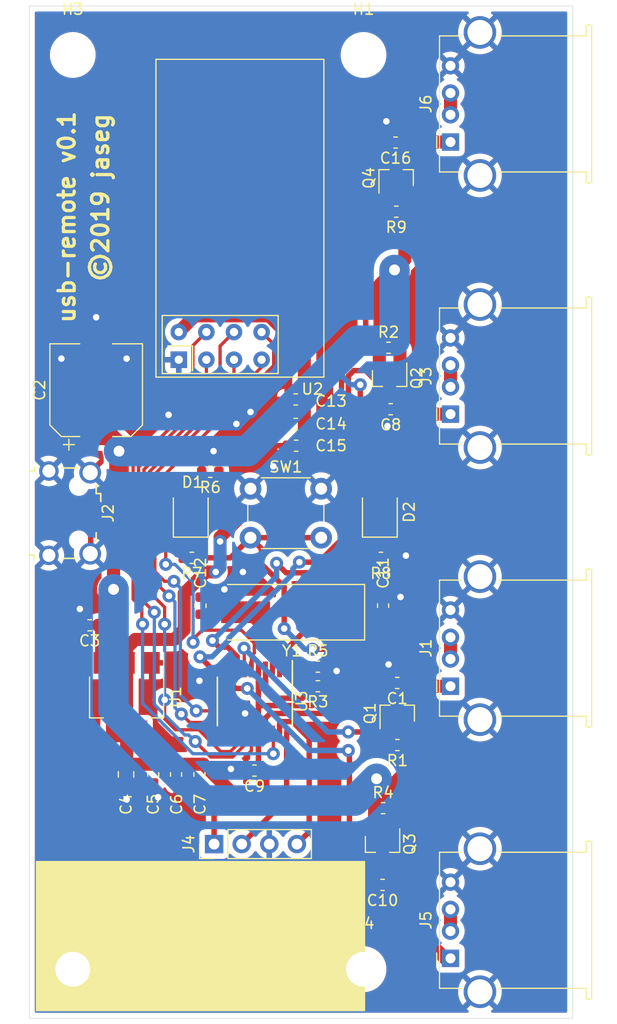
<source format=kicad_pcb>
(kicad_pcb (version 20190605) (host pcbnew "(5.99.0-52-gefbc802f4)")

  (general
    (thickness 1.6)
    (drawings 9)
    (tracks 386)
    (modules 46)
    (nets 34)
  )

  (page "A4")
  (layers
    (0 "F.Cu" signal)
    (31 "B.Cu" signal)
    (32 "B.Adhes" user)
    (33 "F.Adhes" user)
    (34 "B.Paste" user)
    (35 "F.Paste" user)
    (36 "B.SilkS" user)
    (37 "F.SilkS" user)
    (38 "B.Mask" user)
    (39 "F.Mask" user)
    (40 "Dwgs.User" user)
    (41 "Cmts.User" user)
    (42 "Eco1.User" user)
    (43 "Eco2.User" user)
    (44 "Edge.Cuts" user)
    (45 "Margin" user)
    (46 "B.CrtYd" user)
    (47 "F.CrtYd" user)
    (48 "B.Fab" user)
    (49 "F.Fab" user)
  )

  (setup
    (last_trace_width 0.5)
    (user_trace_width 0.2)
    (user_trace_width 0.3)
    (user_trace_width 0.5)
    (user_trace_width 0.8)
    (user_trace_width 1.2)
    (user_trace_width 1.8)
    (user_trace_width 2.8)
    (trace_clearance 0.125)
    (zone_clearance 0.508)
    (zone_45_only no)
    (trace_min 0.2)
    (via_size 0.8)
    (via_drill 0.4)
    (via_min_size 0.4)
    (via_min_drill 0.3)
    (user_via 0.6 0.3)
    (user_via 0.8 0.4)
    (user_via 1.2 0.6)
    (user_via 2 1)
    (uvia_size 0.3)
    (uvia_drill 0.1)
    (uvias_allowed no)
    (uvia_min_size 0.2)
    (uvia_min_drill 0.1)
    (max_error 0.005)
    (defaults
      (edge_clearance 0.01)
      (edge_cuts_line_width 0.05)
      (courtyard_line_width 0.05)
      (copper_line_width 0.2)
      (copper_text_dims (size 1.5 1.5) (thickness 0.3) keep_upright)
      (silk_line_width 0.12)
      (silk_text_dims (size 1 1) (thickness 0.15) keep_upright)
      (other_layers_line_width 0.1)
      (other_layers_text_dims (size 1 1) (thickness 0.15) keep_upright)
    )
    (pad_size 1.524 1.524)
    (pad_drill 0.762)
    (pad_to_mask_clearance 0.051)
    (solder_mask_min_width 0.25)
    (aux_axis_origin 0 0)
    (visible_elements FFFDFF7F)
    (pcbplotparams
      (layerselection 0x010fc_ffffffff)
      (usegerberextensions false)
      (usegerberattributes false)
      (usegerberadvancedattributes false)
      (creategerberjobfile false)
      (excludeedgelayer true)
      (linewidth 0.100000)
      (plotframeref false)
      (viasonmask false)
      (mode 1)
      (useauxorigin false)
      (hpglpennumber 1)
      (hpglpenspeed 20)
      (hpglpendiameter 15.000000)
      (psnegative false)
      (psa4output false)
      (plotreference true)
      (plotvalue true)
      (plotinvisibletext false)
      (padsonsilk false)
      (subtractmaskfromsilk false)
      (outputformat 1)
      (mirror false)
      (drillshape 0)
      (scaleselection 1)
      (outputdirectory "gerber"))
  )

  (net 0 "")
  (net 1 "GND")
  (net 2 "Net-(C1-Pad1)")
  (net 3 "VBUS")
  (net 4 "Net-(C8-Pad1)")
  (net 5 "+3V3")
  (net 6 "Net-(C10-Pad1)")
  (net 7 "Net-(C11-Pad1)")
  (net 8 "Net-(C12-Pad1)")
  (net 9 "Net-(C16-Pad1)")
  (net 10 "Net-(D1-Pad1)")
  (net 11 "Net-(D2-Pad1)")
  (net 12 "Net-(J1-Pad2)")
  (net 13 "Net-(J2-Pad4)")
  (net 14 "Net-(J2-Pad3)")
  (net 15 "Net-(J2-Pad2)")
  (net 16 "Net-(J3-Pad2)")
  (net 17 "/SWDIO")
  (net 18 "/SWCLK")
  (net 19 "Net-(J5-Pad2)")
  (net 20 "Net-(J6-Pad2)")
  (net 21 "/OE1")
  (net 22 "/OE2")
  (net 23 "/OE3")
  (net 24 "/OE4")
  (net 25 "Net-(R3-Pad2)")
  (net 26 "Net-(R5-Pad2)")
  (net 27 "/LED")
  (net 28 "/NRF_IRQ")
  (net 29 "/NRF_MISO")
  (net 30 "/NRF_MOSI")
  (net 31 "/NRF_SCK")
  (net 32 "/NRF_~CSN")
  (net 33 "/NRF_CE")

  (net_class "Default" "This is the default net class."
    (clearance 0.125)
    (trace_width 0.25)
    (via_dia 0.8)
    (via_drill 0.4)
    (uvia_dia 0.3)
    (uvia_drill 0.1)
    (add_net "+3V3")
    (add_net "/LED")
    (add_net "/OE1")
    (add_net "/OE2")
    (add_net "/OE3")
    (add_net "/OE4")
    (add_net "/SWCLK")
    (add_net "/SWDIO")
    (add_net "GND")
    (add_net "Net-(C1-Pad1)")
    (add_net "Net-(C10-Pad1)")
    (add_net "Net-(C11-Pad1)")
    (add_net "Net-(C12-Pad1)")
    (add_net "Net-(C16-Pad1)")
    (add_net "Net-(C8-Pad1)")
    (add_net "Net-(D1-Pad1)")
    (add_net "Net-(D2-Pad1)")
    (add_net "Net-(J1-Pad2)")
    (add_net "Net-(J2-Pad2)")
    (add_net "Net-(J2-Pad3)")
    (add_net "Net-(J2-Pad4)")
    (add_net "Net-(J3-Pad2)")
    (add_net "Net-(J5-Pad2)")
    (add_net "Net-(J6-Pad2)")
    (add_net "Net-(R3-Pad2)")
    (add_net "Net-(R5-Pad2)")
    (add_net "VBUS")
  )

  (net_class "bus" ""
    (clearance 0.2)
    (trace_width 0.25)
    (via_dia 0.8)
    (via_drill 0.4)
    (uvia_dia 0.3)
    (uvia_drill 0.1)
    (add_net "/NRF_CE")
    (add_net "/NRF_IRQ")
    (add_net "/NRF_MISO")
    (add_net "/NRF_MOSI")
    (add_net "/NRF_SCK")
    (add_net "/NRF_~CSN")
  )

  (module "Crystal:Crystal_SMD_HC49-SD" (layer "F.Cu") (tedit 5A1AD52C) (tstamp 5DB79AB1)
    (at 175.4 128.2 180)
    (descr "SMD Crystal HC-49-SD http://cdn-reichelt.de/documents/datenblatt/B400/xxx-HC49-SMD.pdf, 11.4x4.7mm^2 package")
    (tags "SMD SMT crystal")
    (path "/5DF37704")
    (attr smd)
    (fp_text reference "Y1" (at 0 -3.55) (layer "F.SilkS")
      (effects (font (size 1 1) (thickness 0.15)))
    )
    (fp_text value "DNP" (at 0 3.55) (layer "F.Fab")
      (effects (font (size 1 1) (thickness 0.15)))
    )
    (fp_text user "%R" (at 0 0) (layer "F.Fab")
      (effects (font (size 1 1) (thickness 0.15)))
    )
    (fp_line (start -5.7 -2.35) (end -5.7 2.35) (layer "F.Fab") (width 0.1))
    (fp_line (start -5.7 2.35) (end 5.7 2.35) (layer "F.Fab") (width 0.1))
    (fp_line (start 5.7 2.35) (end 5.7 -2.35) (layer "F.Fab") (width 0.1))
    (fp_line (start 5.7 -2.35) (end -5.7 -2.35) (layer "F.Fab") (width 0.1))
    (fp_line (start -3.015 -2.115) (end 3.015 -2.115) (layer "F.Fab") (width 0.1))
    (fp_line (start -3.015 2.115) (end 3.015 2.115) (layer "F.Fab") (width 0.1))
    (fp_line (start 5.9 -2.55) (end -6.7 -2.55) (layer "F.SilkS") (width 0.12))
    (fp_line (start -6.7 -2.55) (end -6.7 2.55) (layer "F.SilkS") (width 0.12))
    (fp_line (start -6.7 2.55) (end 5.9 2.55) (layer "F.SilkS") (width 0.12))
    (fp_line (start -6.8 -2.6) (end -6.8 2.6) (layer "F.CrtYd") (width 0.05))
    (fp_line (start -6.8 2.6) (end 6.8 2.6) (layer "F.CrtYd") (width 0.05))
    (fp_line (start 6.8 2.6) (end 6.8 -2.6) (layer "F.CrtYd") (width 0.05))
    (fp_line (start 6.8 -2.6) (end -6.8 -2.6) (layer "F.CrtYd") (width 0.05))
    (fp_arc (start -3.015 0) (end -3.015 -2.115) (angle -180) (layer "F.Fab") (width 0.1))
    (fp_arc (start 3.015 0) (end 3.015 -2.115) (angle 180) (layer "F.Fab") (width 0.1))
    (pad "2" smd rect (at 4.25 0 180) (size 4.5 2) (layers "F.Cu" "F.Paste" "F.Mask")
      (net 8 "Net-(C12-Pad1)"))
    (pad "1" smd rect (at -4.25 0 180) (size 4.5 2) (layers "F.Cu" "F.Paste" "F.Mask")
      (net 7 "Net-(C11-Pad1)"))
    (model "${KISYS3DMOD}/Crystal.3dshapes/Crystal_SMD_HC49-SD.wrl"
      (at (xyz 0 0 0))
      (scale (xyz 1 1 1))
      (rotate (xyz 0 0 0))
    )
  )

  (module "MountingHole:MountingHole_3.2mm_M3" (layer "F.Cu") (tedit 56D1B4CB) (tstamp 5DB7824B)
    (at 182 161)
    (descr "Mounting Hole 3.2mm, no annular, M3")
    (tags "mounting hole 3.2mm no annular m3")
    (path "/5DF22DF1")
    (attr virtual)
    (fp_text reference "H4" (at 0 -4.2) (layer "F.SilkS")
      (effects (font (size 1 1) (thickness 0.15)))
    )
    (fp_text value "MountingHole" (at 0 4.2) (layer "F.Fab")
      (effects (font (size 1 1) (thickness 0.15)))
    )
    (fp_text user "%R" (at 0.3 0) (layer "F.Fab")
      (effects (font (size 1 1) (thickness 0.15)))
    )
    (fp_circle (center 0 0) (end 3.2 0) (layer "Cmts.User") (width 0.15))
    (fp_circle (center 0 0) (end 3.45 0) (layer "F.CrtYd") (width 0.05))
    (pad "1" np_thru_hole circle (at 0 0) (size 3.2 3.2) (drill 3.2) (layers *.Cu *.Mask))
  )

  (module "MountingHole:MountingHole_3.2mm_M3" (layer "F.Cu") (tedit 56D1B4CB) (tstamp 5DB78243)
    (at 155.25 77)
    (descr "Mounting Hole 3.2mm, no annular, M3")
    (tags "mounting hole 3.2mm no annular m3")
    (path "/5DF22DE5")
    (attr virtual)
    (fp_text reference "H3" (at 0 -4.2) (layer "F.SilkS")
      (effects (font (size 1 1) (thickness 0.15)))
    )
    (fp_text value "MountingHole" (at 0 4.2) (layer "F.Fab")
      (effects (font (size 1 1) (thickness 0.15)))
    )
    (fp_text user "%R" (at 0.3 0) (layer "F.Fab")
      (effects (font (size 1 1) (thickness 0.15)))
    )
    (fp_circle (center 0 0) (end 3.2 0) (layer "Cmts.User") (width 0.15))
    (fp_circle (center 0 0) (end 3.45 0) (layer "F.CrtYd") (width 0.05))
    (pad "1" np_thru_hole circle (at 0 0) (size 3.2 3.2) (drill 3.2) (layers *.Cu *.Mask))
  )

  (module "MountingHole:MountingHole_3.2mm_M3" (layer "F.Cu") (tedit 56D1B4CB) (tstamp 5DB7823B)
    (at 155.25 161)
    (descr "Mounting Hole 3.2mm, no annular, M3")
    (tags "mounting hole 3.2mm no annular m3")
    (path "/5DF1C928")
    (attr virtual)
    (fp_text reference "H2" (at 0 -4.2) (layer "F.SilkS")
      (effects (font (size 1 1) (thickness 0.15)))
    )
    (fp_text value "MountingHole" (at 0 4.2) (layer "F.Fab")
      (effects (font (size 1 1) (thickness 0.15)))
    )
    (fp_text user "%R" (at 0.3 0) (layer "F.Fab")
      (effects (font (size 1 1) (thickness 0.15)))
    )
    (fp_circle (center 0 0) (end 3.2 0) (layer "Cmts.User") (width 0.15))
    (fp_circle (center 0 0) (end 3.45 0) (layer "F.CrtYd") (width 0.05))
    (pad "1" np_thru_hole circle (at 0 0) (size 3.2 3.2) (drill 3.2) (layers *.Cu *.Mask))
  )

  (module "MountingHole:MountingHole_3.2mm_M3" (layer "F.Cu") (tedit 56D1B4CB) (tstamp 5DB78233)
    (at 182 77)
    (descr "Mounting Hole 3.2mm, no annular, M3")
    (tags "mounting hole 3.2mm no annular m3")
    (path "/5DF193D3")
    (attr virtual)
    (fp_text reference "H1" (at 0 -4.2) (layer "F.SilkS")
      (effects (font (size 1 1) (thickness 0.15)))
    )
    (fp_text value "MountingHole" (at 0 4.2) (layer "F.Fab")
      (effects (font (size 1 1) (thickness 0.15)))
    )
    (fp_text user "%R" (at 0.3 0) (layer "F.Fab")
      (effects (font (size 1 1) (thickness 0.15)))
    )
    (fp_circle (center 0 0) (end 3.2 0) (layer "Cmts.User") (width 0.15))
    (fp_circle (center 0 0) (end 3.45 0) (layer "F.CrtYd") (width 0.05))
    (pad "1" np_thru_hole circle (at 0 0) (size 3.2 3.2) (drill 3.2) (layers *.Cu *.Mask))
  )

  (module "Package_SO:TSSOP-20_4.4x6.5mm_P0.65mm" (layer "F.Cu") (tedit 5A02F25C) (tstamp 5DB7539E)
    (at 172 136.4 270)
    (descr "20-Lead Plastic Thin Shrink Small Outline (ST)-4.4 mm Body [TSSOP] (see Microchip Packaging Specification 00000049BS.pdf)")
    (tags "SSOP 0.65")
    (path "/5DBCE722")
    (attr smd)
    (fp_text reference "U3" (at 0 -4.3 90) (layer "F.SilkS")
      (effects (font (size 1 1) (thickness 0.15)))
    )
    (fp_text value "STM32F030F4Px" (at 0 4.3 90) (layer "F.Fab")
      (effects (font (size 1 1) (thickness 0.15)))
    )
    (fp_line (start -1.2 -3.25) (end 2.2 -3.25) (layer "F.Fab") (width 0.15))
    (fp_line (start 2.2 -3.25) (end 2.2 3.25) (layer "F.Fab") (width 0.15))
    (fp_line (start 2.2 3.25) (end -2.2 3.25) (layer "F.Fab") (width 0.15))
    (fp_line (start -2.2 3.25) (end -2.2 -2.25) (layer "F.Fab") (width 0.15))
    (fp_line (start -2.2 -2.25) (end -1.2 -3.25) (layer "F.Fab") (width 0.15))
    (fp_line (start -3.95 -3.55) (end -3.95 3.55) (layer "F.CrtYd") (width 0.05))
    (fp_line (start 3.95 -3.55) (end 3.95 3.55) (layer "F.CrtYd") (width 0.05))
    (fp_line (start -3.95 -3.55) (end 3.95 -3.55) (layer "F.CrtYd") (width 0.05))
    (fp_line (start -3.95 3.55) (end 3.95 3.55) (layer "F.CrtYd") (width 0.05))
    (fp_line (start -2.225 3.45) (end 2.225 3.45) (layer "F.SilkS") (width 0.15))
    (fp_line (start -3.75 -3.45) (end 2.225 -3.45) (layer "F.SilkS") (width 0.15))
    (fp_text user "%R" (at 0 0 90) (layer "F.Fab")
      (effects (font (size 0.8 0.8) (thickness 0.15)))
    )
    (pad "20" smd rect (at 2.95 -2.925 270) (size 1.45 0.45) (layers "F.Cu" "F.Paste" "F.Mask")
      (net 18 "/SWCLK"))
    (pad "19" smd rect (at 2.95 -2.275 270) (size 1.45 0.45) (layers "F.Cu" "F.Paste" "F.Mask")
      (net 17 "/SWDIO"))
    (pad "18" smd rect (at 2.95 -1.625 270) (size 1.45 0.45) (layers "F.Cu" "F.Paste" "F.Mask")
      (net 32 "/NRF_~CSN"))
    (pad "17" smd rect (at 2.95 -0.975 270) (size 1.45 0.45) (layers "F.Cu" "F.Paste" "F.Mask")
      (net 27 "/LED"))
    (pad "16" smd rect (at 2.95 -0.325 270) (size 1.45 0.45) (layers "F.Cu" "F.Paste" "F.Mask")
      (net 5 "+3V3"))
    (pad "15" smd rect (at 2.95 0.325 270) (size 1.45 0.45) (layers "F.Cu" "F.Paste" "F.Mask")
      (net 1 "GND"))
    (pad "14" smd rect (at 2.95 0.975 270) (size 1.45 0.45) (layers "F.Cu" "F.Paste" "F.Mask")
      (net 33 "/NRF_CE"))
    (pad "13" smd rect (at 2.95 1.625 270) (size 1.45 0.45) (layers "F.Cu" "F.Paste" "F.Mask")
      (net 30 "/NRF_MOSI"))
    (pad "12" smd rect (at 2.95 2.275 270) (size 1.45 0.45) (layers "F.Cu" "F.Paste" "F.Mask")
      (net 29 "/NRF_MISO"))
    (pad "11" smd rect (at 2.95 2.925 270) (size 1.45 0.45) (layers "F.Cu" "F.Paste" "F.Mask")
      (net 31 "/NRF_SCK"))
    (pad "10" smd rect (at -2.95 2.925 270) (size 1.45 0.45) (layers "F.Cu" "F.Paste" "F.Mask")
      (net 24 "/OE4"))
    (pad "9" smd rect (at -2.95 2.275 270) (size 1.45 0.45) (layers "F.Cu" "F.Paste" "F.Mask")
      (net 23 "/OE3"))
    (pad "8" smd rect (at -2.95 1.625 270) (size 1.45 0.45) (layers "F.Cu" "F.Paste" "F.Mask")
      (net 22 "/OE2"))
    (pad "7" smd rect (at -2.95 0.975 270) (size 1.45 0.45) (layers "F.Cu" "F.Paste" "F.Mask")
      (net 21 "/OE1"))
    (pad "6" smd rect (at -2.95 0.325 270) (size 1.45 0.45) (layers "F.Cu" "F.Paste" "F.Mask")
      (net 28 "/NRF_IRQ"))
    (pad "5" smd rect (at -2.95 -0.325 270) (size 1.45 0.45) (layers "F.Cu" "F.Paste" "F.Mask")
      (net 5 "+3V3"))
    (pad "4" smd rect (at -2.95 -0.975 270) (size 1.45 0.45) (layers "F.Cu" "F.Paste" "F.Mask")
      (net 25 "Net-(R3-Pad2)"))
    (pad "3" smd rect (at -2.95 -1.625 270) (size 1.45 0.45) (layers "F.Cu" "F.Paste" "F.Mask")
      (net 8 "Net-(C12-Pad1)"))
    (pad "2" smd rect (at -2.95 -2.275 270) (size 1.45 0.45) (layers "F.Cu" "F.Paste" "F.Mask")
      (net 7 "Net-(C11-Pad1)"))
    (pad "1" smd rect (at -2.95 -2.925 270) (size 1.45 0.45) (layers "F.Cu" "F.Paste" "F.Mask")
      (net 26 "Net-(R5-Pad2)"))
    (model "${KISYS3DMOD}/Package_SO.3dshapes/TSSOP-20_4.4x6.5mm_P0.65mm.wrl"
      (at (xyz 0 0 0))
      (scale (xyz 1 1 1))
      (rotate (xyz 0 0 0))
    )
  )

  (module "RF_Module:nRF24L01_Breakout" (layer "F.Cu") (tedit 5A056C61) (tstamp 5DB7616F)
    (at 165 105 90)
    (descr "nRF24L01 breakout board")
    (tags "nRF24L01 adapter breakout")
    (path "/5DC2AD3E")
    (fp_text reference "U2" (at -2.7 12.3 180) (layer "F.SilkS")
      (effects (font (size 1 1) (thickness 0.15)))
    )
    (fp_text value "NRF24L01_Breakout" (at 13 5 90) (layer "F.Fab")
      (effects (font (size 1 1) (thickness 0.15)))
    )
    (fp_line (start -1.5 -2) (end 27.5 -2) (layer "F.Fab") (width 0.1))
    (fp_line (start 27.5 -2) (end 27.5 13.25) (layer "F.Fab") (width 0.1))
    (fp_line (start 27.5 13.25) (end -1.5 13.25) (layer "F.Fab") (width 0.1))
    (fp_line (start -1.5 13.25) (end -1.5 -2) (layer "F.Fab") (width 0.1))
    (fp_line (start -1.5 -2) (end -1.5 -2) (layer "F.Fab") (width 0.1))
    (fp_line (start -1.27 -1.27) (end 3.81 -1.27) (layer "F.Fab") (width 0.1))
    (fp_line (start 3.81 -1.27) (end 3.81 8.89) (layer "F.Fab") (width 0.1))
    (fp_line (start 3.81 8.89) (end -1.27 8.89) (layer "F.Fab") (width 0.1))
    (fp_line (start -1.27 8.89) (end -1.27 -1.27) (layer "F.Fab") (width 0.1))
    (fp_line (start -1.27 -1.27) (end -1.27 -1.27) (layer "F.Fab") (width 0.1))
    (fp_line (start -1.27 -1.524) (end 4.064 -1.524) (layer "F.SilkS") (width 0.12))
    (fp_line (start 4.064 -1.524) (end 4.064 9.144) (layer "F.SilkS") (width 0.12))
    (fp_line (start 4.064 9.144) (end -1.27 9.144) (layer "F.SilkS") (width 0.12))
    (fp_line (start -1.27 9.144) (end -1.27 9.144) (layer "F.SilkS") (width 0.12))
    (fp_line (start 1.27 -1.016) (end 1.27 1.27) (layer "F.SilkS") (width 0.12))
    (fp_line (start 1.27 1.27) (end -1.016 1.27) (layer "F.SilkS") (width 0.12))
    (fp_line (start -1.016 1.27) (end -1.016 1.27) (layer "F.SilkS") (width 0.12))
    (fp_line (start -1.6 -2.1) (end 27.6 -2.1) (layer "F.SilkS") (width 0.12))
    (fp_line (start 27.6 -2.1) (end 27.6 13.35) (layer "F.SilkS") (width 0.12))
    (fp_line (start 27.6 13.35) (end -1.6 13.35) (layer "F.SilkS") (width 0.12))
    (fp_line (start -1.6 13.35) (end -1.6 -2.1) (layer "F.SilkS") (width 0.12))
    (fp_line (start -1.6 -2.1) (end -1.6 -2.1) (layer "F.SilkS") (width 0.12))
    (fp_line (start -1.27 9.144) (end -1.27 -1.524) (layer "F.SilkS") (width 0.12))
    (fp_line (start -1.27 -1.524) (end -1.27 -1.524) (layer "F.SilkS") (width 0.12))
    (fp_line (start 27.75 -2.25) (end -1.75 -2.25) (layer "F.CrtYd") (width 0.05))
    (fp_line (start -1.75 -2.25) (end -1.75 13.5) (layer "F.CrtYd") (width 0.05))
    (fp_line (start -1.75 13.5) (end 27.75 13.5) (layer "F.CrtYd") (width 0.05))
    (fp_line (start 27.75 13.5) (end 27.75 -2.25) (layer "F.CrtYd") (width 0.05))
    (fp_line (start 27.75 -2.25) (end 27.75 -2.25) (layer "F.CrtYd") (width 0.05))
    (fp_text user "%R" (at 12.5 2.5 90) (layer "F.Fab")
      (effects (font (size 1 1) (thickness 0.15)))
    )
    (pad "8" thru_hole circle (at 2.54 7.62 90) (size 1.524 1.524) (drill 0.762) (layers *.Cu *.Mask)
      (net 28 "/NRF_IRQ"))
    (pad "7" thru_hole circle (at 0 7.62 90) (size 1.524 1.524) (drill 0.762) (layers *.Cu *.Mask)
      (net 29 "/NRF_MISO"))
    (pad "6" thru_hole circle (at 2.54 5.08 90) (size 1.524 1.524) (drill 0.762) (layers *.Cu *.Mask)
      (net 30 "/NRF_MOSI"))
    (pad "5" thru_hole circle (at 0 5.08 90) (size 1.524 1.524) (drill 0.762) (layers *.Cu *.Mask)
      (net 31 "/NRF_SCK"))
    (pad "4" thru_hole circle (at 2.54 2.54 90) (size 1.524 1.524) (drill 0.762) (layers *.Cu *.Mask)
      (net 32 "/NRF_~CSN"))
    (pad "3" thru_hole circle (at 0 2.54 90) (size 1.524 1.524) (drill 0.762) (layers *.Cu *.Mask)
      (net 33 "/NRF_CE"))
    (pad "2" thru_hole circle (at 2.54 0 90) (size 1.524 1.524) (drill 0.762) (layers *.Cu *.Mask)
      (net 5 "+3V3"))
    (pad "1" thru_hole rect (at 0 0 90) (size 1.524 1.524) (drill 0.762) (layers *.Cu *.Mask)
      (net 1 "GND"))
    (model "${KISYS3DMOD}/RF_Module.3dshapes/nRF24L01_Breakout.wrl"
      (at (xyz 0 0 0))
      (scale (xyz 1 1 1))
      (rotate (xyz 0 0 0))
    )
  )

  (module "Package_TO_SOT_SMD:SOT-223-3_TabPin2" (layer "F.Cu") (tedit 5A02FF57) (tstamp 5DB75350)
    (at 160.2 136 270)
    (descr "module CMS SOT223 4 pins")
    (tags "CMS SOT")
    (path "/5DC37A05")
    (attr smd)
    (fp_text reference "U1" (at 0 -4.5 90) (layer "F.SilkS")
      (effects (font (size 1 1) (thickness 0.15)))
    )
    (fp_text value "AMS1117-3.3" (at 0 4.5 90) (layer "F.Fab")
      (effects (font (size 1 1) (thickness 0.15)))
    )
    (fp_text user "%R" (at 0 0) (layer "F.Fab")
      (effects (font (size 0.8 0.8) (thickness 0.12)))
    )
    (fp_line (start 1.91 3.41) (end 1.91 2.15) (layer "F.SilkS") (width 0.12))
    (fp_line (start 1.91 -3.41) (end 1.91 -2.15) (layer "F.SilkS") (width 0.12))
    (fp_line (start 4.4 -3.6) (end -4.4 -3.6) (layer "F.CrtYd") (width 0.05))
    (fp_line (start 4.4 3.6) (end 4.4 -3.6) (layer "F.CrtYd") (width 0.05))
    (fp_line (start -4.4 3.6) (end 4.4 3.6) (layer "F.CrtYd") (width 0.05))
    (fp_line (start -4.4 -3.6) (end -4.4 3.6) (layer "F.CrtYd") (width 0.05))
    (fp_line (start -1.85 -2.35) (end -0.85 -3.35) (layer "F.Fab") (width 0.1))
    (fp_line (start -1.85 -2.35) (end -1.85 3.35) (layer "F.Fab") (width 0.1))
    (fp_line (start -1.85 3.41) (end 1.91 3.41) (layer "F.SilkS") (width 0.12))
    (fp_line (start -0.85 -3.35) (end 1.85 -3.35) (layer "F.Fab") (width 0.1))
    (fp_line (start -4.1 -3.41) (end 1.91 -3.41) (layer "F.SilkS") (width 0.12))
    (fp_line (start -1.85 3.35) (end 1.85 3.35) (layer "F.Fab") (width 0.1))
    (fp_line (start 1.85 -3.35) (end 1.85 3.35) (layer "F.Fab") (width 0.1))
    (pad "1" smd rect (at -3.15 -2.3 270) (size 2 1.5) (layers "F.Cu" "F.Paste" "F.Mask")
      (net 1 "GND"))
    (pad "3" smd rect (at -3.15 2.3 270) (size 2 1.5) (layers "F.Cu" "F.Paste" "F.Mask")
      (net 3 "VBUS"))
    (pad "2" smd rect (at -3.15 0 270) (size 2 1.5) (layers "F.Cu" "F.Paste" "F.Mask")
      (net 5 "+3V3"))
    (pad "2" smd rect (at 3.15 0 270) (size 2 3.8) (layers "F.Cu" "F.Paste" "F.Mask")
      (net 5 "+3V3"))
    (model "${KISYS3DMOD}/Package_TO_SOT_SMD.3dshapes/SOT-223.wrl"
      (at (xyz 0 0 0))
      (scale (xyz 1 1 1))
      (rotate (xyz 0 0 0))
    )
  )

  (module "Button_Switch_THT:SW_PUSH_6mm" (layer "F.Cu") (tedit 5A02FE31) (tstamp 5DB7533A)
    (at 171.6 116.85)
    (descr "https://www.omron.com/ecb/products/pdf/en-b3f.pdf")
    (tags "tact sw push 6mm")
    (path "/5DD83C05")
    (fp_text reference "SW1" (at 3.25 -2) (layer "F.SilkS")
      (effects (font (size 1 1) (thickness 0.15)))
    )
    (fp_text value "on_off" (at 3.75 6.7) (layer "F.Fab")
      (effects (font (size 1 1) (thickness 0.15)))
    )
    (fp_text user "%R" (at 3.25 2.25) (layer "F.Fab")
      (effects (font (size 1 1) (thickness 0.15)))
    )
    (fp_line (start 3.25 -0.75) (end 6.25 -0.75) (layer "F.Fab") (width 0.1))
    (fp_line (start 6.25 -0.75) (end 6.25 5.25) (layer "F.Fab") (width 0.1))
    (fp_line (start 6.25 5.25) (end 0.25 5.25) (layer "F.Fab") (width 0.1))
    (fp_line (start 0.25 5.25) (end 0.25 -0.75) (layer "F.Fab") (width 0.1))
    (fp_line (start 0.25 -0.75) (end 3.25 -0.75) (layer "F.Fab") (width 0.1))
    (fp_line (start 7.75 6) (end 8 6) (layer "F.CrtYd") (width 0.05))
    (fp_line (start 8 6) (end 8 5.75) (layer "F.CrtYd") (width 0.05))
    (fp_line (start 7.75 -1.5) (end 8 -1.5) (layer "F.CrtYd") (width 0.05))
    (fp_line (start 8 -1.5) (end 8 -1.25) (layer "F.CrtYd") (width 0.05))
    (fp_line (start -1.5 -1.25) (end -1.5 -1.5) (layer "F.CrtYd") (width 0.05))
    (fp_line (start -1.5 -1.5) (end -1.25 -1.5) (layer "F.CrtYd") (width 0.05))
    (fp_line (start -1.5 5.75) (end -1.5 6) (layer "F.CrtYd") (width 0.05))
    (fp_line (start -1.5 6) (end -1.25 6) (layer "F.CrtYd") (width 0.05))
    (fp_line (start -1.25 -1.5) (end 7.75 -1.5) (layer "F.CrtYd") (width 0.05))
    (fp_line (start -1.5 5.75) (end -1.5 -1.25) (layer "F.CrtYd") (width 0.05))
    (fp_line (start 7.75 6) (end -1.25 6) (layer "F.CrtYd") (width 0.05))
    (fp_line (start 8 -1.25) (end 8 5.75) (layer "F.CrtYd") (width 0.05))
    (fp_line (start 1 5.5) (end 5.5 5.5) (layer "F.SilkS") (width 0.12))
    (fp_line (start -0.25 1.5) (end -0.25 3) (layer "F.SilkS") (width 0.12))
    (fp_line (start 5.5 -1) (end 1 -1) (layer "F.SilkS") (width 0.12))
    (fp_line (start 6.75 3) (end 6.75 1.5) (layer "F.SilkS") (width 0.12))
    (fp_circle (center 3.25 2.25) (end 1.25 2.5) (layer "F.Fab") (width 0.1))
    (pad "1" thru_hole circle (at 6.5 0 90) (size 2 2) (drill 1.1) (layers *.Cu *.Mask)
      (net 1 "GND"))
    (pad "2" thru_hole circle (at 6.5 4.5 90) (size 2 2) (drill 1.1) (layers *.Cu *.Mask)
      (net 27 "/LED"))
    (pad "1" thru_hole circle (at 0 0 90) (size 2 2) (drill 1.1) (layers *.Cu *.Mask)
      (net 1 "GND"))
    (pad "2" thru_hole circle (at 0 4.5 90) (size 2 2) (drill 1.1) (layers *.Cu *.Mask)
      (net 27 "/LED"))
    (model "${KISYS3DMOD}/Button_Switch_THT.3dshapes/SW_PUSH_6mm.wrl"
      (at (xyz 0 0 0))
      (scale (xyz 1 1 1))
      (rotate (xyz 0 0 0))
    )
  )

  (module "Resistor_SMD:R_0603_1608Metric" (layer "F.Cu") (tedit 5B301BBD) (tstamp 5DB7531B)
    (at 185.0125 91.4 180)
    (descr "Resistor SMD 0603 (1608 Metric), square (rectangular) end terminal, IPC_7351 nominal, (Body size source: http://www.tortai-tech.com/upload/download/2011102023233369053.pdf), generated with kicad-footprint-generator")
    (tags "resistor")
    (path "/5DBB913F")
    (attr smd)
    (fp_text reference "R9" (at 0 -1.43) (layer "F.SilkS")
      (effects (font (size 1 1) (thickness 0.15)))
    )
    (fp_text value "100k" (at 0 1.43) (layer "F.Fab")
      (effects (font (size 1 1) (thickness 0.15)))
    )
    (fp_line (start -0.8 0.4) (end -0.8 -0.4) (layer "F.Fab") (width 0.1))
    (fp_line (start -0.8 -0.4) (end 0.8 -0.4) (layer "F.Fab") (width 0.1))
    (fp_line (start 0.8 -0.4) (end 0.8 0.4) (layer "F.Fab") (width 0.1))
    (fp_line (start 0.8 0.4) (end -0.8 0.4) (layer "F.Fab") (width 0.1))
    (fp_line (start -0.162779 -0.51) (end 0.162779 -0.51) (layer "F.SilkS") (width 0.12))
    (fp_line (start -0.162779 0.51) (end 0.162779 0.51) (layer "F.SilkS") (width 0.12))
    (fp_line (start -1.48 0.73) (end -1.48 -0.73) (layer "F.CrtYd") (width 0.05))
    (fp_line (start -1.48 -0.73) (end 1.48 -0.73) (layer "F.CrtYd") (width 0.05))
    (fp_line (start 1.48 -0.73) (end 1.48 0.73) (layer "F.CrtYd") (width 0.05))
    (fp_line (start 1.48 0.73) (end -1.48 0.73) (layer "F.CrtYd") (width 0.05))
    (fp_text user "%R" (at 0 0) (layer "F.Fab")
      (effects (font (size 0.4 0.4) (thickness 0.06)))
    )
    (pad "2" smd roundrect (at 0.7875 0 180) (size 0.875 0.95) (layers "F.Cu" "F.Paste" "F.Mask") (roundrect_rratio 0.25)
      (net 24 "/OE4"))
    (pad "1" smd roundrect (at -0.7875 0 180) (size 0.875 0.95) (layers "F.Cu" "F.Paste" "F.Mask") (roundrect_rratio 0.25)
      (net 3 "VBUS"))
    (model "${KISYS3DMOD}/Resistor_SMD.3dshapes/R_0603_1608Metric.wrl"
      (at (xyz 0 0 0))
      (scale (xyz 1 1 1))
      (rotate (xyz 0 0 0))
    )
  )

  (module "Resistor_SMD:R_0603_1608Metric" (layer "F.Cu") (tedit 5B301BBD) (tstamp 5DB7530A)
    (at 183.6 123.2 180)
    (descr "Resistor SMD 0603 (1608 Metric), square (rectangular) end terminal, IPC_7351 nominal, (Body size source: http://www.tortai-tech.com/upload/download/2011102023233369053.pdf), generated with kicad-footprint-generator")
    (tags "resistor")
    (path "/5DBEA137")
    (attr smd)
    (fp_text reference "R8" (at 0 -1.43) (layer "F.SilkS")
      (effects (font (size 1 1) (thickness 0.15)))
    )
    (fp_text value "1k5" (at 0 1.43) (layer "F.Fab")
      (effects (font (size 1 1) (thickness 0.15)))
    )
    (fp_line (start -0.8 0.4) (end -0.8 -0.4) (layer "F.Fab") (width 0.1))
    (fp_line (start -0.8 -0.4) (end 0.8 -0.4) (layer "F.Fab") (width 0.1))
    (fp_line (start 0.8 -0.4) (end 0.8 0.4) (layer "F.Fab") (width 0.1))
    (fp_line (start 0.8 0.4) (end -0.8 0.4) (layer "F.Fab") (width 0.1))
    (fp_line (start -0.162779 -0.51) (end 0.162779 -0.51) (layer "F.SilkS") (width 0.12))
    (fp_line (start -0.162779 0.51) (end 0.162779 0.51) (layer "F.SilkS") (width 0.12))
    (fp_line (start -1.48 0.73) (end -1.48 -0.73) (layer "F.CrtYd") (width 0.05))
    (fp_line (start -1.48 -0.73) (end 1.48 -0.73) (layer "F.CrtYd") (width 0.05))
    (fp_line (start 1.48 -0.73) (end 1.48 0.73) (layer "F.CrtYd") (width 0.05))
    (fp_line (start 1.48 0.73) (end -1.48 0.73) (layer "F.CrtYd") (width 0.05))
    (fp_text user "%R" (at 0 0) (layer "F.Fab")
      (effects (font (size 0.4 0.4) (thickness 0.06)))
    )
    (pad "2" smd roundrect (at 0.7875 0 180) (size 0.875 0.95) (layers "F.Cu" "F.Paste" "F.Mask") (roundrect_rratio 0.25)
      (net 11 "Net-(D2-Pad1)"))
    (pad "1" smd roundrect (at -0.7875 0 180) (size 0.875 0.95) (layers "F.Cu" "F.Paste" "F.Mask") (roundrect_rratio 0.25)
      (net 1 "GND"))
    (model "${KISYS3DMOD}/Resistor_SMD.3dshapes/R_0603_1608Metric.wrl"
      (at (xyz 0 0 0))
      (scale (xyz 1 1 1))
      (rotate (xyz 0 0 0))
    )
  )

  (module "Resistor_SMD:R_0603_1608Metric" (layer "F.Cu") (tedit 5B301BBD) (tstamp 5DB752F9)
    (at 166.2 123.2 180)
    (descr "Resistor SMD 0603 (1608 Metric), square (rectangular) end terminal, IPC_7351 nominal, (Body size source: http://www.tortai-tech.com/upload/download/2011102023233369053.pdf), generated with kicad-footprint-generator")
    (tags "resistor")
    (path "/5DBCA35B")
    (attr smd)
    (fp_text reference "R7" (at 0 -1.43) (layer "F.SilkS")
      (effects (font (size 1 1) (thickness 0.15)))
    )
    (fp_text value "1k5" (at 0 1.43) (layer "F.Fab")
      (effects (font (size 1 1) (thickness 0.15)))
    )
    (fp_line (start -0.8 0.4) (end -0.8 -0.4) (layer "F.Fab") (width 0.1))
    (fp_line (start -0.8 -0.4) (end 0.8 -0.4) (layer "F.Fab") (width 0.1))
    (fp_line (start 0.8 -0.4) (end 0.8 0.4) (layer "F.Fab") (width 0.1))
    (fp_line (start 0.8 0.4) (end -0.8 0.4) (layer "F.Fab") (width 0.1))
    (fp_line (start -0.162779 -0.51) (end 0.162779 -0.51) (layer "F.SilkS") (width 0.12))
    (fp_line (start -0.162779 0.51) (end 0.162779 0.51) (layer "F.SilkS") (width 0.12))
    (fp_line (start -1.48 0.73) (end -1.48 -0.73) (layer "F.CrtYd") (width 0.05))
    (fp_line (start -1.48 -0.73) (end 1.48 -0.73) (layer "F.CrtYd") (width 0.05))
    (fp_line (start 1.48 -0.73) (end 1.48 0.73) (layer "F.CrtYd") (width 0.05))
    (fp_line (start 1.48 0.73) (end -1.48 0.73) (layer "F.CrtYd") (width 0.05))
    (fp_text user "%R" (at 0 0) (layer "F.Fab")
      (effects (font (size 0.4 0.4) (thickness 0.06)))
    )
    (pad "2" smd roundrect (at 0.7875 0 180) (size 0.875 0.95) (layers "F.Cu" "F.Paste" "F.Mask") (roundrect_rratio 0.25)
      (net 10 "Net-(D1-Pad1)"))
    (pad "1" smd roundrect (at -0.7875 0 180) (size 0.875 0.95) (layers "F.Cu" "F.Paste" "F.Mask") (roundrect_rratio 0.25)
      (net 27 "/LED"))
    (model "${KISYS3DMOD}/Resistor_SMD.3dshapes/R_0603_1608Metric.wrl"
      (at (xyz 0 0 0))
      (scale (xyz 1 1 1))
      (rotate (xyz 0 0 0))
    )
  )

  (module "Resistor_SMD:R_0603_1608Metric" (layer "F.Cu") (tedit 5B301BBD) (tstamp 5DB752E8)
    (at 167.9 115.3 180)
    (descr "Resistor SMD 0603 (1608 Metric), square (rectangular) end terminal, IPC_7351 nominal, (Body size source: http://www.tortai-tech.com/upload/download/2011102023233369053.pdf), generated with kicad-footprint-generator")
    (tags "resistor")
    (path "/5DD4FA88")
    (attr smd)
    (fp_text reference "R6" (at 0 -1.43) (layer "F.SilkS")
      (effects (font (size 1 1) (thickness 0.15)))
    )
    (fp_text value "10K" (at 0 1.43) (layer "F.Fab")
      (effects (font (size 1 1) (thickness 0.15)))
    )
    (fp_line (start -0.8 0.4) (end -0.8 -0.4) (layer "F.Fab") (width 0.1))
    (fp_line (start -0.8 -0.4) (end 0.8 -0.4) (layer "F.Fab") (width 0.1))
    (fp_line (start 0.8 -0.4) (end 0.8 0.4) (layer "F.Fab") (width 0.1))
    (fp_line (start 0.8 0.4) (end -0.8 0.4) (layer "F.Fab") (width 0.1))
    (fp_line (start -0.162779 -0.51) (end 0.162779 -0.51) (layer "F.SilkS") (width 0.12))
    (fp_line (start -0.162779 0.51) (end 0.162779 0.51) (layer "F.SilkS") (width 0.12))
    (fp_line (start -1.48 0.73) (end -1.48 -0.73) (layer "F.CrtYd") (width 0.05))
    (fp_line (start -1.48 -0.73) (end 1.48 -0.73) (layer "F.CrtYd") (width 0.05))
    (fp_line (start 1.48 -0.73) (end 1.48 0.73) (layer "F.CrtYd") (width 0.05))
    (fp_line (start 1.48 0.73) (end -1.48 0.73) (layer "F.CrtYd") (width 0.05))
    (fp_text user "%R" (at 0 0) (layer "F.Fab")
      (effects (font (size 0.4 0.4) (thickness 0.06)))
    )
    (pad "2" smd roundrect (at 0.7875 0 180) (size 0.875 0.95) (layers "F.Cu" "F.Paste" "F.Mask") (roundrect_rratio 0.25)
      (net 3 "VBUS"))
    (pad "1" smd roundrect (at -0.7875 0 180) (size 0.875 0.95) (layers "F.Cu" "F.Paste" "F.Mask") (roundrect_rratio 0.25)
      (net 10 "Net-(D1-Pad1)"))
    (model "${KISYS3DMOD}/Resistor_SMD.3dshapes/R_0603_1608Metric.wrl"
      (at (xyz 0 0 0))
      (scale (xyz 1 1 1))
      (rotate (xyz 0 0 0))
    )
  )

  (module "Resistor_SMD:R_0603_1608Metric" (layer "F.Cu") (tedit 5B301BBD) (tstamp 5DB752D7)
    (at 177.8 133.2 180)
    (descr "Resistor SMD 0603 (1608 Metric), square (rectangular) end terminal, IPC_7351 nominal, (Body size source: http://www.tortai-tech.com/upload/download/2011102023233369053.pdf), generated with kicad-footprint-generator")
    (tags "resistor")
    (path "/5DB7BC77")
    (attr smd)
    (fp_text reference "R5" (at 0 1.45) (layer "F.SilkS")
      (effects (font (size 1 1) (thickness 0.15)))
    )
    (fp_text value "0" (at 0 1.43) (layer "F.Fab")
      (effects (font (size 1 1) (thickness 0.15)))
    )
    (fp_line (start -0.8 0.4) (end -0.8 -0.4) (layer "F.Fab") (width 0.1))
    (fp_line (start -0.8 -0.4) (end 0.8 -0.4) (layer "F.Fab") (width 0.1))
    (fp_line (start 0.8 -0.4) (end 0.8 0.4) (layer "F.Fab") (width 0.1))
    (fp_line (start 0.8 0.4) (end -0.8 0.4) (layer "F.Fab") (width 0.1))
    (fp_line (start -0.162779 -0.51) (end 0.162779 -0.51) (layer "F.SilkS") (width 0.12))
    (fp_line (start -0.162779 0.51) (end 0.162779 0.51) (layer "F.SilkS") (width 0.12))
    (fp_line (start -1.48 0.73) (end -1.48 -0.73) (layer "F.CrtYd") (width 0.05))
    (fp_line (start -1.48 -0.73) (end 1.48 -0.73) (layer "F.CrtYd") (width 0.05))
    (fp_line (start 1.48 -0.73) (end 1.48 0.73) (layer "F.CrtYd") (width 0.05))
    (fp_line (start 1.48 0.73) (end -1.48 0.73) (layer "F.CrtYd") (width 0.05))
    (fp_text user "%R" (at 0 0) (layer "F.Fab")
      (effects (font (size 0.4 0.4) (thickness 0.06)))
    )
    (pad "2" smd roundrect (at 0.7875 0 180) (size 0.875 0.95) (layers "F.Cu" "F.Paste" "F.Mask") (roundrect_rratio 0.25)
      (net 26 "Net-(R5-Pad2)"))
    (pad "1" smd roundrect (at -0.7875 0 180) (size 0.875 0.95) (layers "F.Cu" "F.Paste" "F.Mask") (roundrect_rratio 0.25)
      (net 1 "GND"))
    (model "${KISYS3DMOD}/Resistor_SMD.3dshapes/R_0603_1608Metric.wrl"
      (at (xyz 0 0 0))
      (scale (xyz 1 1 1))
      (rotate (xyz 0 0 0))
    )
  )

  (module "Resistor_SMD:R_0603_1608Metric" (layer "F.Cu") (tedit 5B301BBD) (tstamp 5DB752C6)
    (at 183.8 146.2)
    (descr "Resistor SMD 0603 (1608 Metric), square (rectangular) end terminal, IPC_7351 nominal, (Body size source: http://www.tortai-tech.com/upload/download/2011102023233369053.pdf), generated with kicad-footprint-generator")
    (tags "resistor")
    (path "/5DBB914D")
    (attr smd)
    (fp_text reference "R4" (at 0 -1.43) (layer "F.SilkS")
      (effects (font (size 1 1) (thickness 0.15)))
    )
    (fp_text value "100k" (at 0 1.43) (layer "F.Fab")
      (effects (font (size 1 1) (thickness 0.15)))
    )
    (fp_line (start -0.8 0.4) (end -0.8 -0.4) (layer "F.Fab") (width 0.1))
    (fp_line (start -0.8 -0.4) (end 0.8 -0.4) (layer "F.Fab") (width 0.1))
    (fp_line (start 0.8 -0.4) (end 0.8 0.4) (layer "F.Fab") (width 0.1))
    (fp_line (start 0.8 0.4) (end -0.8 0.4) (layer "F.Fab") (width 0.1))
    (fp_line (start -0.162779 -0.51) (end 0.162779 -0.51) (layer "F.SilkS") (width 0.12))
    (fp_line (start -0.162779 0.51) (end 0.162779 0.51) (layer "F.SilkS") (width 0.12))
    (fp_line (start -1.48 0.73) (end -1.48 -0.73) (layer "F.CrtYd") (width 0.05))
    (fp_line (start -1.48 -0.73) (end 1.48 -0.73) (layer "F.CrtYd") (width 0.05))
    (fp_line (start 1.48 -0.73) (end 1.48 0.73) (layer "F.CrtYd") (width 0.05))
    (fp_line (start 1.48 0.73) (end -1.48 0.73) (layer "F.CrtYd") (width 0.05))
    (fp_text user "%R" (at 0 0) (layer "F.Fab")
      (effects (font (size 0.4 0.4) (thickness 0.06)))
    )
    (pad "2" smd roundrect (at 0.7875 0) (size 0.875 0.95) (layers "F.Cu" "F.Paste" "F.Mask") (roundrect_rratio 0.25)
      (net 23 "/OE3"))
    (pad "1" smd roundrect (at -0.7875 0) (size 0.875 0.95) (layers "F.Cu" "F.Paste" "F.Mask") (roundrect_rratio 0.25)
      (net 3 "VBUS"))
    (model "${KISYS3DMOD}/Resistor_SMD.3dshapes/R_0603_1608Metric.wrl"
      (at (xyz 0 0 0))
      (scale (xyz 1 1 1))
      (rotate (xyz 0 0 0))
    )
  )

  (module "Resistor_SMD:R_0603_1608Metric" (layer "F.Cu") (tedit 5B301BBD) (tstamp 5DB752B5)
    (at 177.8 135 180)
    (descr "Resistor SMD 0603 (1608 Metric), square (rectangular) end terminal, IPC_7351 nominal, (Body size source: http://www.tortai-tech.com/upload/download/2011102023233369053.pdf), generated with kicad-footprint-generator")
    (tags "resistor")
    (path "/5DB733E7")
    (attr smd)
    (fp_text reference "R3" (at 0 -1.43) (layer "F.SilkS")
      (effects (font (size 1 1) (thickness 0.15)))
    )
    (fp_text value "0" (at 0 1.43) (layer "F.Fab")
      (effects (font (size 1 1) (thickness 0.15)))
    )
    (fp_line (start -0.8 0.4) (end -0.8 -0.4) (layer "F.Fab") (width 0.1))
    (fp_line (start -0.8 -0.4) (end 0.8 -0.4) (layer "F.Fab") (width 0.1))
    (fp_line (start 0.8 -0.4) (end 0.8 0.4) (layer "F.Fab") (width 0.1))
    (fp_line (start 0.8 0.4) (end -0.8 0.4) (layer "F.Fab") (width 0.1))
    (fp_line (start -0.162779 -0.51) (end 0.162779 -0.51) (layer "F.SilkS") (width 0.12))
    (fp_line (start -0.162779 0.51) (end 0.162779 0.51) (layer "F.SilkS") (width 0.12))
    (fp_line (start -1.48 0.73) (end -1.48 -0.73) (layer "F.CrtYd") (width 0.05))
    (fp_line (start -1.48 -0.73) (end 1.48 -0.73) (layer "F.CrtYd") (width 0.05))
    (fp_line (start 1.48 -0.73) (end 1.48 0.73) (layer "F.CrtYd") (width 0.05))
    (fp_line (start 1.48 0.73) (end -1.48 0.73) (layer "F.CrtYd") (width 0.05))
    (fp_text user "%R" (at 0 0) (layer "F.Fab")
      (effects (font (size 0.4 0.4) (thickness 0.06)))
    )
    (pad "2" smd roundrect (at 0.7875 0 180) (size 0.875 0.95) (layers "F.Cu" "F.Paste" "F.Mask") (roundrect_rratio 0.25)
      (net 25 "Net-(R3-Pad2)"))
    (pad "1" smd roundrect (at -0.7875 0 180) (size 0.875 0.95) (layers "F.Cu" "F.Paste" "F.Mask") (roundrect_rratio 0.25)
      (net 5 "+3V3"))
    (model "${KISYS3DMOD}/Resistor_SMD.3dshapes/R_0603_1608Metric.wrl"
      (at (xyz 0 0 0))
      (scale (xyz 1 1 1))
      (rotate (xyz 0 0 0))
    )
  )

  (module "Resistor_SMD:R_0603_1608Metric" (layer "F.Cu") (tedit 5B301BBD) (tstamp 5DB752A4)
    (at 184.3 103.9)
    (descr "Resistor SMD 0603 (1608 Metric), square (rectangular) end terminal, IPC_7351 nominal, (Body size source: http://www.tortai-tech.com/upload/download/2011102023233369053.pdf), generated with kicad-footprint-generator")
    (tags "resistor")
    (path "/5DBB0700")
    (attr smd)
    (fp_text reference "R2" (at 0 -1.43) (layer "F.SilkS")
      (effects (font (size 1 1) (thickness 0.15)))
    )
    (fp_text value "100k" (at 0 1.43) (layer "F.Fab")
      (effects (font (size 1 1) (thickness 0.15)))
    )
    (fp_line (start -0.8 0.4) (end -0.8 -0.4) (layer "F.Fab") (width 0.1))
    (fp_line (start -0.8 -0.4) (end 0.8 -0.4) (layer "F.Fab") (width 0.1))
    (fp_line (start 0.8 -0.4) (end 0.8 0.4) (layer "F.Fab") (width 0.1))
    (fp_line (start 0.8 0.4) (end -0.8 0.4) (layer "F.Fab") (width 0.1))
    (fp_line (start -0.162779 -0.51) (end 0.162779 -0.51) (layer "F.SilkS") (width 0.12))
    (fp_line (start -0.162779 0.51) (end 0.162779 0.51) (layer "F.SilkS") (width 0.12))
    (fp_line (start -1.48 0.73) (end -1.48 -0.73) (layer "F.CrtYd") (width 0.05))
    (fp_line (start -1.48 -0.73) (end 1.48 -0.73) (layer "F.CrtYd") (width 0.05))
    (fp_line (start 1.48 -0.73) (end 1.48 0.73) (layer "F.CrtYd") (width 0.05))
    (fp_line (start 1.48 0.73) (end -1.48 0.73) (layer "F.CrtYd") (width 0.05))
    (fp_text user "%R" (at 0 0) (layer "F.Fab")
      (effects (font (size 0.4 0.4) (thickness 0.06)))
    )
    (pad "2" smd roundrect (at 0.7875 0) (size 0.875 0.95) (layers "F.Cu" "F.Paste" "F.Mask") (roundrect_rratio 0.25)
      (net 22 "/OE2"))
    (pad "1" smd roundrect (at -0.7875 0) (size 0.875 0.95) (layers "F.Cu" "F.Paste" "F.Mask") (roundrect_rratio 0.25)
      (net 3 "VBUS"))
    (model "${KISYS3DMOD}/Resistor_SMD.3dshapes/R_0603_1608Metric.wrl"
      (at (xyz 0 0 0))
      (scale (xyz 1 1 1))
      (rotate (xyz 0 0 0))
    )
  )

  (module "Resistor_SMD:R_0603_1608Metric" (layer "F.Cu") (tedit 5B301BBD) (tstamp 5DB75293)
    (at 185.1125 140.4 180)
    (descr "Resistor SMD 0603 (1608 Metric), square (rectangular) end terminal, IPC_7351 nominal, (Body size source: http://www.tortai-tech.com/upload/download/2011102023233369053.pdf), generated with kicad-footprint-generator")
    (tags "resistor")
    (path "/5DB7EE7B")
    (attr smd)
    (fp_text reference "R1" (at 0 -1.43) (layer "F.SilkS")
      (effects (font (size 1 1) (thickness 0.15)))
    )
    (fp_text value "100k" (at 0 1.43) (layer "F.Fab")
      (effects (font (size 1 1) (thickness 0.15)))
    )
    (fp_line (start -0.8 0.4) (end -0.8 -0.4) (layer "F.Fab") (width 0.1))
    (fp_line (start -0.8 -0.4) (end 0.8 -0.4) (layer "F.Fab") (width 0.1))
    (fp_line (start 0.8 -0.4) (end 0.8 0.4) (layer "F.Fab") (width 0.1))
    (fp_line (start 0.8 0.4) (end -0.8 0.4) (layer "F.Fab") (width 0.1))
    (fp_line (start -0.162779 -0.51) (end 0.162779 -0.51) (layer "F.SilkS") (width 0.12))
    (fp_line (start -0.162779 0.51) (end 0.162779 0.51) (layer "F.SilkS") (width 0.12))
    (fp_line (start -1.48 0.73) (end -1.48 -0.73) (layer "F.CrtYd") (width 0.05))
    (fp_line (start -1.48 -0.73) (end 1.48 -0.73) (layer "F.CrtYd") (width 0.05))
    (fp_line (start 1.48 -0.73) (end 1.48 0.73) (layer "F.CrtYd") (width 0.05))
    (fp_line (start 1.48 0.73) (end -1.48 0.73) (layer "F.CrtYd") (width 0.05))
    (fp_text user "%R" (at 0 0) (layer "F.Fab")
      (effects (font (size 0.4 0.4) (thickness 0.06)))
    )
    (pad "2" smd roundrect (at 0.7875 0 180) (size 0.875 0.95) (layers "F.Cu" "F.Paste" "F.Mask") (roundrect_rratio 0.25)
      (net 21 "/OE1"))
    (pad "1" smd roundrect (at -0.7875 0 180) (size 0.875 0.95) (layers "F.Cu" "F.Paste" "F.Mask") (roundrect_rratio 0.25)
      (net 3 "VBUS"))
    (model "${KISYS3DMOD}/Resistor_SMD.3dshapes/R_0603_1608Metric.wrl"
      (at (xyz 0 0 0))
      (scale (xyz 1 1 1))
      (rotate (xyz 0 0 0))
    )
  )

  (module "Package_TO_SOT_SMD:SOT-23" (layer "F.Cu") (tedit 5A02FF57) (tstamp 5DB76EF5)
    (at 185 88.3 90)
    (descr "SOT-23, Standard")
    (tags "SOT-23")
    (path "/5DE3DA3A")
    (attr smd)
    (fp_text reference "Q4" (at 0 -2.5 90) (layer "F.SilkS")
      (effects (font (size 1 1) (thickness 0.15)))
    )
    (fp_text value "IRLML6402" (at 0 2.5 90) (layer "F.Fab")
      (effects (font (size 1 1) (thickness 0.15)))
    )
    (fp_text user "%R" (at 0 0 90) (layer "F.Fab")
      (effects (font (size 0.5 0.5) (thickness 0.075)))
    )
    (fp_line (start -0.7 -0.95) (end -0.7 1.5) (layer "F.Fab") (width 0.1))
    (fp_line (start -0.15 -1.52) (end 0.7 -1.52) (layer "F.Fab") (width 0.1))
    (fp_line (start -0.7 -0.95) (end -0.15 -1.52) (layer "F.Fab") (width 0.1))
    (fp_line (start 0.7 -1.52) (end 0.7 1.52) (layer "F.Fab") (width 0.1))
    (fp_line (start -0.7 1.52) (end 0.7 1.52) (layer "F.Fab") (width 0.1))
    (fp_line (start 0.76 1.58) (end 0.76 0.65) (layer "F.SilkS") (width 0.12))
    (fp_line (start 0.76 -1.58) (end 0.76 -0.65) (layer "F.SilkS") (width 0.12))
    (fp_line (start -1.7 -1.75) (end 1.7 -1.75) (layer "F.CrtYd") (width 0.05))
    (fp_line (start 1.7 -1.75) (end 1.7 1.75) (layer "F.CrtYd") (width 0.05))
    (fp_line (start 1.7 1.75) (end -1.7 1.75) (layer "F.CrtYd") (width 0.05))
    (fp_line (start -1.7 1.75) (end -1.7 -1.75) (layer "F.CrtYd") (width 0.05))
    (fp_line (start 0.76 -1.58) (end -1.4 -1.58) (layer "F.SilkS") (width 0.12))
    (fp_line (start 0.76 1.58) (end -0.7 1.58) (layer "F.SilkS") (width 0.12))
    (pad "3" smd rect (at 1 0 90) (size 0.9 0.8) (layers "F.Cu" "F.Paste" "F.Mask")
      (net 9 "Net-(C16-Pad1)"))
    (pad "2" smd rect (at -1 0.95 90) (size 0.9 0.8) (layers "F.Cu" "F.Paste" "F.Mask")
      (net 3 "VBUS"))
    (pad "1" smd rect (at -1 -0.95 90) (size 0.9 0.8) (layers "F.Cu" "F.Paste" "F.Mask")
      (net 24 "/OE4"))
    (model "${KISYS3DMOD}/Package_TO_SOT_SMD.3dshapes/SOT-23.wrl"
      (at (xyz 0 0 0))
      (scale (xyz 1 1 1))
      (rotate (xyz 0 0 0))
    )
  )

  (module "Package_TO_SOT_SMD:SOT-23" (layer "F.Cu") (tedit 5A02FF57) (tstamp 5DB7526D)
    (at 183.75 149.5 270)
    (descr "SOT-23, Standard")
    (tags "SOT-23")
    (path "/5DE373A4")
    (attr smd)
    (fp_text reference "Q3" (at 0 -2.5 90) (layer "F.SilkS")
      (effects (font (size 1 1) (thickness 0.15)))
    )
    (fp_text value "IRLML6402" (at 0 2.5 90) (layer "F.Fab")
      (effects (font (size 1 1) (thickness 0.15)))
    )
    (fp_text user "%R" (at 0 0) (layer "F.Fab")
      (effects (font (size 0.5 0.5) (thickness 0.075)))
    )
    (fp_line (start -0.7 -0.95) (end -0.7 1.5) (layer "F.Fab") (width 0.1))
    (fp_line (start -0.15 -1.52) (end 0.7 -1.52) (layer "F.Fab") (width 0.1))
    (fp_line (start -0.7 -0.95) (end -0.15 -1.52) (layer "F.Fab") (width 0.1))
    (fp_line (start 0.7 -1.52) (end 0.7 1.52) (layer "F.Fab") (width 0.1))
    (fp_line (start -0.7 1.52) (end 0.7 1.52) (layer "F.Fab") (width 0.1))
    (fp_line (start 0.76 1.58) (end 0.76 0.65) (layer "F.SilkS") (width 0.12))
    (fp_line (start 0.76 -1.58) (end 0.76 -0.65) (layer "F.SilkS") (width 0.12))
    (fp_line (start -1.7 -1.75) (end 1.7 -1.75) (layer "F.CrtYd") (width 0.05))
    (fp_line (start 1.7 -1.75) (end 1.7 1.75) (layer "F.CrtYd") (width 0.05))
    (fp_line (start 1.7 1.75) (end -1.7 1.75) (layer "F.CrtYd") (width 0.05))
    (fp_line (start -1.7 1.75) (end -1.7 -1.75) (layer "F.CrtYd") (width 0.05))
    (fp_line (start 0.76 -1.58) (end -1.4 -1.58) (layer "F.SilkS") (width 0.12))
    (fp_line (start 0.76 1.58) (end -0.7 1.58) (layer "F.SilkS") (width 0.12))
    (pad "3" smd rect (at 1 0 270) (size 0.9 0.8) (layers "F.Cu" "F.Paste" "F.Mask")
      (net 6 "Net-(C10-Pad1)"))
    (pad "2" smd rect (at -1 0.95 270) (size 0.9 0.8) (layers "F.Cu" "F.Paste" "F.Mask")
      (net 3 "VBUS"))
    (pad "1" smd rect (at -1 -0.95 270) (size 0.9 0.8) (layers "F.Cu" "F.Paste" "F.Mask")
      (net 23 "/OE3"))
    (model "${KISYS3DMOD}/Package_TO_SOT_SMD.3dshapes/SOT-23.wrl"
      (at (xyz 0 0 0))
      (scale (xyz 1 1 1))
      (rotate (xyz 0 0 0))
    )
  )

  (module "Package_TO_SOT_SMD:SOT-23" (layer "F.Cu") (tedit 5A02FF57) (tstamp 5DB75258)
    (at 184.4 106.7 270)
    (descr "SOT-23, Standard")
    (tags "SOT-23")
    (path "/5DE2C9EA")
    (attr smd)
    (fp_text reference "Q2" (at 0 -2.5 90) (layer "F.SilkS")
      (effects (font (size 1 1) (thickness 0.15)))
    )
    (fp_text value "IRLML6402" (at 0 2.5 90) (layer "F.Fab")
      (effects (font (size 1 1) (thickness 0.15)))
    )
    (fp_text user "%R" (at 0 0) (layer "F.Fab")
      (effects (font (size 0.5 0.5) (thickness 0.075)))
    )
    (fp_line (start -0.7 -0.95) (end -0.7 1.5) (layer "F.Fab") (width 0.1))
    (fp_line (start -0.15 -1.52) (end 0.7 -1.52) (layer "F.Fab") (width 0.1))
    (fp_line (start -0.7 -0.95) (end -0.15 -1.52) (layer "F.Fab") (width 0.1))
    (fp_line (start 0.7 -1.52) (end 0.7 1.52) (layer "F.Fab") (width 0.1))
    (fp_line (start -0.7 1.52) (end 0.7 1.52) (layer "F.Fab") (width 0.1))
    (fp_line (start 0.76 1.58) (end 0.76 0.65) (layer "F.SilkS") (width 0.12))
    (fp_line (start 0.76 -1.58) (end 0.76 -0.65) (layer "F.SilkS") (width 0.12))
    (fp_line (start -1.7 -1.75) (end 1.7 -1.75) (layer "F.CrtYd") (width 0.05))
    (fp_line (start 1.7 -1.75) (end 1.7 1.75) (layer "F.CrtYd") (width 0.05))
    (fp_line (start 1.7 1.75) (end -1.7 1.75) (layer "F.CrtYd") (width 0.05))
    (fp_line (start -1.7 1.75) (end -1.7 -1.75) (layer "F.CrtYd") (width 0.05))
    (fp_line (start 0.76 -1.58) (end -1.4 -1.58) (layer "F.SilkS") (width 0.12))
    (fp_line (start 0.76 1.58) (end -0.7 1.58) (layer "F.SilkS") (width 0.12))
    (pad "3" smd rect (at 1 0 270) (size 0.9 0.8) (layers "F.Cu" "F.Paste" "F.Mask")
      (net 4 "Net-(C8-Pad1)"))
    (pad "2" smd rect (at -1 0.95 270) (size 0.9 0.8) (layers "F.Cu" "F.Paste" "F.Mask")
      (net 3 "VBUS"))
    (pad "1" smd rect (at -1 -0.95 270) (size 0.9 0.8) (layers "F.Cu" "F.Paste" "F.Mask")
      (net 22 "/OE2"))
    (model "${KISYS3DMOD}/Package_TO_SOT_SMD.3dshapes/SOT-23.wrl"
      (at (xyz 0 0 0))
      (scale (xyz 1 1 1))
      (rotate (xyz 0 0 0))
    )
  )

  (module "Package_TO_SOT_SMD:SOT-23" (layer "F.Cu") (tedit 5A02FF57) (tstamp 5DB75243)
    (at 185.1 137.5 90)
    (descr "SOT-23, Standard")
    (tags "SOT-23")
    (path "/5DE1B864")
    (attr smd)
    (fp_text reference "Q1" (at 0 -2.5 90) (layer "F.SilkS")
      (effects (font (size 1 1) (thickness 0.15)))
    )
    (fp_text value "IRLML6402" (at 0 2.5 90) (layer "F.Fab")
      (effects (font (size 1 1) (thickness 0.15)))
    )
    (fp_text user "%R" (at 0 0) (layer "F.Fab")
      (effects (font (size 0.5 0.5) (thickness 0.075)))
    )
    (fp_line (start -0.7 -0.95) (end -0.7 1.5) (layer "F.Fab") (width 0.1))
    (fp_line (start -0.15 -1.52) (end 0.7 -1.52) (layer "F.Fab") (width 0.1))
    (fp_line (start -0.7 -0.95) (end -0.15 -1.52) (layer "F.Fab") (width 0.1))
    (fp_line (start 0.7 -1.52) (end 0.7 1.52) (layer "F.Fab") (width 0.1))
    (fp_line (start -0.7 1.52) (end 0.7 1.52) (layer "F.Fab") (width 0.1))
    (fp_line (start 0.76 1.58) (end 0.76 0.65) (layer "F.SilkS") (width 0.12))
    (fp_line (start 0.76 -1.58) (end 0.76 -0.65) (layer "F.SilkS") (width 0.12))
    (fp_line (start -1.7 -1.75) (end 1.7 -1.75) (layer "F.CrtYd") (width 0.05))
    (fp_line (start 1.7 -1.75) (end 1.7 1.75) (layer "F.CrtYd") (width 0.05))
    (fp_line (start 1.7 1.75) (end -1.7 1.75) (layer "F.CrtYd") (width 0.05))
    (fp_line (start -1.7 1.75) (end -1.7 -1.75) (layer "F.CrtYd") (width 0.05))
    (fp_line (start 0.76 -1.58) (end -1.4 -1.58) (layer "F.SilkS") (width 0.12))
    (fp_line (start 0.76 1.58) (end -0.7 1.58) (layer "F.SilkS") (width 0.12))
    (pad "3" smd rect (at 1 0 90) (size 0.9 0.8) (layers "F.Cu" "F.Paste" "F.Mask")
      (net 2 "Net-(C1-Pad1)"))
    (pad "2" smd rect (at -1 0.95 90) (size 0.9 0.8) (layers "F.Cu" "F.Paste" "F.Mask")
      (net 3 "VBUS"))
    (pad "1" smd rect (at -1 -0.95 90) (size 0.9 0.8) (layers "F.Cu" "F.Paste" "F.Mask")
      (net 21 "/OE1"))
    (model "${KISYS3DMOD}/Package_TO_SOT_SMD.3dshapes/SOT-23.wrl"
      (at (xyz 0 0 0))
      (scale (xyz 1 1 1))
      (rotate (xyz 0 0 0))
    )
  )

  (module "Connector_USB:USB_A_Stewart_SS-52100-001_Horizontal" (layer "F.Cu") (tedit 5CB49A87) (tstamp 5DB7522E)
    (at 190 85 90)
    (descr "USB A connector https://belfuse.com/resources/drawings/stewartconnector/dr-stw-ss-52100-001.pdf")
    (tags "USB_A Female Connector receptacle")
    (path "/5DBB9205")
    (fp_text reference "J6" (at 3.5 -2.26 90) (layer "F.SilkS")
      (effects (font (size 1 1) (thickness 0.15)))
    )
    (fp_text value "USB_A" (at 3.5 14.49 90) (layer "F.Fab")
      (effects (font (size 1 1) (thickness 0.15)))
    )
    (fp_line (start 10.25 4.74) (end 11.25 4.74) (layer "F.CrtYd") (width 0.05))
    (fp_line (start 10.25 11.99) (end 10.25 4.74) (layer "F.CrtYd") (width 0.05))
    (fp_line (start 11.25 11.99) (end 10.25 11.99) (layer "F.CrtYd") (width 0.05))
    (fp_line (start 11.25 13.49) (end 11.25 11.99) (layer "F.CrtYd") (width 0.05))
    (fp_line (start -4.25 13.49) (end 11.25 13.49) (layer "F.CrtYd") (width 0.05))
    (fp_line (start -4.25 11.99) (end -4.25 13.49) (layer "F.CrtYd") (width 0.05))
    (fp_line (start -3.25 11.99) (end -4.25 11.99) (layer "F.CrtYd") (width 0.05))
    (fp_line (start -3.25 4.74) (end -3.25 11.99) (layer "F.CrtYd") (width 0.05))
    (fp_line (start 0 -0.76) (end 0.25 -1.01) (layer "F.Fab") (width 0.1))
    (fp_line (start -0.25 -1.01) (end 0 -0.76) (layer "F.Fab") (width 0.1))
    (fp_line (start -0.5 -1.26) (end 0.5 -1.26) (layer "F.SilkS") (width 0.12))
    (fp_line (start -3.75 12.49) (end -3.75 12.99) (layer "F.SilkS") (width 0.12))
    (fp_line (start -2.75 12.49) (end -3.75 12.49) (layer "F.SilkS") (width 0.12))
    (fp_line (start -2.75 4.49) (end -2.75 12.49) (layer "F.SilkS") (width 0.12))
    (fp_line (start -2.75 -1.01) (end -2.75 0.99) (layer "F.SilkS") (width 0.12))
    (fp_line (start 9.75 -1.01) (end -2.75 -1.01) (layer "F.SilkS") (width 0.12))
    (fp_line (start 9.75 0.99) (end 9.75 -1.01) (layer "F.SilkS") (width 0.12))
    (fp_line (start 9.75 12.49) (end 9.75 4.49) (layer "F.SilkS") (width 0.12))
    (fp_line (start 10.75 12.49) (end 9.75 12.49) (layer "F.SilkS") (width 0.12))
    (fp_line (start 10.75 12.99) (end 10.75 12.49) (layer "F.SilkS") (width 0.12))
    (fp_line (start -3.75 12.99) (end 10.75 12.99) (layer "F.SilkS") (width 0.12))
    (fp_text user "%R" (at 3.5 5.99 90) (layer "F.Fab")
      (effects (font (size 1 1) (thickness 0.15)))
    )
    (fp_line (start 9.75 12.49) (end 9.75 -1.01) (layer "F.Fab") (width 0.1))
    (fp_line (start -2.75 -1.01) (end 9.75 -1.01) (layer "F.Fab") (width 0.1))
    (fp_line (start -2.75 12.49) (end -2.75 -1.01) (layer "F.Fab") (width 0.1))
    (fp_line (start -3.75 12.99) (end 10.75 12.99) (layer "F.Fab") (width 0.1))
    (fp_line (start -3.75 12.99) (end -3.75 12.49) (layer "F.Fab") (width 0.1))
    (fp_line (start -3.75 12.49) (end -2.75 12.49) (layer "F.Fab") (width 0.1))
    (fp_line (start 9.75 12.49) (end 10.75 12.49) (layer "F.Fab") (width 0.1))
    (fp_line (start 10.75 12.49) (end 10.75 12.99) (layer "F.Fab") (width 0.1))
    (fp_line (start 12.15 1.99) (end 11.25 0.69) (layer "F.CrtYd") (width 0.05))
    (fp_line (start 10.25 0.69) (end 11.25 0.69) (layer "F.CrtYd") (width 0.05))
    (fp_line (start 12.15 1.99) (end 12.15 3.44) (layer "F.CrtYd") (width 0.05))
    (fp_line (start 10.25 0.69) (end 10.25 -1.51) (layer "F.CrtYd") (width 0.05))
    (fp_line (start 10.25 -1.51) (end -3.25 -1.51) (layer "F.CrtYd") (width 0.05))
    (fp_line (start -3.25 0.69) (end -3.25 -1.51) (layer "F.CrtYd") (width 0.05))
    (fp_line (start 12.15 3.44) (end 11.25 4.74) (layer "F.CrtYd") (width 0.05))
    (fp_line (start -3.25 0.69) (end -4.25 0.69) (layer "F.CrtYd") (width 0.05))
    (fp_line (start -5.15 3.44) (end -4.25 4.74) (layer "F.CrtYd") (width 0.05))
    (fp_line (start -3.25 4.74) (end -4.25 4.74) (layer "F.CrtYd") (width 0.05))
    (fp_line (start -5.15 3.44) (end -5.15 1.99) (layer "F.CrtYd") (width 0.05))
    (fp_line (start -5.15 1.99) (end -4.25 0.69) (layer "F.CrtYd") (width 0.05))
    (pad "4" thru_hole circle (at 7 0 90) (size 1.6 1.6) (drill 0.92) (layers *.Cu *.Mask)
      (net 1 "GND"))
    (pad "3" thru_hole circle (at 4.5 0 90) (size 1.6 1.6) (drill 0.92) (layers *.Cu *.Mask)
      (net 20 "Net-(J6-Pad2)"))
    (pad "2" thru_hole circle (at 2.5 0 90) (size 1.6 1.6) (drill 0.92) (layers *.Cu *.Mask)
      (net 20 "Net-(J6-Pad2)"))
    (pad "1" thru_hole rect (at 0 0 90) (size 1.6 1.6) (drill 0.92) (layers *.Cu *.Mask)
      (net 9 "Net-(C16-Pad1)"))
    (pad "5" thru_hole circle (at -3.07 2.71 90) (size 3 3) (drill 2.3) (layers *.Cu *.Mask)
      (net 1 "GND"))
    (pad "5" thru_hole circle (at 10.07 2.71 90) (size 3 3) (drill 2.3) (layers *.Cu *.Mask)
      (net 1 "GND"))
    (model "${KISYS3DMOD}/Connector_USB.3dshapes/USB_A_Stewart_SS-52100-001_Horizontal.wrl"
      (at (xyz 0 0 0))
      (scale (xyz 1 1 1))
      (rotate (xyz 0 0 0))
    )
  )

  (module "Connector_USB:USB_A_Stewart_SS-52100-001_Horizontal" (layer "F.Cu") (tedit 5CB49A87) (tstamp 5DB751FA)
    (at 190 160 90)
    (descr "USB A connector https://belfuse.com/resources/drawings/stewartconnector/dr-stw-ss-52100-001.pdf")
    (tags "USB_A Female Connector receptacle")
    (path "/5DBB91F1")
    (fp_text reference "J5" (at 3.5 -2.26 90) (layer "F.SilkS")
      (effects (font (size 1 1) (thickness 0.15)))
    )
    (fp_text value "USB_A" (at 3.5 14.49 90) (layer "F.Fab")
      (effects (font (size 1 1) (thickness 0.15)))
    )
    (fp_line (start 10.25 4.74) (end 11.25 4.74) (layer "F.CrtYd") (width 0.05))
    (fp_line (start 10.25 11.99) (end 10.25 4.74) (layer "F.CrtYd") (width 0.05))
    (fp_line (start 11.25 11.99) (end 10.25 11.99) (layer "F.CrtYd") (width 0.05))
    (fp_line (start 11.25 13.49) (end 11.25 11.99) (layer "F.CrtYd") (width 0.05))
    (fp_line (start -4.25 13.49) (end 11.25 13.49) (layer "F.CrtYd") (width 0.05))
    (fp_line (start -4.25 11.99) (end -4.25 13.49) (layer "F.CrtYd") (width 0.05))
    (fp_line (start -3.25 11.99) (end -4.25 11.99) (layer "F.CrtYd") (width 0.05))
    (fp_line (start -3.25 4.74) (end -3.25 11.99) (layer "F.CrtYd") (width 0.05))
    (fp_line (start 0 -0.76) (end 0.25 -1.01) (layer "F.Fab") (width 0.1))
    (fp_line (start -0.25 -1.01) (end 0 -0.76) (layer "F.Fab") (width 0.1))
    (fp_line (start -0.5 -1.26) (end 0.5 -1.26) (layer "F.SilkS") (width 0.12))
    (fp_line (start -3.75 12.49) (end -3.75 12.99) (layer "F.SilkS") (width 0.12))
    (fp_line (start -2.75 12.49) (end -3.75 12.49) (layer "F.SilkS") (width 0.12))
    (fp_line (start -2.75 4.49) (end -2.75 12.49) (layer "F.SilkS") (width 0.12))
    (fp_line (start -2.75 -1.01) (end -2.75 0.99) (layer "F.SilkS") (width 0.12))
    (fp_line (start 9.75 -1.01) (end -2.75 -1.01) (layer "F.SilkS") (width 0.12))
    (fp_line (start 9.75 0.99) (end 9.75 -1.01) (layer "F.SilkS") (width 0.12))
    (fp_line (start 9.75 12.49) (end 9.75 4.49) (layer "F.SilkS") (width 0.12))
    (fp_line (start 10.75 12.49) (end 9.75 12.49) (layer "F.SilkS") (width 0.12))
    (fp_line (start 10.75 12.99) (end 10.75 12.49) (layer "F.SilkS") (width 0.12))
    (fp_line (start -3.75 12.99) (end 10.75 12.99) (layer "F.SilkS") (width 0.12))
    (fp_text user "%R" (at 3.5 5.99 90) (layer "F.Fab")
      (effects (font (size 1 1) (thickness 0.15)))
    )
    (fp_line (start 9.75 12.49) (end 9.75 -1.01) (layer "F.Fab") (width 0.1))
    (fp_line (start -2.75 -1.01) (end 9.75 -1.01) (layer "F.Fab") (width 0.1))
    (fp_line (start -2.75 12.49) (end -2.75 -1.01) (layer "F.Fab") (width 0.1))
    (fp_line (start -3.75 12.99) (end 10.75 12.99) (layer "F.Fab") (width 0.1))
    (fp_line (start -3.75 12.99) (end -3.75 12.49) (layer "F.Fab") (width 0.1))
    (fp_line (start -3.75 12.49) (end -2.75 12.49) (layer "F.Fab") (width 0.1))
    (fp_line (start 9.75 12.49) (end 10.75 12.49) (layer "F.Fab") (width 0.1))
    (fp_line (start 10.75 12.49) (end 10.75 12.99) (layer "F.Fab") (width 0.1))
    (fp_line (start 12.15 1.99) (end 11.25 0.69) (layer "F.CrtYd") (width 0.05))
    (fp_line (start 10.25 0.69) (end 11.25 0.69) (layer "F.CrtYd") (width 0.05))
    (fp_line (start 12.15 1.99) (end 12.15 3.44) (layer "F.CrtYd") (width 0.05))
    (fp_line (start 10.25 0.69) (end 10.25 -1.51) (layer "F.CrtYd") (width 0.05))
    (fp_line (start 10.25 -1.51) (end -3.25 -1.51) (layer "F.CrtYd") (width 0.05))
    (fp_line (start -3.25 0.69) (end -3.25 -1.51) (layer "F.CrtYd") (width 0.05))
    (fp_line (start 12.15 3.44) (end 11.25 4.74) (layer "F.CrtYd") (width 0.05))
    (fp_line (start -3.25 0.69) (end -4.25 0.69) (layer "F.CrtYd") (width 0.05))
    (fp_line (start -5.15 3.44) (end -4.25 4.74) (layer "F.CrtYd") (width 0.05))
    (fp_line (start -3.25 4.74) (end -4.25 4.74) (layer "F.CrtYd") (width 0.05))
    (fp_line (start -5.15 3.44) (end -5.15 1.99) (layer "F.CrtYd") (width 0.05))
    (fp_line (start -5.15 1.99) (end -4.25 0.69) (layer "F.CrtYd") (width 0.05))
    (pad "4" thru_hole circle (at 7 0 90) (size 1.6 1.6) (drill 0.92) (layers *.Cu *.Mask)
      (net 1 "GND"))
    (pad "3" thru_hole circle (at 4.5 0 90) (size 1.6 1.6) (drill 0.92) (layers *.Cu *.Mask)
      (net 19 "Net-(J5-Pad2)"))
    (pad "2" thru_hole circle (at 2.5 0 90) (size 1.6 1.6) (drill 0.92) (layers *.Cu *.Mask)
      (net 19 "Net-(J5-Pad2)"))
    (pad "1" thru_hole rect (at 0 0 90) (size 1.6 1.6) (drill 0.92) (layers *.Cu *.Mask)
      (net 6 "Net-(C10-Pad1)"))
    (pad "5" thru_hole circle (at -3.07 2.71 90) (size 3 3) (drill 2.3) (layers *.Cu *.Mask)
      (net 1 "GND"))
    (pad "5" thru_hole circle (at 10.07 2.71 90) (size 3 3) (drill 2.3) (layers *.Cu *.Mask)
      (net 1 "GND"))
    (model "${KISYS3DMOD}/Connector_USB.3dshapes/USB_A_Stewart_SS-52100-001_Horizontal.wrl"
      (at (xyz 0 0 0))
      (scale (xyz 1 1 1))
      (rotate (xyz 0 0 0))
    )
  )

  (module "Connector_PinHeader_2.54mm:PinHeader_1x04_P2.54mm_Vertical" (layer "F.Cu") (tedit 59FED5CC) (tstamp 5DB751C6)
    (at 168.25 149.5 90)
    (descr "Through hole straight pin header, 1x04, 2.54mm pitch, single row")
    (tags "Through hole pin header THT 1x04 2.54mm single row")
    (path "/5DB6F930")
    (fp_text reference "J4" (at 0 -2.33 90) (layer "F.SilkS")
      (effects (font (size 1 1) (thickness 0.15)))
    )
    (fp_text value "SWD" (at 0 9.95 90) (layer "F.Fab")
      (effects (font (size 1 1) (thickness 0.15)))
    )
    (fp_line (start -0.635 -1.27) (end 1.27 -1.27) (layer "F.Fab") (width 0.1))
    (fp_line (start 1.27 -1.27) (end 1.27 8.89) (layer "F.Fab") (width 0.1))
    (fp_line (start 1.27 8.89) (end -1.27 8.89) (layer "F.Fab") (width 0.1))
    (fp_line (start -1.27 8.89) (end -1.27 -0.635) (layer "F.Fab") (width 0.1))
    (fp_line (start -1.27 -0.635) (end -0.635 -1.27) (layer "F.Fab") (width 0.1))
    (fp_line (start -1.33 8.95) (end 1.33 8.95) (layer "F.SilkS") (width 0.12))
    (fp_line (start -1.33 1.27) (end -1.33 8.95) (layer "F.SilkS") (width 0.12))
    (fp_line (start 1.33 1.27) (end 1.33 8.95) (layer "F.SilkS") (width 0.12))
    (fp_line (start -1.33 1.27) (end 1.33 1.27) (layer "F.SilkS") (width 0.12))
    (fp_line (start -1.33 0) (end -1.33 -1.33) (layer "F.SilkS") (width 0.12))
    (fp_line (start -1.33 -1.33) (end 0 -1.33) (layer "F.SilkS") (width 0.12))
    (fp_line (start -1.8 -1.8) (end -1.8 9.4) (layer "F.CrtYd") (width 0.05))
    (fp_line (start -1.8 9.4) (end 1.8 9.4) (layer "F.CrtYd") (width 0.05))
    (fp_line (start 1.8 9.4) (end 1.8 -1.8) (layer "F.CrtYd") (width 0.05))
    (fp_line (start 1.8 -1.8) (end -1.8 -1.8) (layer "F.CrtYd") (width 0.05))
    (fp_text user "%R" (at 0 3.81) (layer "F.Fab")
      (effects (font (size 1 1) (thickness 0.15)))
    )
    (pad "4" thru_hole oval (at 0 7.62 90) (size 1.7 1.7) (drill 1) (layers *.Cu *.Mask)
      (net 17 "/SWDIO"))
    (pad "3" thru_hole oval (at 0 5.08 90) (size 1.7 1.7) (drill 1) (layers *.Cu *.Mask)
      (net 1 "GND"))
    (pad "2" thru_hole oval (at 0 2.54 90) (size 1.7 1.7) (drill 1) (layers *.Cu *.Mask)
      (net 18 "/SWCLK"))
    (pad "1" thru_hole rect (at 0 0 90) (size 1.7 1.7) (drill 1) (layers *.Cu *.Mask)
      (net 5 "+3V3"))
    (model "${KISYS3DMOD}/Connector_PinHeader_2.54mm.3dshapes/PinHeader_1x04_P2.54mm_Vertical.wrl"
      (at (xyz 0 0 0))
      (scale (xyz 1 1 1))
      (rotate (xyz 0 0 0))
    )
  )

  (module "Connector_USB:USB_A_Stewart_SS-52100-001_Horizontal" (layer "F.Cu") (tedit 5CB49A87) (tstamp 5DB751AE)
    (at 190 110 90)
    (descr "USB A connector https://belfuse.com/resources/drawings/stewartconnector/dr-stw-ss-52100-001.pdf")
    (tags "USB_A Female Connector receptacle")
    (path "/5DBB0759")
    (fp_text reference "J3" (at 3.5 -2.26 90) (layer "F.SilkS")
      (effects (font (size 1 1) (thickness 0.15)))
    )
    (fp_text value "USB_A" (at 3.5 14.49 90) (layer "F.Fab")
      (effects (font (size 1 1) (thickness 0.15)))
    )
    (fp_line (start 10.25 4.74) (end 11.25 4.74) (layer "F.CrtYd") (width 0.05))
    (fp_line (start 10.25 11.99) (end 10.25 4.74) (layer "F.CrtYd") (width 0.05))
    (fp_line (start 11.25 11.99) (end 10.25 11.99) (layer "F.CrtYd") (width 0.05))
    (fp_line (start 11.25 13.49) (end 11.25 11.99) (layer "F.CrtYd") (width 0.05))
    (fp_line (start -4.25 13.49) (end 11.25 13.49) (layer "F.CrtYd") (width 0.05))
    (fp_line (start -4.25 11.99) (end -4.25 13.49) (layer "F.CrtYd") (width 0.05))
    (fp_line (start -3.25 11.99) (end -4.25 11.99) (layer "F.CrtYd") (width 0.05))
    (fp_line (start -3.25 4.74) (end -3.25 11.99) (layer "F.CrtYd") (width 0.05))
    (fp_line (start 0 -0.76) (end 0.25 -1.01) (layer "F.Fab") (width 0.1))
    (fp_line (start -0.25 -1.01) (end 0 -0.76) (layer "F.Fab") (width 0.1))
    (fp_line (start -0.5 -1.26) (end 0.5 -1.26) (layer "F.SilkS") (width 0.12))
    (fp_line (start -3.75 12.49) (end -3.75 12.99) (layer "F.SilkS") (width 0.12))
    (fp_line (start -2.75 12.49) (end -3.75 12.49) (layer "F.SilkS") (width 0.12))
    (fp_line (start -2.75 4.49) (end -2.75 12.49) (layer "F.SilkS") (width 0.12))
    (fp_line (start -2.75 -1.01) (end -2.75 0.99) (layer "F.SilkS") (width 0.12))
    (fp_line (start 9.75 -1.01) (end -2.75 -1.01) (layer "F.SilkS") (width 0.12))
    (fp_line (start 9.75 0.99) (end 9.75 -1.01) (layer "F.SilkS") (width 0.12))
    (fp_line (start 9.75 12.49) (end 9.75 4.49) (layer "F.SilkS") (width 0.12))
    (fp_line (start 10.75 12.49) (end 9.75 12.49) (layer "F.SilkS") (width 0.12))
    (fp_line (start 10.75 12.99) (end 10.75 12.49) (layer "F.SilkS") (width 0.12))
    (fp_line (start -3.75 12.99) (end 10.75 12.99) (layer "F.SilkS") (width 0.12))
    (fp_text user "%R" (at 3.5 5.99 90) (layer "F.Fab")
      (effects (font (size 1 1) (thickness 0.15)))
    )
    (fp_line (start 9.75 12.49) (end 9.75 -1.01) (layer "F.Fab") (width 0.1))
    (fp_line (start -2.75 -1.01) (end 9.75 -1.01) (layer "F.Fab") (width 0.1))
    (fp_line (start -2.75 12.49) (end -2.75 -1.01) (layer "F.Fab") (width 0.1))
    (fp_line (start -3.75 12.99) (end 10.75 12.99) (layer "F.Fab") (width 0.1))
    (fp_line (start -3.75 12.99) (end -3.75 12.49) (layer "F.Fab") (width 0.1))
    (fp_line (start -3.75 12.49) (end -2.75 12.49) (layer "F.Fab") (width 0.1))
    (fp_line (start 9.75 12.49) (end 10.75 12.49) (layer "F.Fab") (width 0.1))
    (fp_line (start 10.75 12.49) (end 10.75 12.99) (layer "F.Fab") (width 0.1))
    (fp_line (start 12.15 1.99) (end 11.25 0.69) (layer "F.CrtYd") (width 0.05))
    (fp_line (start 10.25 0.69) (end 11.25 0.69) (layer "F.CrtYd") (width 0.05))
    (fp_line (start 12.15 1.99) (end 12.15 3.44) (layer "F.CrtYd") (width 0.05))
    (fp_line (start 10.25 0.69) (end 10.25 -1.51) (layer "F.CrtYd") (width 0.05))
    (fp_line (start 10.25 -1.51) (end -3.25 -1.51) (layer "F.CrtYd") (width 0.05))
    (fp_line (start -3.25 0.69) (end -3.25 -1.51) (layer "F.CrtYd") (width 0.05))
    (fp_line (start 12.15 3.44) (end 11.25 4.74) (layer "F.CrtYd") (width 0.05))
    (fp_line (start -3.25 0.69) (end -4.25 0.69) (layer "F.CrtYd") (width 0.05))
    (fp_line (start -5.15 3.44) (end -4.25 4.74) (layer "F.CrtYd") (width 0.05))
    (fp_line (start -3.25 4.74) (end -4.25 4.74) (layer "F.CrtYd") (width 0.05))
    (fp_line (start -5.15 3.44) (end -5.15 1.99) (layer "F.CrtYd") (width 0.05))
    (fp_line (start -5.15 1.99) (end -4.25 0.69) (layer "F.CrtYd") (width 0.05))
    (pad "4" thru_hole circle (at 7 0 90) (size 1.6 1.6) (drill 0.92) (layers *.Cu *.Mask)
      (net 1 "GND"))
    (pad "3" thru_hole circle (at 4.5 0 90) (size 1.6 1.6) (drill 0.92) (layers *.Cu *.Mask)
      (net 16 "Net-(J3-Pad2)"))
    (pad "2" thru_hole circle (at 2.5 0 90) (size 1.6 1.6) (drill 0.92) (layers *.Cu *.Mask)
      (net 16 "Net-(J3-Pad2)"))
    (pad "1" thru_hole rect (at 0 0 90) (size 1.6 1.6) (drill 0.92) (layers *.Cu *.Mask)
      (net 4 "Net-(C8-Pad1)"))
    (pad "5" thru_hole circle (at -3.07 2.71 90) (size 3 3) (drill 2.3) (layers *.Cu *.Mask)
      (net 1 "GND"))
    (pad "5" thru_hole circle (at 10.07 2.71 90) (size 3 3) (drill 2.3) (layers *.Cu *.Mask)
      (net 1 "GND"))
    (model "${KISYS3DMOD}/Connector_USB.3dshapes/USB_A_Stewart_SS-52100-001_Horizontal.wrl"
      (at (xyz 0 0 0))
      (scale (xyz 1 1 1))
      (rotate (xyz 0 0 0))
    )
  )

  (module "Connector_USB:USB_Micro-B_Wuerth_629105150521_CircularHoles" (layer "F.Cu") (tedit 5A142044) (tstamp 5DB7517A)
    (at 155 119.1 270)
    (descr "USB Micro-B receptacle, http://www.mouser.com/ds/2/445/629105150521-469306.pdf")
    (tags "usb micro receptacle")
    (path "/5DB6CB79")
    (attr smd)
    (fp_text reference "J2" (at 0 -3.5 90) (layer "F.SilkS")
      (effects (font (size 1 1) (thickness 0.15)))
    )
    (fp_text value "USB_B_Micro" (at 0 5.6 90) (layer "F.Fab")
      (effects (font (size 1 1) (thickness 0.15)))
    )
    (fp_line (start -4 -2.25) (end -4 3.15) (layer "F.Fab") (width 0.15))
    (fp_line (start -4 3.15) (end -3.7 3.15) (layer "F.Fab") (width 0.15))
    (fp_line (start -3.7 3.15) (end -3.7 4.35) (layer "F.Fab") (width 0.15))
    (fp_line (start -3.7 4.35) (end 3.7 4.35) (layer "F.Fab") (width 0.15))
    (fp_line (start 3.7 4.35) (end 3.7 3.15) (layer "F.Fab") (width 0.15))
    (fp_line (start 3.7 3.15) (end 4 3.15) (layer "F.Fab") (width 0.15))
    (fp_line (start 4 3.15) (end 4 -2.25) (layer "F.Fab") (width 0.15))
    (fp_line (start 4 -2.25) (end -4 -2.25) (layer "F.Fab") (width 0.15))
    (fp_line (start -2.7 3.75) (end 2.7 3.75) (layer "F.Fab") (width 0.15))
    (fp_line (start -1.075 -2.725) (end -1.3 -2.55) (layer "F.Fab") (width 0.15))
    (fp_line (start -1.3 -2.55) (end -1.525 -2.725) (layer "F.Fab") (width 0.15))
    (fp_line (start -1.525 -2.725) (end -1.525 -2.95) (layer "F.Fab") (width 0.15))
    (fp_line (start -1.525 -2.95) (end -1.075 -2.95) (layer "F.Fab") (width 0.15))
    (fp_line (start -1.075 -2.95) (end -1.075 -2.725) (layer "F.Fab") (width 0.15))
    (fp_line (start -4.15 -0.65) (end -4.15 0.75) (layer "F.SilkS") (width 0.15))
    (fp_line (start -4.15 3.15) (end -4.15 3.3) (layer "F.SilkS") (width 0.15))
    (fp_line (start -4.15 3.3) (end -3.85 3.3) (layer "F.SilkS") (width 0.15))
    (fp_line (start -3.85 3.3) (end -3.85 3.75) (layer "F.SilkS") (width 0.15))
    (fp_line (start 3.85 3.75) (end 3.85 3.3) (layer "F.SilkS") (width 0.15))
    (fp_line (start 3.85 3.3) (end 4.15 3.3) (layer "F.SilkS") (width 0.15))
    (fp_line (start 4.15 3.3) (end 4.15 3.15) (layer "F.SilkS") (width 0.15))
    (fp_line (start 4.15 0.75) (end 4.15 -0.65) (layer "F.SilkS") (width 0.15))
    (fp_line (start -1.075 -2.825) (end -1.8 -2.825) (layer "F.SilkS") (width 0.15))
    (fp_line (start -1.8 -2.825) (end -1.8 -2.4) (layer "F.SilkS") (width 0.15))
    (fp_line (start -1.8 -2.4) (end -2.525 -2.4) (layer "F.SilkS") (width 0.15))
    (fp_line (start 1.8 -2.4) (end 2.525 -2.4) (layer "F.SilkS") (width 0.15))
    (fp_line (start -5.27 -3.34) (end -5.27 4.85) (layer "F.CrtYd") (width 0.05))
    (fp_line (start -5.27 4.85) (end 5.28 4.85) (layer "F.CrtYd") (width 0.05))
    (fp_line (start 5.28 4.85) (end 5.28 -3.34) (layer "F.CrtYd") (width 0.05))
    (fp_line (start 5.28 -3.34) (end -5.27 -3.34) (layer "F.CrtYd") (width 0.05))
    (fp_text user "%R" (at 0 1.05 90) (layer "F.Fab")
      (effects (font (size 1 1) (thickness 0.15)))
    )
    (fp_text user "PCB Edge" (at 0 3.75 90) (layer "Dwgs.User")
      (effects (font (size 0.5 0.5) (thickness 0.08)))
    )
    (pad "" np_thru_hole circle (at 2.5 -0.8 270) (size 0.8 0.8) (drill 0.8) (layers *.Cu *.Mask))
    (pad "" np_thru_hole circle (at -2.5 -0.8 270) (size 0.8 0.8) (drill 0.8) (layers *.Cu *.Mask))
    (pad "6" thru_hole circle (at 3.875 1.95 270) (size 1.8 1.8) (drill 1.2) (layers *.Cu *.Mask)
      (net 1 "GND"))
    (pad "6" thru_hole circle (at -3.875 1.95 270) (size 1.8 1.8) (drill 1.2) (layers *.Cu *.Mask)
      (net 1 "GND"))
    (pad "6" thru_hole circle (at 3.725 -1.85 270) (size 2 2) (drill 1.4) (layers *.Cu *.Mask)
      (net 1 "GND"))
    (pad "6" thru_hole circle (at -3.725 -1.85 270) (size 2 2) (drill 1.4) (layers *.Cu *.Mask)
      (net 1 "GND"))
    (pad "5" smd rect (at 1.3 -1.9 270) (size 0.45 1.3) (layers "F.Cu" "F.Paste" "F.Mask")
      (net 1 "GND"))
    (pad "4" smd rect (at 0.65 -1.9 270) (size 0.45 1.3) (layers "F.Cu" "F.Paste" "F.Mask")
      (net 13 "Net-(J2-Pad4)"))
    (pad "3" smd rect (at 0 -1.9 270) (size 0.45 1.3) (layers "F.Cu" "F.Paste" "F.Mask")
      (net 14 "Net-(J2-Pad3)"))
    (pad "2" smd rect (at -0.65 -1.9 270) (size 0.45 1.3) (layers "F.Cu" "F.Paste" "F.Mask")
      (net 15 "Net-(J2-Pad2)"))
    (pad "1" smd rect (at -1.3 -1.9 270) (size 0.45 1.3) (layers "F.Cu" "F.Paste" "F.Mask")
      (net 3 "VBUS"))
    (model "${KISYS3DMOD}/Connector_USB.3dshapes/USB_Micro-B_Wuerth_629105150521_CircularHoles.wrl"
      (at (xyz 0 0 0))
      (scale (xyz 1 1 1))
      (rotate (xyz 0 0 0))
    )
  )

  (module "Connector_USB:USB_A_Stewart_SS-52100-001_Horizontal" (layer "F.Cu") (tedit 5CB49A87) (tstamp 5DB7514B)
    (at 190 135 90)
    (descr "USB A connector https://belfuse.com/resources/drawings/stewartconnector/dr-stw-ss-52100-001.pdf")
    (tags "USB_A Female Connector receptacle")
    (path "/5DB6DD8D")
    (fp_text reference "J1" (at 3.5 -2.26 90) (layer "F.SilkS")
      (effects (font (size 1 1) (thickness 0.15)))
    )
    (fp_text value "USB_A" (at 3.5 14.49 90) (layer "F.Fab")
      (effects (font (size 1 1) (thickness 0.15)))
    )
    (fp_line (start 10.25 4.74) (end 11.25 4.74) (layer "F.CrtYd") (width 0.05))
    (fp_line (start 10.25 11.99) (end 10.25 4.74) (layer "F.CrtYd") (width 0.05))
    (fp_line (start 11.25 11.99) (end 10.25 11.99) (layer "F.CrtYd") (width 0.05))
    (fp_line (start 11.25 13.49) (end 11.25 11.99) (layer "F.CrtYd") (width 0.05))
    (fp_line (start -4.25 13.49) (end 11.25 13.49) (layer "F.CrtYd") (width 0.05))
    (fp_line (start -4.25 11.99) (end -4.25 13.49) (layer "F.CrtYd") (width 0.05))
    (fp_line (start -3.25 11.99) (end -4.25 11.99) (layer "F.CrtYd") (width 0.05))
    (fp_line (start -3.25 4.74) (end -3.25 11.99) (layer "F.CrtYd") (width 0.05))
    (fp_line (start 0 -0.76) (end 0.25 -1.01) (layer "F.Fab") (width 0.1))
    (fp_line (start -0.25 -1.01) (end 0 -0.76) (layer "F.Fab") (width 0.1))
    (fp_line (start -0.5 -1.26) (end 0.5 -1.26) (layer "F.SilkS") (width 0.12))
    (fp_line (start -3.75 12.49) (end -3.75 12.99) (layer "F.SilkS") (width 0.12))
    (fp_line (start -2.75 12.49) (end -3.75 12.49) (layer "F.SilkS") (width 0.12))
    (fp_line (start -2.75 4.49) (end -2.75 12.49) (layer "F.SilkS") (width 0.12))
    (fp_line (start -2.75 -1.01) (end -2.75 0.99) (layer "F.SilkS") (width 0.12))
    (fp_line (start 9.75 -1.01) (end -2.75 -1.01) (layer "F.SilkS") (width 0.12))
    (fp_line (start 9.75 0.99) (end 9.75 -1.01) (layer "F.SilkS") (width 0.12))
    (fp_line (start 9.75 12.49) (end 9.75 4.49) (layer "F.SilkS") (width 0.12))
    (fp_line (start 10.75 12.49) (end 9.75 12.49) (layer "F.SilkS") (width 0.12))
    (fp_line (start 10.75 12.99) (end 10.75 12.49) (layer "F.SilkS") (width 0.12))
    (fp_line (start -3.75 12.99) (end 10.75 12.99) (layer "F.SilkS") (width 0.12))
    (fp_text user "%R" (at 3.5 5.99 90) (layer "F.Fab")
      (effects (font (size 1 1) (thickness 0.15)))
    )
    (fp_line (start 9.75 12.49) (end 9.75 -1.01) (layer "F.Fab") (width 0.1))
    (fp_line (start -2.75 -1.01) (end 9.75 -1.01) (layer "F.Fab") (width 0.1))
    (fp_line (start -2.75 12.49) (end -2.75 -1.01) (layer "F.Fab") (width 0.1))
    (fp_line (start -3.75 12.99) (end 10.75 12.99) (layer "F.Fab") (width 0.1))
    (fp_line (start -3.75 12.99) (end -3.75 12.49) (layer "F.Fab") (width 0.1))
    (fp_line (start -3.75 12.49) (end -2.75 12.49) (layer "F.Fab") (width 0.1))
    (fp_line (start 9.75 12.49) (end 10.75 12.49) (layer "F.Fab") (width 0.1))
    (fp_line (start 10.75 12.49) (end 10.75 12.99) (layer "F.Fab") (width 0.1))
    (fp_line (start 12.15 1.99) (end 11.25 0.69) (layer "F.CrtYd") (width 0.05))
    (fp_line (start 10.25 0.69) (end 11.25 0.69) (layer "F.CrtYd") (width 0.05))
    (fp_line (start 12.15 1.99) (end 12.15 3.44) (layer "F.CrtYd") (width 0.05))
    (fp_line (start 10.25 0.69) (end 10.25 -1.51) (layer "F.CrtYd") (width 0.05))
    (fp_line (start 10.25 -1.51) (end -3.25 -1.51) (layer "F.CrtYd") (width 0.05))
    (fp_line (start -3.25 0.69) (end -3.25 -1.51) (layer "F.CrtYd") (width 0.05))
    (fp_line (start 12.15 3.44) (end 11.25 4.74) (layer "F.CrtYd") (width 0.05))
    (fp_line (start -3.25 0.69) (end -4.25 0.69) (layer "F.CrtYd") (width 0.05))
    (fp_line (start -5.15 3.44) (end -4.25 4.74) (layer "F.CrtYd") (width 0.05))
    (fp_line (start -3.25 4.74) (end -4.25 4.74) (layer "F.CrtYd") (width 0.05))
    (fp_line (start -5.15 3.44) (end -5.15 1.99) (layer "F.CrtYd") (width 0.05))
    (fp_line (start -5.15 1.99) (end -4.25 0.69) (layer "F.CrtYd") (width 0.05))
    (pad "4" thru_hole circle (at 7 0 90) (size 1.6 1.6) (drill 0.92) (layers *.Cu *.Mask)
      (net 1 "GND"))
    (pad "3" thru_hole circle (at 4.5 0 90) (size 1.6 1.6) (drill 0.92) (layers *.Cu *.Mask)
      (net 12 "Net-(J1-Pad2)"))
    (pad "2" thru_hole circle (at 2.5 0 90) (size 1.6 1.6) (drill 0.92) (layers *.Cu *.Mask)
      (net 12 "Net-(J1-Pad2)"))
    (pad "1" thru_hole rect (at 0 0 90) (size 1.6 1.6) (drill 0.92) (layers *.Cu *.Mask)
      (net 2 "Net-(C1-Pad1)"))
    (pad "5" thru_hole circle (at -3.07 2.71 90) (size 3 3) (drill 2.3) (layers *.Cu *.Mask)
      (net 1 "GND"))
    (pad "5" thru_hole circle (at 10.07 2.71 90) (size 3 3) (drill 2.3) (layers *.Cu *.Mask)
      (net 1 "GND"))
    (model "${KISYS3DMOD}/Connector_USB.3dshapes/USB_A_Stewart_SS-52100-001_Horizontal.wrl"
      (at (xyz 0 0 0))
      (scale (xyz 1 1 1))
      (rotate (xyz 0 0 0))
    )
  )

  (module "LED_SMD:LED_PLCC_2835" (layer "F.Cu") (tedit 5C652239) (tstamp 5DB75117)
    (at 183.5 119.1 90)
    (descr "https://www.luckylight.cn/media/component/data-sheet/R2835BC-B2M-M10.pdf")
    (tags "LED")
    (path "/5DBEA156")
    (attr smd)
    (fp_text reference "D2" (at 0.1 2.7 90) (layer "F.SilkS")
      (effects (font (size 1 1) (thickness 0.15)))
    )
    (fp_text value "cyan" (at 0 2.475 90) (layer "F.Fab")
      (effects (font (size 1 1) (thickness 0.15)))
    )
    (fp_line (start 2.25 -1.65) (end 2.25 1.65) (layer "F.CrtYd") (width 0.05))
    (fp_line (start -2.25 -1.65) (end 2.25 -1.65) (layer "F.CrtYd") (width 0.05))
    (fp_line (start -2.25 1.65) (end -2.25 -1.65) (layer "F.CrtYd") (width 0.05))
    (fp_line (start 2.25 1.65) (end -2.25 1.65) (layer "F.CrtYd") (width 0.05))
    (fp_line (start 1.4 -1.6) (end -2.2 -1.6) (layer "F.SilkS") (width 0.12))
    (fp_line (start 1.4 1.6) (end -2.2 1.6) (layer "F.SilkS") (width 0.12))
    (fp_line (start 1.75 -1.4) (end 1.75 1.4) (layer "F.Fab") (width 0.1))
    (fp_line (start -1.05 -1.4) (end 1.75 -1.4) (layer "F.Fab") (width 0.1))
    (fp_line (start -1.75 1.4) (end -1.75 -0.7) (layer "F.Fab") (width 0.1))
    (fp_line (start 1.75 1.4) (end -1.75 1.4) (layer "F.Fab") (width 0.1))
    (fp_text user "%R" (at 0 0 90) (layer "F.Fab")
      (effects (font (size 0.9 0.9) (thickness 0.135)))
    )
    (fp_line (start -2.2 -1.6) (end -2.2 1.6) (layer "F.SilkS") (width 0.12))
    (fp_line (start -1.05 -1.4) (end -1.75 -0.7) (layer "F.Fab") (width 0.1))
    (pad "2" smd rect (at 1.375 0 90) (size 1.25 2.2) (layers "F.Cu" "F.Paste" "F.Mask")
      (net 3 "VBUS"))
    (pad "1" smd rect (at -0.9 0 90) (size 2.2 2.2) (layers "F.Cu" "F.Paste" "F.Mask")
      (net 11 "Net-(D2-Pad1)"))
    (model "${KISYS3DMOD}/LED_SMD.3dshapes/LED_PLCC_2835.wrl"
      (at (xyz 0 0 0))
      (scale (xyz 1 1 1))
      (rotate (xyz 0 0 0))
    )
  )

  (module "LED_SMD:LED_PLCC_2835" (layer "F.Cu") (tedit 5C652239) (tstamp 5DB75104)
    (at 166.1 119.1 90)
    (descr "https://www.luckylight.cn/media/component/data-sheet/R2835BC-B2M-M10.pdf")
    (tags "LED")
    (path "/5DBAAF4D")
    (attr smd)
    (fp_text reference "D1" (at 2.85 0.15 180) (layer "F.SilkS")
      (effects (font (size 1 1) (thickness 0.15)))
    )
    (fp_text value "pink" (at 0 2.475 90) (layer "F.Fab")
      (effects (font (size 1 1) (thickness 0.15)))
    )
    (fp_line (start 2.25 -1.65) (end 2.25 1.65) (layer "F.CrtYd") (width 0.05))
    (fp_line (start -2.25 -1.65) (end 2.25 -1.65) (layer "F.CrtYd") (width 0.05))
    (fp_line (start -2.25 1.65) (end -2.25 -1.65) (layer "F.CrtYd") (width 0.05))
    (fp_line (start 2.25 1.65) (end -2.25 1.65) (layer "F.CrtYd") (width 0.05))
    (fp_line (start 1.4 -1.6) (end -2.2 -1.6) (layer "F.SilkS") (width 0.12))
    (fp_line (start 1.4 1.6) (end -2.2 1.6) (layer "F.SilkS") (width 0.12))
    (fp_line (start 1.75 -1.4) (end 1.75 1.4) (layer "F.Fab") (width 0.1))
    (fp_line (start -1.05 -1.4) (end 1.75 -1.4) (layer "F.Fab") (width 0.1))
    (fp_line (start -1.75 1.4) (end -1.75 -0.7) (layer "F.Fab") (width 0.1))
    (fp_line (start 1.75 1.4) (end -1.75 1.4) (layer "F.Fab") (width 0.1))
    (fp_text user "%R" (at 0 0 90) (layer "F.Fab")
      (effects (font (size 0.9 0.9) (thickness 0.135)))
    )
    (fp_line (start -2.2 -1.6) (end -2.2 1.6) (layer "F.SilkS") (width 0.12))
    (fp_line (start -1.05 -1.4) (end -1.75 -0.7) (layer "F.Fab") (width 0.1))
    (pad "2" smd rect (at 1.375 0 90) (size 1.25 2.2) (layers "F.Cu" "F.Paste" "F.Mask")
      (net 3 "VBUS"))
    (pad "1" smd rect (at -0.9 0 90) (size 2.2 2.2) (layers "F.Cu" "F.Paste" "F.Mask")
      (net 10 "Net-(D1-Pad1)"))
    (model "${KISYS3DMOD}/LED_SMD.3dshapes/LED_PLCC_2835.wrl"
      (at (xyz 0 0 0))
      (scale (xyz 1 1 1))
      (rotate (xyz 0 0 0))
    )
  )

  (module "Capacitor_SMD:C_0603_1608Metric" (layer "F.Cu") (tedit 5B301BBE) (tstamp 5DB750F1)
    (at 184.95 85.05 180)
    (descr "Capacitor SMD 0603 (1608 Metric), square (rectangular) end terminal, IPC_7351 nominal, (Body size source: http://www.tortai-tech.com/upload/download/2011102023233369053.pdf), generated with kicad-footprint-generator")
    (tags "capacitor")
    (path "/5DBB9192")
    (attr smd)
    (fp_text reference "C16" (at 0 -1.43) (layer "F.SilkS")
      (effects (font (size 1 1) (thickness 0.15)))
    )
    (fp_text value "100n" (at 0 1.43) (layer "F.Fab")
      (effects (font (size 1 1) (thickness 0.15)))
    )
    (fp_line (start -0.8 0.4) (end -0.8 -0.4) (layer "F.Fab") (width 0.1))
    (fp_line (start -0.8 -0.4) (end 0.8 -0.4) (layer "F.Fab") (width 0.1))
    (fp_line (start 0.8 -0.4) (end 0.8 0.4) (layer "F.Fab") (width 0.1))
    (fp_line (start 0.8 0.4) (end -0.8 0.4) (layer "F.Fab") (width 0.1))
    (fp_line (start -0.162779 -0.51) (end 0.162779 -0.51) (layer "F.SilkS") (width 0.12))
    (fp_line (start -0.162779 0.51) (end 0.162779 0.51) (layer "F.SilkS") (width 0.12))
    (fp_line (start -1.48 0.73) (end -1.48 -0.73) (layer "F.CrtYd") (width 0.05))
    (fp_line (start -1.48 -0.73) (end 1.48 -0.73) (layer "F.CrtYd") (width 0.05))
    (fp_line (start 1.48 -0.73) (end 1.48 0.73) (layer "F.CrtYd") (width 0.05))
    (fp_line (start 1.48 0.73) (end -1.48 0.73) (layer "F.CrtYd") (width 0.05))
    (fp_text user "%R" (at 0 0) (layer "F.Fab")
      (effects (font (size 0.4 0.4) (thickness 0.06)))
    )
    (pad "2" smd roundrect (at 0.7875 0 180) (size 0.875 0.95) (layers "F.Cu" "F.Paste" "F.Mask") (roundrect_rratio 0.25)
      (net 1 "GND"))
    (pad "1" smd roundrect (at -0.7875 0 180) (size 0.875 0.95) (layers "F.Cu" "F.Paste" "F.Mask") (roundrect_rratio 0.25)
      (net 9 "Net-(C16-Pad1)"))
    (model "${KISYS3DMOD}/Capacitor_SMD.3dshapes/C_0603_1608Metric.wrl"
      (at (xyz 0 0 0))
      (scale (xyz 1 1 1))
      (rotate (xyz 0 0 0))
    )
  )

  (module "Capacitor_SMD:C_0603_1608Metric" (layer "F.Cu") (tedit 5B301BBE) (tstamp 5DB750E0)
    (at 175.8 112.9 180)
    (descr "Capacitor SMD 0603 (1608 Metric), square (rectangular) end terminal, IPC_7351 nominal, (Body size source: http://www.tortai-tech.com/upload/download/2011102023233369053.pdf), generated with kicad-footprint-generator")
    (tags "capacitor")
    (path "/5DC6EF2B")
    (attr smd)
    (fp_text reference "C15" (at -3.2125 0) (layer "F.SilkS")
      (effects (font (size 1 1) (thickness 0.15)))
    )
    (fp_text value "1u" (at 0 1.43) (layer "F.Fab")
      (effects (font (size 1 1) (thickness 0.15)))
    )
    (fp_line (start -0.8 0.4) (end -0.8 -0.4) (layer "F.Fab") (width 0.1))
    (fp_line (start -0.8 -0.4) (end 0.8 -0.4) (layer "F.Fab") (width 0.1))
    (fp_line (start 0.8 -0.4) (end 0.8 0.4) (layer "F.Fab") (width 0.1))
    (fp_line (start 0.8 0.4) (end -0.8 0.4) (layer "F.Fab") (width 0.1))
    (fp_line (start -0.162779 -0.51) (end 0.162779 -0.51) (layer "F.SilkS") (width 0.12))
    (fp_line (start -0.162779 0.51) (end 0.162779 0.51) (layer "F.SilkS") (width 0.12))
    (fp_line (start -1.48 0.73) (end -1.48 -0.73) (layer "F.CrtYd") (width 0.05))
    (fp_line (start -1.48 -0.73) (end 1.48 -0.73) (layer "F.CrtYd") (width 0.05))
    (fp_line (start 1.48 -0.73) (end 1.48 0.73) (layer "F.CrtYd") (width 0.05))
    (fp_line (start 1.48 0.73) (end -1.48 0.73) (layer "F.CrtYd") (width 0.05))
    (fp_text user "%R" (at 0 0) (layer "F.Fab")
      (effects (font (size 0.4 0.4) (thickness 0.06)))
    )
    (pad "2" smd roundrect (at 0.7875 0 180) (size 0.875 0.95) (layers "F.Cu" "F.Paste" "F.Mask") (roundrect_rratio 0.25)
      (net 1 "GND"))
    (pad "1" smd roundrect (at -0.7875 0 180) (size 0.875 0.95) (layers "F.Cu" "F.Paste" "F.Mask") (roundrect_rratio 0.25)
      (net 5 "+3V3"))
    (model "${KISYS3DMOD}/Capacitor_SMD.3dshapes/C_0603_1608Metric.wrl"
      (at (xyz 0 0 0))
      (scale (xyz 1 1 1))
      (rotate (xyz 0 0 0))
    )
  )

  (module "Capacitor_SMD:C_0603_1608Metric" (layer "F.Cu") (tedit 5B301BBE) (tstamp 5DB750CF)
    (at 175.7625 110.9 180)
    (descr "Capacitor SMD 0603 (1608 Metric), square (rectangular) end terminal, IPC_7351 nominal, (Body size source: http://www.tortai-tech.com/upload/download/2011102023233369053.pdf), generated with kicad-footprint-generator")
    (tags "capacitor")
    (path "/5DC5E067")
    (attr smd)
    (fp_text reference "C14" (at -3.25 0) (layer "F.SilkS")
      (effects (font (size 1 1) (thickness 0.15)))
    )
    (fp_text value "100n" (at 0 1.43) (layer "F.Fab")
      (effects (font (size 1 1) (thickness 0.15)))
    )
    (fp_line (start -0.8 0.4) (end -0.8 -0.4) (layer "F.Fab") (width 0.1))
    (fp_line (start -0.8 -0.4) (end 0.8 -0.4) (layer "F.Fab") (width 0.1))
    (fp_line (start 0.8 -0.4) (end 0.8 0.4) (layer "F.Fab") (width 0.1))
    (fp_line (start 0.8 0.4) (end -0.8 0.4) (layer "F.Fab") (width 0.1))
    (fp_line (start -0.162779 -0.51) (end 0.162779 -0.51) (layer "F.SilkS") (width 0.12))
    (fp_line (start -0.162779 0.51) (end 0.162779 0.51) (layer "F.SilkS") (width 0.12))
    (fp_line (start -1.48 0.73) (end -1.48 -0.73) (layer "F.CrtYd") (width 0.05))
    (fp_line (start -1.48 -0.73) (end 1.48 -0.73) (layer "F.CrtYd") (width 0.05))
    (fp_line (start 1.48 -0.73) (end 1.48 0.73) (layer "F.CrtYd") (width 0.05))
    (fp_line (start 1.48 0.73) (end -1.48 0.73) (layer "F.CrtYd") (width 0.05))
    (fp_text user "%R" (at 0 0) (layer "F.Fab")
      (effects (font (size 0.4 0.4) (thickness 0.06)))
    )
    (pad "2" smd roundrect (at 0.7875 0 180) (size 0.875 0.95) (layers "F.Cu" "F.Paste" "F.Mask") (roundrect_rratio 0.25)
      (net 1 "GND"))
    (pad "1" smd roundrect (at -0.7875 0 180) (size 0.875 0.95) (layers "F.Cu" "F.Paste" "F.Mask") (roundrect_rratio 0.25)
      (net 5 "+3V3"))
    (model "${KISYS3DMOD}/Capacitor_SMD.3dshapes/C_0603_1608Metric.wrl"
      (at (xyz 0 0 0))
      (scale (xyz 1 1 1))
      (rotate (xyz 0 0 0))
    )
  )

  (module "Capacitor_SMD:C_0603_1608Metric" (layer "F.Cu") (tedit 5B301BBE) (tstamp 5DB750BE)
    (at 175.7625 108.65 180)
    (descr "Capacitor SMD 0603 (1608 Metric), square (rectangular) end terminal, IPC_7351 nominal, (Body size source: http://www.tortai-tech.com/upload/download/2011102023233369053.pdf), generated with kicad-footprint-generator")
    (tags "capacitor")
    (path "/5DCD13B5")
    (attr smd)
    (fp_text reference "C13" (at -3.25 -0.15) (layer "F.SilkS")
      (effects (font (size 1 1) (thickness 0.15)))
    )
    (fp_text value "10n" (at 0 1.43) (layer "F.Fab")
      (effects (font (size 1 1) (thickness 0.15)))
    )
    (fp_line (start -0.8 0.4) (end -0.8 -0.4) (layer "F.Fab") (width 0.1))
    (fp_line (start -0.8 -0.4) (end 0.8 -0.4) (layer "F.Fab") (width 0.1))
    (fp_line (start 0.8 -0.4) (end 0.8 0.4) (layer "F.Fab") (width 0.1))
    (fp_line (start 0.8 0.4) (end -0.8 0.4) (layer "F.Fab") (width 0.1))
    (fp_line (start -0.162779 -0.51) (end 0.162779 -0.51) (layer "F.SilkS") (width 0.12))
    (fp_line (start -0.162779 0.51) (end 0.162779 0.51) (layer "F.SilkS") (width 0.12))
    (fp_line (start -1.48 0.73) (end -1.48 -0.73) (layer "F.CrtYd") (width 0.05))
    (fp_line (start -1.48 -0.73) (end 1.48 -0.73) (layer "F.CrtYd") (width 0.05))
    (fp_line (start 1.48 -0.73) (end 1.48 0.73) (layer "F.CrtYd") (width 0.05))
    (fp_line (start 1.48 0.73) (end -1.48 0.73) (layer "F.CrtYd") (width 0.05))
    (fp_text user "%R" (at 0 0) (layer "F.Fab")
      (effects (font (size 0.4 0.4) (thickness 0.06)))
    )
    (pad "2" smd roundrect (at 0.7875 0 180) (size 0.875 0.95) (layers "F.Cu" "F.Paste" "F.Mask") (roundrect_rratio 0.25)
      (net 1 "GND"))
    (pad "1" smd roundrect (at -0.7875 0 180) (size 0.875 0.95) (layers "F.Cu" "F.Paste" "F.Mask") (roundrect_rratio 0.25)
      (net 5 "+3V3"))
    (model "${KISYS3DMOD}/Capacitor_SMD.3dshapes/C_0603_1608Metric.wrl"
      (at (xyz 0 0 0))
      (scale (xyz 1 1 1))
      (rotate (xyz 0 0 0))
    )
  )

  (module "Capacitor_SMD:C_0603_1608Metric" (layer "F.Cu") (tedit 5B301BBE) (tstamp 5DB750AD)
    (at 167 127.6 90)
    (descr "Capacitor SMD 0603 (1608 Metric), square (rectangular) end terminal, IPC_7351 nominal, (Body size source: http://www.tortai-tech.com/upload/download/2011102023233369053.pdf), generated with kicad-footprint-generator")
    (tags "capacitor")
    (path "/5DBD9D6C")
    (attr smd)
    (fp_text reference "C12" (at 3 0 90) (layer "F.SilkS")
      (effects (font (size 1 1) (thickness 0.15)))
    )
    (fp_text value "DNP" (at 0 1.43 90) (layer "F.Fab")
      (effects (font (size 1 1) (thickness 0.15)))
    )
    (fp_line (start -0.8 0.4) (end -0.8 -0.4) (layer "F.Fab") (width 0.1))
    (fp_line (start -0.8 -0.4) (end 0.8 -0.4) (layer "F.Fab") (width 0.1))
    (fp_line (start 0.8 -0.4) (end 0.8 0.4) (layer "F.Fab") (width 0.1))
    (fp_line (start 0.8 0.4) (end -0.8 0.4) (layer "F.Fab") (width 0.1))
    (fp_line (start -0.162779 -0.51) (end 0.162779 -0.51) (layer "F.SilkS") (width 0.12))
    (fp_line (start -0.162779 0.51) (end 0.162779 0.51) (layer "F.SilkS") (width 0.12))
    (fp_line (start -1.48 0.73) (end -1.48 -0.73) (layer "F.CrtYd") (width 0.05))
    (fp_line (start -1.48 -0.73) (end 1.48 -0.73) (layer "F.CrtYd") (width 0.05))
    (fp_line (start 1.48 -0.73) (end 1.48 0.73) (layer "F.CrtYd") (width 0.05))
    (fp_line (start 1.48 0.73) (end -1.48 0.73) (layer "F.CrtYd") (width 0.05))
    (fp_text user "%R" (at 0 0 90) (layer "F.Fab")
      (effects (font (size 0.4 0.4) (thickness 0.06)))
    )
    (pad "2" smd roundrect (at 0.7875 0 90) (size 0.875 0.95) (layers "F.Cu" "F.Paste" "F.Mask") (roundrect_rratio 0.25)
      (net 1 "GND"))
    (pad "1" smd roundrect (at -0.7875 0 90) (size 0.875 0.95) (layers "F.Cu" "F.Paste" "F.Mask") (roundrect_rratio 0.25)
      (net 8 "Net-(C12-Pad1)"))
    (model "${KISYS3DMOD}/Capacitor_SMD.3dshapes/C_0603_1608Metric.wrl"
      (at (xyz 0 0 0))
      (scale (xyz 1 1 1))
      (rotate (xyz 0 0 0))
    )
  )

  (module "Capacitor_SMD:C_0603_1608Metric" (layer "F.Cu") (tedit 5B301BBE) (tstamp 5DB7509C)
    (at 183.8 127.6 90)
    (descr "Capacitor SMD 0603 (1608 Metric), square (rectangular) end terminal, IPC_7351 nominal, (Body size source: http://www.tortai-tech.com/upload/download/2011102023233369053.pdf), generated with kicad-footprint-generator")
    (tags "capacitor")
    (path "/5DBDB506")
    (attr smd)
    (fp_text reference "C11" (at 3 0 90) (layer "F.SilkS")
      (effects (font (size 1 1) (thickness 0.15)))
    )
    (fp_text value "DNP" (at 0 1.43 90) (layer "F.Fab")
      (effects (font (size 1 1) (thickness 0.15)))
    )
    (fp_line (start -0.8 0.4) (end -0.8 -0.4) (layer "F.Fab") (width 0.1))
    (fp_line (start -0.8 -0.4) (end 0.8 -0.4) (layer "F.Fab") (width 0.1))
    (fp_line (start 0.8 -0.4) (end 0.8 0.4) (layer "F.Fab") (width 0.1))
    (fp_line (start 0.8 0.4) (end -0.8 0.4) (layer "F.Fab") (width 0.1))
    (fp_line (start -0.162779 -0.51) (end 0.162779 -0.51) (layer "F.SilkS") (width 0.12))
    (fp_line (start -0.162779 0.51) (end 0.162779 0.51) (layer "F.SilkS") (width 0.12))
    (fp_line (start -1.48 0.73) (end -1.48 -0.73) (layer "F.CrtYd") (width 0.05))
    (fp_line (start -1.48 -0.73) (end 1.48 -0.73) (layer "F.CrtYd") (width 0.05))
    (fp_line (start 1.48 -0.73) (end 1.48 0.73) (layer "F.CrtYd") (width 0.05))
    (fp_line (start 1.48 0.73) (end -1.48 0.73) (layer "F.CrtYd") (width 0.05))
    (fp_text user "%R" (at 0 0 90) (layer "F.Fab")
      (effects (font (size 0.4 0.4) (thickness 0.06)))
    )
    (pad "2" smd roundrect (at 0.7875 0 90) (size 0.875 0.95) (layers "F.Cu" "F.Paste" "F.Mask") (roundrect_rratio 0.25)
      (net 1 "GND"))
    (pad "1" smd roundrect (at -0.7875 0 90) (size 0.875 0.95) (layers "F.Cu" "F.Paste" "F.Mask") (roundrect_rratio 0.25)
      (net 7 "Net-(C11-Pad1)"))
    (model "${KISYS3DMOD}/Capacitor_SMD.3dshapes/C_0603_1608Metric.wrl"
      (at (xyz 0 0 0))
      (scale (xyz 1 1 1))
      (rotate (xyz 0 0 0))
    )
  )

  (module "Capacitor_SMD:C_0603_1608Metric" (layer "F.Cu") (tedit 5B301BBE) (tstamp 5DB7508B)
    (at 183.75 153.25 180)
    (descr "Capacitor SMD 0603 (1608 Metric), square (rectangular) end terminal, IPC_7351 nominal, (Body size source: http://www.tortai-tech.com/upload/download/2011102023233369053.pdf), generated with kicad-footprint-generator")
    (tags "capacitor")
    (path "/5DBB91BE")
    (attr smd)
    (fp_text reference "C10" (at 0 -1.43) (layer "F.SilkS")
      (effects (font (size 1 1) (thickness 0.15)))
    )
    (fp_text value "100n" (at 0 1.43) (layer "F.Fab")
      (effects (font (size 1 1) (thickness 0.15)))
    )
    (fp_line (start -0.8 0.4) (end -0.8 -0.4) (layer "F.Fab") (width 0.1))
    (fp_line (start -0.8 -0.4) (end 0.8 -0.4) (layer "F.Fab") (width 0.1))
    (fp_line (start 0.8 -0.4) (end 0.8 0.4) (layer "F.Fab") (width 0.1))
    (fp_line (start 0.8 0.4) (end -0.8 0.4) (layer "F.Fab") (width 0.1))
    (fp_line (start -0.162779 -0.51) (end 0.162779 -0.51) (layer "F.SilkS") (width 0.12))
    (fp_line (start -0.162779 0.51) (end 0.162779 0.51) (layer "F.SilkS") (width 0.12))
    (fp_line (start -1.48 0.73) (end -1.48 -0.73) (layer "F.CrtYd") (width 0.05))
    (fp_line (start -1.48 -0.73) (end 1.48 -0.73) (layer "F.CrtYd") (width 0.05))
    (fp_line (start 1.48 -0.73) (end 1.48 0.73) (layer "F.CrtYd") (width 0.05))
    (fp_line (start 1.48 0.73) (end -1.48 0.73) (layer "F.CrtYd") (width 0.05))
    (fp_text user "%R" (at 0 0) (layer "F.Fab")
      (effects (font (size 0.4 0.4) (thickness 0.06)))
    )
    (pad "2" smd roundrect (at 0.7875 0 180) (size 0.875 0.95) (layers "F.Cu" "F.Paste" "F.Mask") (roundrect_rratio 0.25)
      (net 1 "GND"))
    (pad "1" smd roundrect (at -0.7875 0 180) (size 0.875 0.95) (layers "F.Cu" "F.Paste" "F.Mask") (roundrect_rratio 0.25)
      (net 6 "Net-(C10-Pad1)"))
    (model "${KISYS3DMOD}/Capacitor_SMD.3dshapes/C_0603_1608Metric.wrl"
      (at (xyz 0 0 0))
      (scale (xyz 1 1 1))
      (rotate (xyz 0 0 0))
    )
  )

  (module "Capacitor_SMD:C_0603_1608Metric" (layer "F.Cu") (tedit 5B301BBE) (tstamp 5DB7CDEF)
    (at 171.9625 142.75 180)
    (descr "Capacitor SMD 0603 (1608 Metric), square (rectangular) end terminal, IPC_7351 nominal, (Body size source: http://www.tortai-tech.com/upload/download/2011102023233369053.pdf), generated with kicad-footprint-generator")
    (tags "capacitor")
    (path "/5DC66A46")
    (attr smd)
    (fp_text reference "C9" (at 0 -1.43) (layer "F.SilkS")
      (effects (font (size 1 1) (thickness 0.15)))
    )
    (fp_text value "100n" (at 0 1.43) (layer "F.Fab")
      (effects (font (size 1 1) (thickness 0.15)))
    )
    (fp_line (start -0.8 0.4) (end -0.8 -0.4) (layer "F.Fab") (width 0.1))
    (fp_line (start -0.8 -0.4) (end 0.8 -0.4) (layer "F.Fab") (width 0.1))
    (fp_line (start 0.8 -0.4) (end 0.8 0.4) (layer "F.Fab") (width 0.1))
    (fp_line (start 0.8 0.4) (end -0.8 0.4) (layer "F.Fab") (width 0.1))
    (fp_line (start -0.162779 -0.51) (end 0.162779 -0.51) (layer "F.SilkS") (width 0.12))
    (fp_line (start -0.162779 0.51) (end 0.162779 0.51) (layer "F.SilkS") (width 0.12))
    (fp_line (start -1.48 0.73) (end -1.48 -0.73) (layer "F.CrtYd") (width 0.05))
    (fp_line (start -1.48 -0.73) (end 1.48 -0.73) (layer "F.CrtYd") (width 0.05))
    (fp_line (start 1.48 -0.73) (end 1.48 0.73) (layer "F.CrtYd") (width 0.05))
    (fp_line (start 1.48 0.73) (end -1.48 0.73) (layer "F.CrtYd") (width 0.05))
    (fp_text user "%R" (at 0 0) (layer "F.Fab")
      (effects (font (size 0.4 0.4) (thickness 0.06)))
    )
    (pad "2" smd roundrect (at 0.7875 0 180) (size 0.875 0.95) (layers "F.Cu" "F.Paste" "F.Mask") (roundrect_rratio 0.25)
      (net 1 "GND"))
    (pad "1" smd roundrect (at -0.7875 0 180) (size 0.875 0.95) (layers "F.Cu" "F.Paste" "F.Mask") (roundrect_rratio 0.25)
      (net 5 "+3V3"))
    (model "${KISYS3DMOD}/Capacitor_SMD.3dshapes/C_0603_1608Metric.wrl"
      (at (xyz 0 0 0))
      (scale (xyz 1 1 1))
      (rotate (xyz 0 0 0))
    )
  )

  (module "Capacitor_SMD:C_0603_1608Metric" (layer "F.Cu") (tedit 5B301BBE) (tstamp 5DB75069)
    (at 184.5 109.55 180)
    (descr "Capacitor SMD 0603 (1608 Metric), square (rectangular) end terminal, IPC_7351 nominal, (Body size source: http://www.tortai-tech.com/upload/download/2011102023233369053.pdf), generated with kicad-footprint-generator")
    (tags "capacitor")
    (path "/5DBB073A")
    (attr smd)
    (fp_text reference "C8" (at 0 -1.43) (layer "F.SilkS")
      (effects (font (size 1 1) (thickness 0.15)))
    )
    (fp_text value "100n" (at 0 1.43) (layer "F.Fab")
      (effects (font (size 1 1) (thickness 0.15)))
    )
    (fp_line (start -0.8 0.4) (end -0.8 -0.4) (layer "F.Fab") (width 0.1))
    (fp_line (start -0.8 -0.4) (end 0.8 -0.4) (layer "F.Fab") (width 0.1))
    (fp_line (start 0.8 -0.4) (end 0.8 0.4) (layer "F.Fab") (width 0.1))
    (fp_line (start 0.8 0.4) (end -0.8 0.4) (layer "F.Fab") (width 0.1))
    (fp_line (start -0.162779 -0.51) (end 0.162779 -0.51) (layer "F.SilkS") (width 0.12))
    (fp_line (start -0.162779 0.51) (end 0.162779 0.51) (layer "F.SilkS") (width 0.12))
    (fp_line (start -1.48 0.73) (end -1.48 -0.73) (layer "F.CrtYd") (width 0.05))
    (fp_line (start -1.48 -0.73) (end 1.48 -0.73) (layer "F.CrtYd") (width 0.05))
    (fp_line (start 1.48 -0.73) (end 1.48 0.73) (layer "F.CrtYd") (width 0.05))
    (fp_line (start 1.48 0.73) (end -1.48 0.73) (layer "F.CrtYd") (width 0.05))
    (fp_text user "%R" (at 0 0) (layer "F.Fab")
      (effects (font (size 0.4 0.4) (thickness 0.06)))
    )
    (pad "2" smd roundrect (at 0.7875 0 180) (size 0.875 0.95) (layers "F.Cu" "F.Paste" "F.Mask") (roundrect_rratio 0.25)
      (net 1 "GND"))
    (pad "1" smd roundrect (at -0.7875 0 180) (size 0.875 0.95) (layers "F.Cu" "F.Paste" "F.Mask") (roundrect_rratio 0.25)
      (net 4 "Net-(C8-Pad1)"))
    (model "${KISYS3DMOD}/Capacitor_SMD.3dshapes/C_0603_1608Metric.wrl"
      (at (xyz 0 0 0))
      (scale (xyz 1 1 1))
      (rotate (xyz 0 0 0))
    )
  )

  (module "Capacitor_SMD:C_0603_1608Metric" (layer "F.Cu") (tedit 5B301BBE) (tstamp 5DB75058)
    (at 166.9 143.1 270)
    (descr "Capacitor SMD 0603 (1608 Metric), square (rectangular) end terminal, IPC_7351 nominal, (Body size source: http://www.tortai-tech.com/upload/download/2011102023233369053.pdf), generated with kicad-footprint-generator")
    (tags "capacitor")
    (path "/5DCDDB19")
    (attr smd)
    (fp_text reference "C7" (at 2.75 -0.05 90) (layer "F.SilkS")
      (effects (font (size 1 1) (thickness 0.15)))
    )
    (fp_text value "10n" (at 0 1.43 90) (layer "F.Fab")
      (effects (font (size 1 1) (thickness 0.15)))
    )
    (fp_line (start -0.8 0.4) (end -0.8 -0.4) (layer "F.Fab") (width 0.1))
    (fp_line (start -0.8 -0.4) (end 0.8 -0.4) (layer "F.Fab") (width 0.1))
    (fp_line (start 0.8 -0.4) (end 0.8 0.4) (layer "F.Fab") (width 0.1))
    (fp_line (start 0.8 0.4) (end -0.8 0.4) (layer "F.Fab") (width 0.1))
    (fp_line (start -0.162779 -0.51) (end 0.162779 -0.51) (layer "F.SilkS") (width 0.12))
    (fp_line (start -0.162779 0.51) (end 0.162779 0.51) (layer "F.SilkS") (width 0.12))
    (fp_line (start -1.48 0.73) (end -1.48 -0.73) (layer "F.CrtYd") (width 0.05))
    (fp_line (start -1.48 -0.73) (end 1.48 -0.73) (layer "F.CrtYd") (width 0.05))
    (fp_line (start 1.48 -0.73) (end 1.48 0.73) (layer "F.CrtYd") (width 0.05))
    (fp_line (start 1.48 0.73) (end -1.48 0.73) (layer "F.CrtYd") (width 0.05))
    (fp_text user "%R" (at 0 0 90) (layer "F.Fab")
      (effects (font (size 0.4 0.4) (thickness 0.06)))
    )
    (pad "2" smd roundrect (at 0.7875 0 270) (size 0.875 0.95) (layers "F.Cu" "F.Paste" "F.Mask") (roundrect_rratio 0.25)
      (net 1 "GND"))
    (pad "1" smd roundrect (at -0.7875 0 270) (size 0.875 0.95) (layers "F.Cu" "F.Paste" "F.Mask") (roundrect_rratio 0.25)
      (net 5 "+3V3"))
    (model "${KISYS3DMOD}/Capacitor_SMD.3dshapes/C_0603_1608Metric.wrl"
      (at (xyz 0 0 0))
      (scale (xyz 1 1 1))
      (rotate (xyz 0 0 0))
    )
  )

  (module "Capacitor_SMD:C_0603_1608Metric" (layer "F.Cu") (tedit 5B301BBE) (tstamp 5DB75047)
    (at 164.75 143.1 270)
    (descr "Capacitor SMD 0603 (1608 Metric), square (rectangular) end terminal, IPC_7351 nominal, (Body size source: http://www.tortai-tech.com/upload/download/2011102023233369053.pdf), generated with kicad-footprint-generator")
    (tags "capacitor")
    (path "/5DC68308")
    (attr smd)
    (fp_text reference "C6" (at 2.75 -0.05 90) (layer "F.SilkS")
      (effects (font (size 1 1) (thickness 0.15)))
    )
    (fp_text value "100n" (at 0 1.43 90) (layer "F.Fab")
      (effects (font (size 1 1) (thickness 0.15)))
    )
    (fp_line (start -0.8 0.4) (end -0.8 -0.4) (layer "F.Fab") (width 0.1))
    (fp_line (start -0.8 -0.4) (end 0.8 -0.4) (layer "F.Fab") (width 0.1))
    (fp_line (start 0.8 -0.4) (end 0.8 0.4) (layer "F.Fab") (width 0.1))
    (fp_line (start 0.8 0.4) (end -0.8 0.4) (layer "F.Fab") (width 0.1))
    (fp_line (start -0.162779 -0.51) (end 0.162779 -0.51) (layer "F.SilkS") (width 0.12))
    (fp_line (start -0.162779 0.51) (end 0.162779 0.51) (layer "F.SilkS") (width 0.12))
    (fp_line (start -1.48 0.73) (end -1.48 -0.73) (layer "F.CrtYd") (width 0.05))
    (fp_line (start -1.48 -0.73) (end 1.48 -0.73) (layer "F.CrtYd") (width 0.05))
    (fp_line (start 1.48 -0.73) (end 1.48 0.73) (layer "F.CrtYd") (width 0.05))
    (fp_line (start 1.48 0.73) (end -1.48 0.73) (layer "F.CrtYd") (width 0.05))
    (fp_text user "%R" (at -2.15 -2.15) (layer "F.Fab")
      (effects (font (size 0.4 0.4) (thickness 0.06)))
    )
    (pad "2" smd roundrect (at 0.7875 0 270) (size 0.875 0.95) (layers "F.Cu" "F.Paste" "F.Mask") (roundrect_rratio 0.25)
      (net 1 "GND"))
    (pad "1" smd roundrect (at -0.7875 0 270) (size 0.875 0.95) (layers "F.Cu" "F.Paste" "F.Mask") (roundrect_rratio 0.25)
      (net 5 "+3V3"))
    (model "${KISYS3DMOD}/Capacitor_SMD.3dshapes/C_0603_1608Metric.wrl"
      (at (xyz 0 0 0))
      (scale (xyz 1 1 1))
      (rotate (xyz 0 0 0))
    )
  )

  (module "Capacitor_SMD:C_0603_1608Metric" (layer "F.Cu") (tedit 5B301BBE) (tstamp 5DB75036)
    (at 162.65 143.1 270)
    (descr "Capacitor SMD 0603 (1608 Metric), square (rectangular) end terminal, IPC_7351 nominal, (Body size source: http://www.tortai-tech.com/upload/download/2011102023233369053.pdf), generated with kicad-footprint-generator")
    (tags "capacitor")
    (path "/5DC69C7E")
    (attr smd)
    (fp_text reference "C5" (at 2.75 0 90) (layer "F.SilkS")
      (effects (font (size 1 1) (thickness 0.15)))
    )
    (fp_text value "1u" (at 0 1.43 90) (layer "F.Fab")
      (effects (font (size 1 1) (thickness 0.15)))
    )
    (fp_line (start -0.8 0.4) (end -0.8 -0.4) (layer "F.Fab") (width 0.1))
    (fp_line (start -0.8 -0.4) (end 0.8 -0.4) (layer "F.Fab") (width 0.1))
    (fp_line (start 0.8 -0.4) (end 0.8 0.4) (layer "F.Fab") (width 0.1))
    (fp_line (start 0.8 0.4) (end -0.8 0.4) (layer "F.Fab") (width 0.1))
    (fp_line (start -0.162779 -0.51) (end 0.162779 -0.51) (layer "F.SilkS") (width 0.12))
    (fp_line (start -0.162779 0.51) (end 0.162779 0.51) (layer "F.SilkS") (width 0.12))
    (fp_line (start -1.48 0.73) (end -1.48 -0.73) (layer "F.CrtYd") (width 0.05))
    (fp_line (start -1.48 -0.73) (end 1.48 -0.73) (layer "F.CrtYd") (width 0.05))
    (fp_line (start 1.48 -0.73) (end 1.48 0.73) (layer "F.CrtYd") (width 0.05))
    (fp_line (start 1.48 0.73) (end -1.48 0.73) (layer "F.CrtYd") (width 0.05))
    (fp_text user "%R" (at 0 0 90) (layer "F.Fab")
      (effects (font (size 0.4 0.4) (thickness 0.06)))
    )
    (pad "2" smd roundrect (at 0.7875 0 270) (size 0.875 0.95) (layers "F.Cu" "F.Paste" "F.Mask") (roundrect_rratio 0.25)
      (net 1 "GND"))
    (pad "1" smd roundrect (at -0.7875 0 270) (size 0.875 0.95) (layers "F.Cu" "F.Paste" "F.Mask") (roundrect_rratio 0.25)
      (net 5 "+3V3"))
    (model "${KISYS3DMOD}/Capacitor_SMD.3dshapes/C_0603_1608Metric.wrl"
      (at (xyz 0 0 0))
      (scale (xyz 1 1 1))
      (rotate (xyz 0 0 0))
    )
  )

  (module "Capacitor_SMD:C_0805_2012Metric" (layer "F.Cu") (tedit 5B36C52B) (tstamp 5DB75025)
    (at 160.15 143.1 270)
    (descr "Capacitor SMD 0805 (2012 Metric), square (rectangular) end terminal, IPC_7351 nominal, (Body size source: https://docs.google.com/spreadsheets/d/1BsfQQcO9C6DZCsRaXUlFlo91Tg2WpOkGARC1WS5S8t0/edit?usp=sharing), generated with kicad-footprint-generator")
    (tags "capacitor")
    (path "/5DCE4285")
    (attr smd)
    (fp_text reference "C4" (at 2.75 0 90) (layer "F.SilkS")
      (effects (font (size 1 1) (thickness 0.15)))
    )
    (fp_text value "10u" (at 0 1.65 90) (layer "F.Fab")
      (effects (font (size 1 1) (thickness 0.15)))
    )
    (fp_line (start -1 0.6) (end -1 -0.6) (layer "F.Fab") (width 0.1))
    (fp_line (start -1 -0.6) (end 1 -0.6) (layer "F.Fab") (width 0.1))
    (fp_line (start 1 -0.6) (end 1 0.6) (layer "F.Fab") (width 0.1))
    (fp_line (start 1 0.6) (end -1 0.6) (layer "F.Fab") (width 0.1))
    (fp_line (start -0.258578 -0.71) (end 0.258578 -0.71) (layer "F.SilkS") (width 0.12))
    (fp_line (start -0.258578 0.71) (end 0.258578 0.71) (layer "F.SilkS") (width 0.12))
    (fp_line (start -1.68 0.95) (end -1.68 -0.95) (layer "F.CrtYd") (width 0.05))
    (fp_line (start -1.68 -0.95) (end 1.68 -0.95) (layer "F.CrtYd") (width 0.05))
    (fp_line (start 1.68 -0.95) (end 1.68 0.95) (layer "F.CrtYd") (width 0.05))
    (fp_line (start 1.68 0.95) (end -1.68 0.95) (layer "F.CrtYd") (width 0.05))
    (fp_text user "%R" (at 0 0 90) (layer "F.Fab")
      (effects (font (size 0.5 0.5) (thickness 0.08)))
    )
    (pad "2" smd roundrect (at 0.9375 0 270) (size 0.975 1.4) (layers "F.Cu" "F.Paste" "F.Mask") (roundrect_rratio 0.25)
      (net 1 "GND"))
    (pad "1" smd roundrect (at -0.9375 0 270) (size 0.975 1.4) (layers "F.Cu" "F.Paste" "F.Mask") (roundrect_rratio 0.25)
      (net 5 "+3V3"))
    (model "${KISYS3DMOD}/Capacitor_SMD.3dshapes/C_0805_2012Metric.wrl"
      (at (xyz 0 0 0))
      (scale (xyz 1 1 1))
      (rotate (xyz 0 0 0))
    )
  )

  (module "Capacitor_SMD:C_0603_1608Metric" (layer "F.Cu") (tedit 5B301BBE) (tstamp 5DB75014)
    (at 156.8 129.4 180)
    (descr "Capacitor SMD 0603 (1608 Metric), square (rectangular) end terminal, IPC_7351 nominal, (Body size source: http://www.tortai-tech.com/upload/download/2011102023233369053.pdf), generated with kicad-footprint-generator")
    (tags "capacitor")
    (path "/5DC55D65")
    (attr smd)
    (fp_text reference "C3" (at 0 -1.43) (layer "F.SilkS")
      (effects (font (size 1 1) (thickness 0.15)))
    )
    (fp_text value "100n" (at 0 1.43) (layer "F.Fab")
      (effects (font (size 1 1) (thickness 0.15)))
    )
    (fp_line (start -0.8 0.4) (end -0.8 -0.4) (layer "F.Fab") (width 0.1))
    (fp_line (start -0.8 -0.4) (end 0.8 -0.4) (layer "F.Fab") (width 0.1))
    (fp_line (start 0.8 -0.4) (end 0.8 0.4) (layer "F.Fab") (width 0.1))
    (fp_line (start 0.8 0.4) (end -0.8 0.4) (layer "F.Fab") (width 0.1))
    (fp_line (start -0.162779 -0.51) (end 0.162779 -0.51) (layer "F.SilkS") (width 0.12))
    (fp_line (start -0.162779 0.51) (end 0.162779 0.51) (layer "F.SilkS") (width 0.12))
    (fp_line (start -1.48 0.73) (end -1.48 -0.73) (layer "F.CrtYd") (width 0.05))
    (fp_line (start -1.48 -0.73) (end 1.48 -0.73) (layer "F.CrtYd") (width 0.05))
    (fp_line (start 1.48 -0.73) (end 1.48 0.73) (layer "F.CrtYd") (width 0.05))
    (fp_line (start 1.48 0.73) (end -1.48 0.73) (layer "F.CrtYd") (width 0.05))
    (fp_text user "%R" (at 0 0) (layer "F.Fab")
      (effects (font (size 0.4 0.4) (thickness 0.06)))
    )
    (pad "2" smd roundrect (at 0.7875 0 180) (size 0.875 0.95) (layers "F.Cu" "F.Paste" "F.Mask") (roundrect_rratio 0.25)
      (net 1 "GND"))
    (pad "1" smd roundrect (at -0.7875 0 180) (size 0.875 0.95) (layers "F.Cu" "F.Paste" "F.Mask") (roundrect_rratio 0.25)
      (net 3 "VBUS"))
    (model "${KISYS3DMOD}/Capacitor_SMD.3dshapes/C_0603_1608Metric.wrl"
      (at (xyz 0 0 0))
      (scale (xyz 1 1 1))
      (rotate (xyz 0 0 0))
    )
  )

  (module "Capacitor_SMD:CP_Elec_8x6.2" (layer "F.Cu") (tedit 5BCA39D0) (tstamp 5DB75003)
    (at 157.4 107.8 90)
    (descr "SMD capacitor, aluminum electrolytic, Nichicon, 8.0x6.2mm")
    (tags "capacitor electrolytic")
    (path "/5DB9213B")
    (attr smd)
    (fp_text reference "C2" (at 0 -5.2 90) (layer "F.SilkS")
      (effects (font (size 1 1) (thickness 0.15)))
    )
    (fp_text value "100u" (at 0 5.2 90) (layer "F.Fab")
      (effects (font (size 1 1) (thickness 0.15)))
    )
    (fp_circle (center 0 0) (end 4 0) (layer "F.Fab") (width 0.1))
    (fp_line (start 4.15 -4.15) (end 4.15 4.15) (layer "F.Fab") (width 0.1))
    (fp_line (start -3.15 -4.15) (end 4.15 -4.15) (layer "F.Fab") (width 0.1))
    (fp_line (start -3.15 4.15) (end 4.15 4.15) (layer "F.Fab") (width 0.1))
    (fp_line (start -4.15 -3.15) (end -4.15 3.15) (layer "F.Fab") (width 0.1))
    (fp_line (start -4.15 -3.15) (end -3.15 -4.15) (layer "F.Fab") (width 0.1))
    (fp_line (start -4.15 3.15) (end -3.15 4.15) (layer "F.Fab") (width 0.1))
    (fp_line (start -3.562278 -1.5) (end -2.762278 -1.5) (layer "F.Fab") (width 0.1))
    (fp_line (start -3.162278 -1.9) (end -3.162278 -1.1) (layer "F.Fab") (width 0.1))
    (fp_line (start 4.26 4.26) (end 4.26 1.51) (layer "F.SilkS") (width 0.12))
    (fp_line (start 4.26 -4.26) (end 4.26 -1.51) (layer "F.SilkS") (width 0.12))
    (fp_line (start -3.195563 -4.26) (end 4.26 -4.26) (layer "F.SilkS") (width 0.12))
    (fp_line (start -3.195563 4.26) (end 4.26 4.26) (layer "F.SilkS") (width 0.12))
    (fp_line (start -4.26 3.195563) (end -4.26 1.51) (layer "F.SilkS") (width 0.12))
    (fp_line (start -4.26 -3.195563) (end -4.26 -1.51) (layer "F.SilkS") (width 0.12))
    (fp_line (start -4.26 -3.195563) (end -3.195563 -4.26) (layer "F.SilkS") (width 0.12))
    (fp_line (start -4.26 3.195563) (end -3.195563 4.26) (layer "F.SilkS") (width 0.12))
    (fp_line (start -5.5 -2.51) (end -4.5 -2.51) (layer "F.SilkS") (width 0.12))
    (fp_line (start -5 -3.01) (end -5 -2.01) (layer "F.SilkS") (width 0.12))
    (fp_line (start 4.4 -4.4) (end 4.4 -1.5) (layer "F.CrtYd") (width 0.05))
    (fp_line (start 4.4 -1.5) (end 5.3 -1.5) (layer "F.CrtYd") (width 0.05))
    (fp_line (start 5.3 -1.5) (end 5.3 1.5) (layer "F.CrtYd") (width 0.05))
    (fp_line (start 5.3 1.5) (end 4.4 1.5) (layer "F.CrtYd") (width 0.05))
    (fp_line (start 4.4 1.5) (end 4.4 4.4) (layer "F.CrtYd") (width 0.05))
    (fp_line (start -3.25 4.4) (end 4.4 4.4) (layer "F.CrtYd") (width 0.05))
    (fp_line (start -3.25 -4.4) (end 4.4 -4.4) (layer "F.CrtYd") (width 0.05))
    (fp_line (start -4.4 3.25) (end -3.25 4.4) (layer "F.CrtYd") (width 0.05))
    (fp_line (start -4.4 -3.25) (end -3.25 -4.4) (layer "F.CrtYd") (width 0.05))
    (fp_line (start -4.4 -3.25) (end -4.4 -1.5) (layer "F.CrtYd") (width 0.05))
    (fp_line (start -4.4 1.5) (end -4.4 3.25) (layer "F.CrtYd") (width 0.05))
    (fp_line (start -4.4 -1.5) (end -5.3 -1.5) (layer "F.CrtYd") (width 0.05))
    (fp_line (start -5.3 -1.5) (end -5.3 1.5) (layer "F.CrtYd") (width 0.05))
    (fp_line (start -5.3 1.5) (end -4.4 1.5) (layer "F.CrtYd") (width 0.05))
    (fp_text user "%R" (at 0 0 90) (layer "F.Fab")
      (effects (font (size 1 1) (thickness 0.15)))
    )
    (pad "2" smd roundrect (at 3.05 0 90) (size 4 2.5) (layers "F.Cu" "F.Paste" "F.Mask") (roundrect_rratio 0.1)
      (net 1 "GND"))
    (pad "1" smd roundrect (at -3.05 0 90) (size 4 2.5) (layers "F.Cu" "F.Paste" "F.Mask") (roundrect_rratio 0.1)
      (net 3 "VBUS"))
    (model "${KISYS3DMOD}/Capacitor_SMD.3dshapes/CP_Elec_8x6.2.wrl"
      (at (xyz 0 0 0))
      (scale (xyz 1 1 1))
      (rotate (xyz 0 0 0))
    )
  )

  (module "Capacitor_SMD:C_0603_1608Metric" (layer "F.Cu") (tedit 5B301BBE) (tstamp 5DB74FDB)
    (at 185.1 134.7 180)
    (descr "Capacitor SMD 0603 (1608 Metric), square (rectangular) end terminal, IPC_7351 nominal, (Body size source: http://www.tortai-tech.com/upload/download/2011102023233369053.pdf), generated with kicad-footprint-generator")
    (tags "capacitor")
    (path "/5DBACFB5")
    (attr smd)
    (fp_text reference "C1" (at 0 -1.43) (layer "F.SilkS")
      (effects (font (size 1 1) (thickness 0.15)))
    )
    (fp_text value "100n" (at 0 1.43) (layer "F.Fab")
      (effects (font (size 1 1) (thickness 0.15)))
    )
    (fp_line (start -0.8 0.4) (end -0.8 -0.4) (layer "F.Fab") (width 0.1))
    (fp_line (start -0.8 -0.4) (end 0.8 -0.4) (layer "F.Fab") (width 0.1))
    (fp_line (start 0.8 -0.4) (end 0.8 0.4) (layer "F.Fab") (width 0.1))
    (fp_line (start 0.8 0.4) (end -0.8 0.4) (layer "F.Fab") (width 0.1))
    (fp_line (start -0.162779 -0.51) (end 0.162779 -0.51) (layer "F.SilkS") (width 0.12))
    (fp_line (start -0.162779 0.51) (end 0.162779 0.51) (layer "F.SilkS") (width 0.12))
    (fp_line (start -1.48 0.73) (end -1.48 -0.73) (layer "F.CrtYd") (width 0.05))
    (fp_line (start -1.48 -0.73) (end 1.48 -0.73) (layer "F.CrtYd") (width 0.05))
    (fp_line (start 1.48 -0.73) (end 1.48 0.73) (layer "F.CrtYd") (width 0.05))
    (fp_line (start 1.48 0.73) (end -1.48 0.73) (layer "F.CrtYd") (width 0.05))
    (fp_text user "%R" (at 0 0) (layer "F.Fab")
      (effects (font (size 0.4 0.4) (thickness 0.06)))
    )
    (pad "2" smd roundrect (at 0.7875 0 180) (size 0.875 0.95) (layers "F.Cu" "F.Paste" "F.Mask") (roundrect_rratio 0.25)
      (net 1 "GND"))
    (pad "1" smd roundrect (at -0.7875 0 180) (size 0.875 0.95) (layers "F.Cu" "F.Paste" "F.Mask") (roundrect_rratio 0.25)
      (net 2 "Net-(C1-Pad1)"))
    (model "${KISYS3DMOD}/Capacitor_SMD.3dshapes/C_0603_1608Metric.wrl"
      (at (xyz 0 0 0))
      (scale (xyz 1 1 1))
      (rotate (xyz 0 0 0))
    )
  )

  (gr_poly (pts (xy 151.9 151.1) (xy 182.1 151.1) (xy 182.1 164.8) (xy 151.9 164.8)) (layer "F.SilkS") (width 0.1))
  (gr_text "©2019 jaseg" (at 157.8 90.1 90) (layer "F.SilkS")
    (effects (font (size 1.5 1.5) (thickness 0.3)))
  )
  (gr_text "©2019 jaseg" (at 158.4 92.4 90) (layer "F.Cu")
    (effects (font (size 1.5 1.5) (thickness 0.3)))
  )
  (gr_text "usb-remote v0.1" (at 154.7 91.9 90) (layer "F.SilkS")
    (effects (font (size 1.5 1.5) (thickness 0.3)))
  )
  (gr_line (start 151.25 165.5) (end 151.25 119.25) (layer "Edge.Cuts") (width 0.05))
  (gr_line (start 201.25 165.5) (end 151.25 165.5) (layer "Edge.Cuts") (width 0.05))
  (gr_line (start 201.25 72.5) (end 201.25 165.5) (layer "Edge.Cuts") (width 0.05))
  (gr_line (start 151.25 72.5) (end 201.25 72.5) (layer "Edge.Cuts") (width 0.05))
  (gr_line (start 151.25 119.25) (end 151.25 72.5) (layer "Edge.Cuts") (width 0.05))

  (segment (start 179.106499 105.606499) (end 171.312998 113.4) (width 2.8) (layer "B.Cu") (net 3))
  (segment (start 181.462998 103.25) (end 179.106499 105.606499) (width 2.8) (layer "B.Cu") (net 3))
  (segment (start 180.8 107.3) (end 179.106499 105.606499) (width 0.5) (layer "B.Cu") (net 3))
  (segment (start 181.7 107.3) (end 180.8 107.3) (width 0.5) (layer "B.Cu") (net 3))
  (segment (start 183.5 116.6) (end 181.7 114.8) (width 0.5) (layer "F.Cu") (net 3))
  (segment (start 183.5 117.725) (end 183.5 116.6) (width 0.5) (layer "F.Cu") (net 3))
  (via (at 181.7 107.3) (size 1.2) (drill 0.6) (layers "F.Cu" "B.Cu") (net 3))
  (segment (start 181.7 114.8) (end 181.7 107.3) (width 0.5) (layer "F.Cu") (net 3))
  (segment (start 177.793898 124.575001) (end 174.875001 124.575001) (width 0.5) (layer "F.Cu") (net 22))
  (segment (start 181.1 106) (end 180.6 106.5) (width 0.5) (layer "F.Cu") (net 22))
  (segment (start 180.6 121.768899) (end 177.793898 124.575001) (width 0.5) (layer "F.Cu") (net 22))
  (segment (start 182.2 106) (end 181.1 106) (width 0.5) (layer "F.Cu") (net 22))
  (segment (start 182.87501 106.67501) (end 182.2 106) (width 0.5) (layer "F.Cu") (net 22))
  (segment (start 185.35 105.7) (end 185.35 105.75) (width 0.5) (layer "F.Cu") (net 22))
  (segment (start 180.6 106.5) (end 180.6 121.768899) (width 0.5) (layer "F.Cu") (net 22))
  (segment (start 184.45 106.65) (end 183.878872 106.65) (width 0.5) (layer "F.Cu") (net 22))
  (segment (start 185.35 105.75) (end 184.45 106.65) (width 0.5) (layer "F.Cu") (net 22))
  (segment (start 183.878872 106.65) (end 183.853862 106.67501) (width 0.5) (layer "F.Cu") (net 22))
  (segment (start 183.853862 106.67501) (end 182.87501 106.67501) (width 0.5) (layer "F.Cu") (net 22))
  (segment (start 174.875001 124.575001) (end 174 123.7) (width 0.5) (layer "F.Cu") (net 22))
  (segment (start 182.2 102.2) (end 179.974989 104.425011) (width 0.5) (layer "F.Cu") (net 24))
  (segment (start 179.974989 104.425011) (end 179.974989 121.510012) (width 0.5) (layer "F.Cu") (net 24))
  (segment (start 177.885001 123.6) (end 176.948528 123.6) (width 0.5) (layer "F.Cu") (net 24))
  (segment (start 182.2 92.9875) (end 182.2 102.2) (width 0.5) (layer "F.Cu") (net 24))
  (segment (start 184.225 91.4) (end 183.7875 91.4) (width 0.5) (layer "F.Cu") (net 24))
  (segment (start 179.974989 121.510012) (end 177.885001 123.6) (width 0.5) (layer "F.Cu") (net 24))
  (segment (start 183.7875 91.4) (end 182.2 92.9875) (width 0.5) (layer "F.Cu") (net 24))
  (segment (start 176.948528 123.6) (end 176.1 123.6) (width 0.5) (layer "F.Cu") (net 24))
  (segment (start 190 80.5) (end 190 82.5) (width 1.2) (layer "F.Cu") (net 20))
  (segment (start 166.318018 125.46949) (end 164.648528 123.8) (width 0.3) (layer "B.Cu") (net 28))
  (segment (start 173.732001 103.572001) (end 173.732001 105.533761) (width 0.3) (layer "F.Cu") (net 28))
  (segment (start 163.8 115.465762) (end 163.8 122.951472) (width 0.3) (layer "F.Cu") (net 28))
  (segment (start 164.648528 123.8) (end 163.8 123.8) (width 0.3) (layer "B.Cu") (net 28))
  (segment (start 166.318018 130.961882) (end 166.318018 125.46949) (width 0.3) (layer "B.Cu") (net 28))
  (segment (start 163.8 122.951472) (end 163.8 123.8) (width 0.3) (layer "F.Cu") (net 28))
  (segment (start 173.732001 105.533761) (end 163.8 115.465762) (width 0.3) (layer "F.Cu") (net 28))
  (segment (start 172.62 102.46) (end 173.732001 103.572001) (width 0.3) (layer "F.Cu") (net 28))
  (via (at 163.8 123.8) (size 1.2) (drill 0.6) (layers "F.Cu" "B.Cu") (net 28))
  (segment (start 164.650029 136.969073) (end 164.650029 127.252196) (width 0.3) (layer "B.Cu") (net 31))
  (segment (start 165.237067 137.556111) (end 164.650029 136.969073) (width 0.3) (layer "B.Cu") (net 31))
  (segment (start 164.650029 127.252196) (end 164.099049 126.701216) (width 0.3) (layer "B.Cu") (net 31))
  (segment (start 170.08 107.512878) (end 162.299989 115.292889) (width 0.3) (layer "F.Cu") (net 31))
  (segment (start 170.08 105) (end 170.08 107.512878) (width 0.3) (layer "F.Cu") (net 31))
  (segment (start 162.299989 115.292889) (end 162.299989 124.902156) (width 0.3) (layer "F.Cu") (net 31))
  (segment (start 162.299989 124.902156) (end 163.49905 126.101217) (width 0.3) (layer "F.Cu") (net 31))
  (segment (start 163.49905 126.101217) (end 164.099049 126.701216) (width 0.3) (layer "F.Cu") (net 31))
  (segment (start 164.550041 125.363202) (end 163.701513 125.363202) (width 0.3) (layer "F.Cu") (net 29))
  (segment (start 163.701513 125.363202) (end 162.8 124.461689) (width 0.3) (layer "F.Cu") (net 29))
  (segment (start 162.8 115.5) (end 172.62 105.68) (width 0.3) (layer "F.Cu") (net 29))
  (segment (start 172.62 105.68) (end 172.62 105) (width 0.3) (layer "F.Cu") (net 29))
  (segment (start 162.8 124.461689) (end 162.8 115.5) (width 0.3) (layer "F.Cu") (net 29))
  (segment (start 160.799958 114.671558) (end 160.799958 126.999958) (width 0.3) (layer "F.Cu") (net 32))
  (segment (start 166.3 109.171513) (end 160.799958 114.671558) (width 0.3) (layer "F.Cu") (net 32))
  (segment (start 167.54 102.46) (end 166.3 103.7) (width 0.3) (layer "F.Cu") (net 32))
  (segment (start 160.799958 126.999958) (end 161.6 127.8) (width 0.3) (layer "F.Cu") (net 32))
  (segment (start 166.3 103.7) (end 166.3 109.171513) (width 0.3) (layer "F.Cu") (net 32))
  (segment (start 161.6 127.8) (end 161.6 129.219039) (width 0.3) (layer "F.Cu") (net 32))
  (segment (start 161.6 129.219039) (end 161.669098 129.288137) (width 0.3) (layer "F.Cu") (net 32))
  (segment (start 161.799978 115.085778) (end 161.799978 125.843966) (width 0.3) (layer "F.Cu") (net 30))
  (segment (start 161.799978 125.843966) (end 163.7 127.743988) (width 0.3) (layer "F.Cu") (net 30))
  (segment (start 163.7 127.743988) (end 163.7 128.451472) (width 0.3) (layer "F.Cu") (net 30))
  (segment (start 167.54 108.638634) (end 161.299968 114.878668) (width 0.3) (layer "F.Cu") (net 33))
  (segment (start 161.299968 114.878668) (end 161.299968 126.749978) (width 0.3) (layer "F.Cu") (net 33))
  (segment (start 168.8 108.085756) (end 161.799978 115.085778) (width 0.3) (layer "F.Cu") (net 30))
  (segment (start 167.54 105) (end 167.54 108.638634) (width 0.3) (layer "F.Cu") (net 33))
  (segment (start 170.08 102.46) (end 168.8 103.74) (width 0.3) (layer "F.Cu") (net 30))
  (segment (start 163.7 128.451472) (end 163.7 129.3) (width 0.3) (layer "F.Cu") (net 30))
  (segment (start 162.149991 127.600001) (end 162.74999 128.2) (width 0.3) (layer "F.Cu") (net 33))
  (segment (start 161.299968 126.749978) (end 162.149991 127.600001) (width 0.3) (layer "F.Cu") (net 33))
  (segment (start 168.8 103.74) (end 168.8 108.085756) (width 0.3) (layer "F.Cu") (net 30))
  (segment (start 166.318018 130.681982) (end 166.318018 130.961882) (width 0.3) (layer "F.Cu") (net 28))
  (segment (start 167.150001 129.849999) (end 166.318018 130.681982) (width 0.3) (layer "F.Cu") (net 28))
  (via (at 166.318018 130.961882) (size 1.2) (drill 0.6) (layers "F.Cu" "B.Cu") (net 28))
  (segment (start 171.675 132.231002) (end 171.950001 131.956001) (width 0.3) (layer "F.Cu") (net 28))
  (segment (start 171.675 133.45) (end 171.675 132.231002) (width 0.3) (layer "F.Cu") (net 28))
  (segment (start 171.950001 131.956001) (end 171.950001 131.043999) (width 0.3) (layer "F.Cu") (net 28))
  (segment (start 171.950001 131.043999) (end 170.756001 129.849999) (width 0.3) (layer "F.Cu") (net 28))
  (segment (start 170.756001 129.849999) (end 167.150001 129.849999) (width 0.3) (layer "F.Cu") (net 28))
  (segment (start 170.375 132.275) (end 169.499999 131.399999) (width 0.5) (layer "F.Cu") (net 22))
  (segment (start 168.699999 131.399999) (end 168.1 130.8) (width 0.5) (layer "F.Cu") (net 22))
  (segment (start 170.375 133.45) (end 170.375 132.275) (width 0.5) (layer "F.Cu") (net 22))
  (segment (start 169.499999 131.399999) (end 168.699999 131.399999) (width 0.5) (layer "F.Cu") (net 22))
  (segment (start 180.6 139.2) (end 178.7 139.2) (width 0.5) (layer "B.Cu") (net 21))
  (segment (start 171.025 131.525) (end 171 131.5) (width 0.3) (layer "F.Cu") (net 21))
  (via (at 171 131.5) (size 1.2) (drill 0.6) (layers "F.Cu" "B.Cu") (net 21))
  (segment (start 171.025 133.45) (end 171.025 131.525) (width 0.3) (layer "F.Cu") (net 21))
  (segment (start 178.7 139.2) (end 171.599999 132.099999) (width 0.5) (layer "B.Cu") (net 21))
  (segment (start 171.599999 132.099999) (end 171 131.5) (width 0.5) (layer "B.Cu") (net 21))
  (segment (start 169.624998 130.531998) (end 169.624998 130.731998) (width 0.5) (layer "B.Cu") (net 24))
  (segment (start 175.500001 124.199999) (end 175.500001 124.656995) (width 0.5) (layer "B.Cu") (net 24))
  (segment (start 167.798539 132.3) (end 166.950011 132.3) (width 0.5) (layer "B.Cu") (net 24))
  (segment (start 175.500001 124.656995) (end 169.624998 130.531998) (width 0.5) (layer "B.Cu") (net 24))
  (segment (start 176.1 123.6) (end 175.500001 124.199999) (width 0.5) (layer "B.Cu") (net 24))
  (segment (start 169.624998 130.731998) (end 168.056996 132.3) (width 0.5) (layer "B.Cu") (net 24))
  (segment (start 168.056996 132.3) (end 167.798539 132.3) (width 0.5) (layer "B.Cu") (net 24))
  (segment (start 173.625 130.825) (end 171.15 128.35) (width 0.5) (layer "F.Cu") (net 8))
  (segment (start 171.15 128.35) (end 171.15 128.2) (width 0.5) (layer "F.Cu") (net 8))
  (segment (start 173.625 133.45) (end 173.625 130.825) (width 0.5) (layer "F.Cu") (net 8))
  (segment (start 174 123.7) (end 174 124.9) (width 0.5) (layer "B.Cu") (net 22))
  (segment (start 174 124.9) (end 168.1 130.8) (width 0.5) (layer "B.Cu") (net 22))
  (via (at 168.1 130.8) (size 1.2) (drill 0.6) (layers "F.Cu" "B.Cu") (net 22))
  (via (at 164.063997 110.063997) (size 1.2) (drill 0.6) (layers "F.Cu" "B.Cu") (net 1))
  (segment (start 168.2 113.4) (end 159.5 113.4) (width 2.8) (layer "B.Cu") (net 3))
  (segment (start 171.312998 113.4) (end 168.2 113.4) (width 2.8) (layer "B.Cu") (net 3))
  (segment (start 167.1125 115.3) (end 167.1125 114.4875) (width 0.5) (layer "F.Cu") (net 3))
  (segment (start 167.1125 114.4875) (end 168.2 113.4) (width 0.5) (layer "F.Cu") (net 3))
  (via (at 168.2 113.4) (size 1.2) (drill 0.6) (layers "F.Cu" "B.Cu") (net 3))
  (segment (start 156.9 120.4) (end 156.9 122.775) (width 0.5) (layer "F.Cu") (net 1))
  (segment (start 156.9 122.775) (end 156.85 122.825) (width 0.5) (layer "F.Cu") (net 1))
  (via (at 155.9 127.9) (size 1.2) (drill 0.6) (layers "F.Cu" "B.Cu") (net 1))
  (via (at 160.2 145.4) (size 1.2) (drill 0.6) (layers "F.Cu" "B.Cu") (net 1))
  (via (at 163.1 145.2) (size 1.2) (drill 0.6) (layers "F.Cu" "B.Cu") (net 1))
  (via (at 169.8 142.6) (size 1.2) (drill 0.6) (layers "F.Cu" "B.Cu") (net 1))
  (segment (start 181.2 145.5) (end 167.3 145.5) (width 2.8) (layer "B.Cu") (net 3))
  (segment (start 183.2 143.5) (end 181.2 145.5) (width 2.8) (layer "B.Cu") (net 3))
  (segment (start 167.3 145.5) (end 159 137.2) (width 2.8) (layer "B.Cu") (net 3))
  (segment (start 159 137.2) (end 159 127.514213) (width 2.8) (layer "B.Cu") (net 3))
  (segment (start 159 127.514213) (end 159 126.1) (width 2.8) (layer "B.Cu") (net 3))
  (segment (start 171.675 140.925) (end 171.175 141.425) (width 0.3) (layer "F.Cu") (net 1))
  (segment (start 171.175 141.425) (end 171.175 142.75) (width 0.3) (layer "F.Cu") (net 1))
  (segment (start 171.675 139.35) (end 171.675 140.925) (width 0.3) (layer "F.Cu") (net 1))
  (segment (start 171.675 139.575) (end 171.699999 139.550001) (width 0.3) (layer "F.Cu") (net 1))
  (segment (start 171.699999 139.550001) (end 171.699999 138.099999) (width 0.3) (layer "F.Cu") (net 1))
  (segment (start 171.699999 138.099999) (end 171.1 137.5) (width 0.3) (layer "F.Cu") (net 1))
  (segment (start 171.675 139.35) (end 171.675 139.575) (width 0.3) (layer "F.Cu") (net 1))
  (via (at 171.1 137.5) (size 1.2) (drill 0.6) (layers "F.Cu" "B.Cu") (net 1))
  (via (at 166.9 134.5) (size 1.2) (drill 0.6) (layers "F.Cu" "B.Cu") (net 1))
  (via (at 170.9 124.5) (size 1.2) (drill 0.6) (layers "F.Cu" "B.Cu") (net 1))
  (via (at 169.2 126.1) (size 1.2) (drill 0.6) (layers "F.Cu" "B.Cu") (net 1))
  (segment (start 179 133.6) (end 179.525 133.6) (width 0.5) (layer "F.Cu") (net 1))
  (segment (start 178.6 133.2) (end 179 133.6) (width 0.5) (layer "F.Cu") (net 1))
  (via (at 179.525 133.6) (size 1.2) (drill 0.6) (layers "F.Cu" "B.Cu") (net 1))
  (segment (start 178.5875 133.2) (end 178.6 133.2) (width 0.5) (layer "F.Cu") (net 1))
  (segment (start 173.4 137.5) (end 176.5 137.5) (width 0.5) (layer "F.Cu") (net 27))
  (segment (start 174.7 125.864212) (end 173.217894 124.382106) (width 0.5) (layer "F.Cu") (net 27))
  (segment (start 174.7 129.7) (end 174.7 125.864212) (width 0.5) (layer "F.Cu") (net 27))
  (segment (start 172.917894 124.082106) (end 172.6 123.764213) (width 0.5) (layer "F.Cu") (net 27))
  (via (at 174.7 129.7) (size 1.2) (drill 0.6) (layers "F.Cu" "B.Cu") (net 27))
  (segment (start 172.599999 122.349999) (end 171.6 121.35) (width 0.5) (layer "F.Cu") (net 27))
  (segment (start 180.5 131.9) (end 180.2 131.6) (width 0.5) (layer "F.Cu") (net 27))
  (segment (start 180.5 135.8) (end 180.5 131.9) (width 0.5) (layer "F.Cu") (net 27))
  (via (at 177.3 131.6) (size 1.2) (drill 0.6) (layers "F.Cu" "B.Cu") (net 27))
  (segment (start 178.299694 131.6) (end 177.3 131.6) (width 0.5) (layer "F.Cu") (net 27))
  (segment (start 176.6 131.6) (end 174.7 129.7) (width 0.5) (layer "B.Cu") (net 27))
  (segment (start 177.3 131.6) (end 176.6 131.6) (width 0.5) (layer "B.Cu") (net 27))
  (segment (start 166.9875 123.2) (end 169.75 123.2) (width 0.5) (layer "F.Cu") (net 27))
  (segment (start 177.1 137.5) (end 175.7 137.5) (width 0.3) (layer "F.Cu") (net 27))
  (segment (start 176.5 137.5) (end 178.8 137.5) (width 0.5) (layer "F.Cu") (net 27))
  (segment (start 172.975 139.35) (end 172.975 137.925) (width 0.5) (layer "F.Cu") (net 27))
  (segment (start 178.8 137.5) (end 180.5 135.8) (width 0.5) (layer "F.Cu") (net 27))
  (segment (start 171.6 121.35) (end 178.1 121.35) (width 0.5) (layer "F.Cu") (net 27))
  (segment (start 180.2 131.6) (end 177.3 131.6) (width 0.5) (layer "F.Cu") (net 27))
  (segment (start 176.5 137.5) (end 177.1 137.5) (width 0.5) (layer "F.Cu") (net 27))
  (segment (start 173.217894 124.382106) (end 172.917894 124.082106) (width 0.5) (layer "F.Cu") (net 27))
  (segment (start 169.75 123.2) (end 171.6 121.35) (width 0.5) (layer "F.Cu") (net 27))
  (segment (start 172.6 123.764213) (end 172.599999 122.349999) (width 0.5) (layer "F.Cu") (net 27))
  (segment (start 177.1 137.5) (end 177.446397 137.5) (width 0.5) (layer "F.Cu") (net 27))
  (segment (start 172.975 137.925) (end 173.4 137.5) (width 0.5) (layer "F.Cu") (net 27))
  (via (at 184.3 133) (size 1.2) (drill 0.6) (layers "F.Cu" "B.Cu") (net 1))
  (via (at 185.9 123) (size 1.2) (drill 0.6) (layers "F.Cu" "B.Cu") (net 1))
  (via (at 185.4 126.8) (size 1.2) (drill 0.6) (layers "F.Cu" "B.Cu") (net 1))
  (via (at 184.2 111.1) (size 1.2) (drill 0.6) (layers "F.Cu" "B.Cu") (net 1))
  (via (at 184.1 83.1) (size 1.2) (drill 0.6) (layers "F.Cu" "B.Cu") (net 1))
  (via (at 157.4 101.1) (size 1.2) (drill 0.6) (layers "F.Cu" "B.Cu") (net 1))
  (via (at 160.2 104.9) (size 1.2) (drill 0.6) (layers "F.Cu" "B.Cu") (net 1))
  (via (at 154.2 104.9) (size 1.2) (drill 0.6) (layers "F.Cu" "B.Cu") (net 1))
  (via (at 170.3 110.9) (size 1.2) (drill 0.6) (layers "F.Cu" "B.Cu") (net 1))
  (via (at 171.6 109.8) (size 1.2) (drill 0.6) (layers "F.Cu" "B.Cu") (net 1))
  (via (at 173.7 114.8) (size 1.2) (drill 0.6) (layers "F.Cu" "B.Cu") (net 1))
  (segment (start 165.15004 135.805589) (end 165.15004 125.963201) (width 0.3) (layer "B.Cu") (net 29))
  (segment (start 166.60567 137.261219) (end 165.15004 135.805589) (width 0.3) (layer "B.Cu") (net 29))
  (segment (start 165.15004 125.963201) (end 164.550041 125.363202) (width 0.3) (layer "B.Cu") (net 29))
  (segment (start 162.74999 129.048528) (end 162.74999 128.2) (width 0.3) (layer "B.Cu") (net 33))
  (segment (start 162.74999 136.670543) (end 162.74999 129.048528) (width 0.3) (layer "B.Cu") (net 33))
  (segment (start 165.557689 139.478242) (end 162.74999 136.670543) (width 0.3) (layer "B.Cu") (net 33))
  (segment (start 166.521759 140.078241) (end 165.92176 139.478242) (width 0.3) (layer "B.Cu") (net 33))
  (segment (start 165.92176 139.478242) (end 165.557689 139.478242) (width 0.3) (layer "B.Cu") (net 33))
  (segment (start 163.7 129.3) (end 163.7 136.245222) (width 0.3) (layer "B.Cu") (net 30))
  (segment (start 170.375 140.375) (end 169.75 141) (width 0.3) (layer "F.Cu") (net 30))
  (segment (start 164.7 139) (end 163.700019 138.000019) (width 0.3) (layer "F.Cu") (net 30))
  (via (at 163.700019 136.245241) (size 1.2) (drill 0.6) (layers "F.Cu" "B.Cu") (net 30))
  (segment (start 163.700019 138.000019) (end 163.700019 137.093769) (width 0.3) (layer "F.Cu") (net 30))
  (segment (start 163.7 136.245222) (end 163.700019 136.245241) (width 0.3) (layer "B.Cu") (net 30))
  (segment (start 170.375 139.35) (end 170.375 140.375) (width 0.3) (layer "F.Cu") (net 30))
  (segment (start 168.84952 141) (end 166.84952 139) (width 0.3) (layer "F.Cu") (net 30))
  (segment (start 169.75 141) (end 168.84952 141) (width 0.3) (layer "F.Cu") (net 30))
  (segment (start 163.700019 137.093769) (end 163.700019 136.245241) (width 0.3) (layer "F.Cu") (net 30))
  (segment (start 166.84952 139) (end 164.7 139) (width 0.3) (layer "F.Cu") (net 30))
  (via (at 162.74999 128.2) (size 1.2) (drill 0.6) (layers "F.Cu" "B.Cu") (net 33))
  (via (at 164.550041 125.363202) (size 1.2) (drill 0.6) (layers "F.Cu" "B.Cu") (net 29))
  (segment (start 167.551472 124.5) (end 168.4 124.5) (width 1.2) (layer "F.Cu") (net 5))
  (segment (start 165.49905 129.80095) (end 165.49905 126.471822) (width 1.2) (layer "F.Cu") (net 5))
  (segment (start 160.2 132.85) (end 160.2 131.485235) (width 1.2) (layer "F.Cu") (net 5))
  (segment (start 160.2 131.485235) (end 160.985233 130.700002) (width 1.2) (layer "F.Cu") (net 5))
  (segment (start 165.49905 126.471822) (end 167.470872 124.5) (width 1.2) (layer "F.Cu") (net 5))
  (segment (start 164.599998 130.700002) (end 165.49905 129.80095) (width 1.2) (layer "F.Cu") (net 5))
  (segment (start 160.985233 130.700002) (end 164.599998 130.700002) (width 1.2) (layer "F.Cu") (net 5))
  (segment (start 167.470872 124.5) (end 167.551472 124.5) (width 1.2) (layer "F.Cu") (net 5))
  (via (at 163.7 129.3) (size 1.2) (drill 0.6) (layers "F.Cu" "B.Cu") (net 30))
  (segment (start 173.7 141.2) (end 166.3 141.2) (width 0.3) (layer "B.Cu") (net 32))
  (segment (start 166.3 141.2) (end 161.669098 136.569098) (width 0.3) (layer "B.Cu") (net 32))
  (segment (start 161.669098 130.136665) (end 161.669098 129.288137) (width 0.3) (layer "B.Cu") (net 32))
  (segment (start 161.669098 136.569098) (end 161.669098 130.136665) (width 0.3) (layer "B.Cu") (net 32))
  (via (at 161.669098 129.288137) (size 1.2) (drill 0.6) (layers "F.Cu" "B.Cu") (net 32))
  (segment (start 159 123.5) (end 159 126.1) (width 1.2) (layer "F.Cu") (net 3))
  (via (at 159 126.1) (size 2) (drill 1) (layers "F.Cu" "B.Cu") (net 3))
  (via (at 165.237067 137.556111) (size 1.2) (drill 0.6) (layers "F.Cu" "B.Cu") (net 31))
  (via (at 166.60567 137.261219) (size 1.2) (drill 0.6) (layers "F.Cu" "B.Cu") (net 29))
  (segment (start 167.943529 141.500011) (end 167.121758 140.67824) (width 0.3) (layer "F.Cu") (net 33))
  (segment (start 168.100011 133.45) (end 167.55001 132.899999) (width 0.5) (layer "F.Cu") (net 24))
  (via (at 166.950011 132.3) (size 1.2) (drill 0.6) (layers "F.Cu" "B.Cu") (net 24))
  (segment (start 169.957111 141.500011) (end 167.943529 141.500011) (width 0.3) (layer "F.Cu") (net 33))
  (segment (start 167.121758 140.67824) (end 166.521759 140.078241) (width 0.3) (layer "F.Cu") (net 33))
  (segment (start 167.55001 132.899999) (end 166.950011 132.3) (width 0.5) (layer "F.Cu") (net 24))
  (segment (start 169.075 139.35) (end 169.075 138.85) (width 0.3) (layer "F.Cu") (net 31))
  (segment (start 169.075 133.45) (end 168.100011 133.45) (width 0.5) (layer "F.Cu") (net 24))
  (segment (start 171.025 139.35) (end 171.025 140.432122) (width 0.3) (layer "F.Cu") (net 33))
  (segment (start 169.725 139.35) (end 169.725 138.325) (width 0.3) (layer "F.Cu") (net 29))
  (segment (start 168.55 138.325) (end 166.005956 138.325) (width 0.3) (layer "F.Cu") (net 31))
  (segment (start 169.725 138.325) (end 168.661219 137.261219) (width 0.3) (layer "F.Cu") (net 29))
  (segment (start 165.837066 138.15611) (end 165.237067 137.556111) (width 0.3) (layer "F.Cu") (net 31))
  (segment (start 167.454198 137.261219) (end 166.60567 137.261219) (width 0.3) (layer "F.Cu") (net 29))
  (segment (start 168.661219 137.261219) (end 167.454198 137.261219) (width 0.3) (layer "F.Cu") (net 29))
  (segment (start 171.025 140.432122) (end 169.957111 141.500011) (width 0.3) (layer "F.Cu") (net 33))
  (via (at 166.521759 140.078241) (size 1.2) (drill 0.6) (layers "F.Cu" "B.Cu") (net 33))
  (segment (start 169.075 138.85) (end 168.55 138.325) (width 0.3) (layer "F.Cu") (net 31))
  (via (at 164.099049 126.701216) (size 1.2) (drill 0.6) (layers "F.Cu" "B.Cu") (net 31))
  (segment (start 166.005956 138.325) (end 165.837066 138.15611) (width 0.3) (layer "F.Cu") (net 31))
  (segment (start 172.6 119.1) (end 171 119.1) (width 1.2) (layer "F.Cu") (net 5))
  (segment (start 174.2 117.5) (end 172.6 119.1) (width 1.2) (layer "F.Cu") (net 5))
  (segment (start 174.2 116.8) (end 174.2 117.5) (width 1.2) (layer "F.Cu") (net 5))
  (segment (start 176.55 108.65) (end 176.55 114.45) (width 1.2) (layer "F.Cu") (net 5))
  (segment (start 176.55 114.45) (end 174.2 116.8) (width 1.2) (layer "F.Cu") (net 5))
  (segment (start 171 119.1) (end 168.8 121.3) (width 1.2) (layer "F.Cu") (net 5))
  (segment (start 168.8 121.3) (end 168.8 121.7) (width 1.2) (layer "F.Cu") (net 5))
  (segment (start 167.7 120) (end 168.6875 119.0125) (width 0.5) (layer "F.Cu") (net 10))
  (segment (start 166.1 120) (end 167.7 120) (width 0.5) (layer "F.Cu") (net 10))
  (segment (start 168.6875 119.0125) (end 168.6875 115.775) (width 0.5) (layer "F.Cu") (net 10))
  (segment (start 168.6875 115.775) (end 168.6875 115.3) (width 0.5) (layer "F.Cu") (net 10))
  (segment (start 167.262486 142.1625) (end 169.9 144.800014) (width 1.2) (layer "F.Cu") (net 5))
  (segment (start 169.9 144.800014) (end 169.9 145.1) (width 1.2) (layer "F.Cu") (net 5))
  (segment (start 160.15 142.1625) (end 167.262486 142.1625) (width 1.2) (layer "F.Cu") (net 5))
  (segment (start 173.7 141.2) (end 173.7 139.425) (width 0.3) (layer "F.Cu") (net 32))
  (segment (start 173.7 139.425) (end 173.625 139.35) (width 0.3) (layer "F.Cu") (net 32))
  (via (at 173.7 141.2) (size 1.2) (drill 0.6) (layers "F.Cu" "B.Cu") (net 32))
  (segment (start 165.4125 123.2) (end 165.4125 120.6875) (width 0.5) (layer "F.Cu") (net 10))
  (segment (start 165.4125 120.6875) (end 166.1 120) (width 0.5) (layer "F.Cu") (net 10))
  (segment (start 167.1125 115.3) (end 167.1125 116.7125) (width 0.5) (layer "F.Cu") (net 3))
  (segment (start 167.1125 116.7125) (end 166.1 117.725) (width 0.5) (layer "F.Cu") (net 3))
  (via (at 159.5 113.4) (size 2) (drill 1) (layers "F.Cu" "B.Cu") (net 3))
  (segment (start 183.5125 98.0875) (end 183.5125 103.9) (width 1.2) (layer "F.Cu") (net 3))
  (via (at 184.85 96.75) (size 2) (drill 1) (layers "F.Cu" "B.Cu") (net 3))
  (segment (start 184.41875 144.31875) (end 184.01875 144.31875) (width 1.2) (layer "F.Cu") (net 3))
  (segment (start 185.9 142.8375) (end 185.9 140.875) (width 1.2) (layer "F.Cu") (net 3))
  (segment (start 183.0125 146.2) (end 183.0125 148.2875) (width 1.2) (layer "F.Cu") (net 3))
  (segment (start 159.5 120.2) (end 159 120.7) (width 1.2) (layer "F.Cu") (net 3))
  (segment (start 185.9 140.875) (end 185.9 140.4) (width 1.2) (layer "F.Cu") (net 3))
  (segment (start 156.9 117.8) (end 159.5 117.8) (width 0.5) (layer "F.Cu") (net 3))
  (segment (start 157.9 129.7125) (end 157.5875 129.4) (width 1.2) (layer "F.Cu") (net 3))
  (segment (start 158.025 129.4) (end 157.5875 129.4) (width 1.2) (layer "F.Cu") (net 3))
  (segment (start 157.9 132.85) (end 157.9 129.7125) (width 1.2) (layer "F.Cu") (net 3))
  (segment (start 159.5 117.8) (end 159.5 120.2) (width 1.2) (layer "F.Cu") (net 3))
  (segment (start 185.8 95.8) (end 184.85 96.75) (width 1.2) (layer "F.Cu") (net 3))
  (segment (start 185.95 91.25) (end 185.8 91.4) (width 1.2) (layer "F.Cu") (net 3))
  (segment (start 183.0125 145.725) (end 184.41875 144.31875) (width 1.2) (layer "F.Cu") (net 3))
  (segment (start 183.0125 146.2) (end 183.0125 145.725) (width 1.2) (layer "F.Cu") (net 3))
  (via (at 183.2 143.5) (size 2) (drill 1) (layers "F.Cu" "B.Cu") (net 3))
  (segment (start 185.8 91.4) (end 185.8 95.8) (width 1.2) (layer "F.Cu") (net 3))
  (segment (start 159.5 113.4) (end 159.5 117.8) (width 1.8) (layer "F.Cu") (net 3))
  (segment (start 184.85 96.75) (end 183.5125 98.0875) (width 1.2) (layer "F.Cu") (net 3))
  (segment (start 185.9 138.65) (end 186.05 138.5) (width 1.2) (layer "F.Cu") (net 3))
  (segment (start 183.45 103.9625) (end 183.5125 103.9) (width 1.2) (layer "F.Cu") (net 3))
  (segment (start 183.45 105.7) (end 183.45 103.9625) (width 1.2) (layer "F.Cu") (net 3))
  (segment (start 159 123.5) (end 159 128.425) (width 1.2) (layer "F.Cu") (net 3))
  (segment (start 185.9 140.4) (end 185.9 138.65) (width 1.2) (layer "F.Cu") (net 3))
  (segment (start 159 120.7) (end 159 123.5) (width 1.2) (layer "F.Cu") (net 3))
  (segment (start 159.5 112.95) (end 159.5 113.4) (width 1.8) (layer "F.Cu") (net 3))
  (segment (start 159 128.425) (end 158.025 129.4) (width 1.2) (layer "F.Cu") (net 3))
  (segment (start 184.41875 144.31875) (end 185.9 142.8375) (width 1.2) (layer "F.Cu") (net 3))
  (segment (start 184.01875 144.31875) (end 183.2 143.5) (width 1.2) (layer "F.Cu") (net 3))
  (segment (start 184.85 103.25) (end 181.462998 103.25) (width 2.8) (layer "B.Cu") (net 3))
  (segment (start 184.85 96.75) (end 184.85 103.25) (width 2.8) (layer "B.Cu") (net 3))
  (segment (start 185.95 89.3) (end 185.95 91.25) (width 1.2) (layer "F.Cu") (net 3))
  (segment (start 183.0125 148.2875) (end 182.8 148.5) (width 1.2) (layer "F.Cu") (net 3))
  (segment (start 157.4 110.85) (end 159.5 112.95) (width 1.8) (layer "F.Cu") (net 3))
  (segment (start 165 102.46) (end 166.487001 100.972999) (width 1.2) (layer "F.Cu") (net 5))
  (segment (start 166.487001 100.972999) (end 173.333761 100.972999) (width 1.2) (layer "F.Cu") (net 5))
  (segment (start 176.55 108.175) (end 176.55 108.65) (width 1.2) (layer "F.Cu") (net 5))
  (segment (start 173.333761 100.972999) (end 176.55 104.189238) (width 1.2) (layer "F.Cu") (net 5))
  (segment (start 176.55 104.189238) (end 176.55 108.175) (width 1.2) (layer "F.Cu") (net 5))
  (segment (start 160.2 139.15) (end 160.2 142.1125) (width 1.2) (layer "F.Cu") (net 5))
  (segment (start 160.2 139.15) (end 160.2 132.85) (width 1.2) (layer "F.Cu") (net 5))
  (segment (start 177.2875 136.775) (end 172.325 136.775) (width 0.5) (layer "F.Cu") (net 5))
  (segment (start 168.25 149.5) (end 168.25 146.75) (width 0.5) (layer "F.Cu") (net 5))
  (segment (start 169.9 145.1) (end 172.3 145.1) (width 1.2) (layer "F.Cu") (net 5))
  (segment (start 178.5875 135) (end 178.5875 135.475) (width 0.5) (layer "F.Cu") (net 5))
  (segment (start 168.8 124.1) (end 168.4 124.5) (width 1.2) (layer "B.Cu") (net 5))
  (segment (start 172.325 136.775) (end 172.325 133.45) (width 0.5) (layer "F.Cu") (net 5))
  (segment (start 172.325 139.225) (end 172.325 136.775) (width 0.5) (layer "F.Cu") (net 5))
  (segment (start 168.25 146.75) (end 169.9 145.1) (width 0.5) (layer "F.Cu") (net 5))
  (segment (start 172.325 142.325) (end 172.325 139.35) (width 0.5) (layer "F.Cu") (net 5))
  (segment (start 172.75 142.75) (end 172.325 142.325) (width 0.5) (layer "F.Cu") (net 5))
  (segment (start 172.325 139.35) (end 172.325 139.225) (width 0.5) (layer "F.Cu") (net 5))
  (via (at 168.4 124.5) (size 1.2) (drill 0.6) (layers "F.Cu" "B.Cu") (net 5))
  (segment (start 178.5875 135.475) (end 177.2875 136.775) (width 0.5) (layer "F.Cu") (net 5))
  (segment (start 168.8 121.7) (end 168.8 124.1) (width 1.2) (layer "B.Cu") (net 5))
  (segment (start 160.2 142.1125) (end 160.15 142.1625) (width 1.2) (layer "F.Cu") (net 5))
  (segment (start 172.3 145.1) (end 172.75 144.65) (width 1.2) (layer "F.Cu") (net 5))
  (segment (start 172.75 144.65) (end 172.75 142.75) (width 1.2) (layer "F.Cu") (net 5))
  (via (at 168.8 121.7) (size 1.2) (drill 0.6) (layers "F.Cu" "B.Cu") (net 5))
  (segment (start 169.725 133.45) (end 169.725 134.675) (width 0.5) (layer "F.Cu") (net 23))
  (segment (start 170.25 135.2) (end 171.3 135.2) (width 0.5) (layer "F.Cu") (net 23))
  (segment (start 180.6 140.9) (end 177 140.9) (width 0.5) (layer "B.Cu") (net 23))
  (segment (start 171.899999 135.799999) (end 171.3 135.2) (width 0.5) (layer "B.Cu") (net 23))
  (segment (start 177 140.9) (end 171.899999 135.799999) (width 0.5) (layer "B.Cu") (net 23))
  (segment (start 169.725 134.675) (end 170.25 135.2) (width 0.5) (layer "F.Cu") (net 23))
  (via (at 171.3 135.2) (size 1.2) (drill 0.6) (layers "F.Cu" "B.Cu") (net 23))
  (segment (start 177 139.8) (end 177 148.37) (width 0.5) (layer "F.Cu") (net 17))
  (segment (start 177 139.8) (end 175.449999 138.249999) (width 0.5) (layer "F.Cu") (net 17))
  (segment (start 175.449999 138.249999) (end 174.450001 138.249999) (width 0.5) (layer "F.Cu") (net 17))
  (segment (start 174.450001 138.249999) (end 174.275 138.425) (width 0.5) (layer "F.Cu") (net 17))
  (segment (start 184.325 140.4) (end 184.325 139.925) (width 0.5) (layer "F.Cu") (net 21))
  (segment (start 184.325 139.925) (end 183.6 139.2) (width 0.5) (layer "F.Cu") (net 21))
  (segment (start 183.6 139.2) (end 183.45 139.2) (width 0.5) (layer "F.Cu") (net 21))
  (segment (start 184.15 138.5) (end 184.15 140.225) (width 0.5) (layer "F.Cu") (net 21))
  (segment (start 184.15 140.225) (end 184.325 140.4) (width 0.5) (layer "F.Cu") (net 21))
  (segment (start 180.6 139.2) (end 183.45 139.2) (width 0.5) (layer "F.Cu") (net 21))
  (segment (start 183.45 139.2) (end 184.15 138.5) (width 0.5) (layer "F.Cu") (net 21))
  (via (at 180.6 139.2) (size 1.2) (drill 0.6) (layers "F.Cu" "B.Cu") (net 21))
  (segment (start 180.7 141) (end 180.6 140.9) (width 0.5) (layer "F.Cu") (net 23))
  (via (at 180.6 140.9) (size 1.2) (drill 0.6) (layers "F.Cu" "B.Cu") (net 23))
  (segment (start 180.7 147.925002) (end 180.7 141) (width 0.5) (layer "F.Cu") (net 23))
  (segment (start 184.7 149.45) (end 184.674991 149.475009) (width 0.5) (layer "F.Cu") (net 23))
  (segment (start 184.7 148.5) (end 184.7 149.45) (width 0.5) (layer "F.Cu") (net 23))
  (segment (start 184.674991 149.475009) (end 182.250007 149.475009) (width 0.5) (layer "F.Cu") (net 23))
  (segment (start 182.250007 149.475009) (end 180.7 147.925002) (width 0.5) (layer "F.Cu") (net 23))
  (segment (start 184.7 148.5) (end 184.7 146.3125) (width 0.5) (layer "F.Cu") (net 23))
  (segment (start 184.7 146.3125) (end 184.5875 146.2) (width 0.5) (layer "F.Cu") (net 23))
  (via (at 174 123.7) (size 1.2) (drill 0.6) (layers "F.Cu" "B.Cu") (net 22))
  (via (at 176.1 123.6) (size 1.2) (drill 0.6) (layers "F.Cu" "B.Cu") (net 24))
  (segment (start 184.05 89.3) (end 184.05 91.225) (width 0.5) (layer "F.Cu") (net 24))
  (segment (start 184.05 91.225) (end 184.225 91.4) (width 0.5) (layer "F.Cu") (net 24))
  (segment (start 174.275 133.45) (end 174.275 132.225) (width 0.5) (layer "F.Cu") (net 7))
  (segment (start 174.275 132.225) (end 178.3 128.2) (width 0.5) (layer "F.Cu") (net 7))
  (segment (start 178.3 128.2) (end 179.65 128.2) (width 0.5) (layer "F.Cu") (net 7))
  (segment (start 171.15 128.2) (end 167.1875 128.2) (width 0.5) (layer "F.Cu") (net 8))
  (segment (start 167.1875 128.2) (end 167 128.3875) (width 0.5) (layer "F.Cu") (net 8))
  (segment (start 183.8 128.3875) (end 179.8375 128.3875) (width 0.5) (layer "F.Cu") (net 7))
  (segment (start 179.8375 128.3875) (end 179.65 128.2) (width 0.5) (layer "F.Cu") (net 7))
  (segment (start 182.8125 123.2) (end 182.8125 120.6875) (width 0.5) (layer "F.Cu") (net 11))
  (segment (start 182.8125 120.6875) (end 183.5 120) (width 0.5) (layer "F.Cu") (net 11))
  (segment (start 185.35 105.7) (end 185.35 104.1625) (width 1.2) (layer "F.Cu") (net 22))
  (segment (start 185.35 104.1625) (end 185.0875 103.9) (width 1.2) (layer "F.Cu") (net 22))
  (segment (start 184.4 107.7) (end 185.2875 108.5875) (width 1.2) (layer "F.Cu") (net 4))
  (segment (start 185.2875 108.5875) (end 185.2875 109.55) (width 1.2) (layer "F.Cu") (net 4))
  (segment (start 190 110) (end 185.7375 110) (width 1.2) (layer "F.Cu") (net 4))
  (segment (start 185.7375 110) (end 185.2875 109.55) (width 1.2) (layer "F.Cu") (net 4))
  (segment (start 184.5375 153.25) (end 184.5375 151.2875) (width 1.2) (layer "F.Cu") (net 6))
  (segment (start 184.5375 151.2875) (end 183.75 150.5) (width 1.2) (layer "F.Cu") (net 6))
  (segment (start 174.925 139.35) (end 174.925 145.365) (width 0.5) (layer "F.Cu") (net 18))
  (segment (start 174.925 145.365) (end 170.79 149.5) (width 0.5) (layer "F.Cu") (net 18))
  (segment (start 177 148.37) (end 175.87 149.5) (width 0.5) (layer "F.Cu") (net 17))
  (segment (start 174.275 139.35) (end 174.275 138.425) (width 0.5) (layer "F.Cu") (net 17))
  (segment (start 177.0125 133.2) (end 175.175 133.2) (width 0.5) (layer "F.Cu") (net 26))
  (segment (start 175.175 133.2) (end 174.925 133.45) (width 0.5) (layer "F.Cu") (net 26))
  (segment (start 173 135.5) (end 173 134.45) (width 0.5) (layer "F.Cu") (net 25))
  (segment (start 177.0125 135.475) (end 176.3875 136.1) (width 0.5) (layer "F.Cu") (net 25))
  (segment (start 173.6 136.1) (end 173 135.5) (width 0.5) (layer "F.Cu") (net 25))
  (segment (start 177.0125 135) (end 177.0125 135.475) (width 0.5) (layer "F.Cu") (net 25))
  (segment (start 176.3875 136.1) (end 173.6 136.1) (width 0.5) (layer "F.Cu") (net 25))
  (segment (start 173 134.45) (end 172.975 134.425) (width 0.5) (layer "F.Cu") (net 25))
  (segment (start 172.975 134.425) (end 172.975 133.45) (width 0.5) (layer "F.Cu") (net 25))
  (segment (start 185.1 136.5) (end 185.8875 135.7125) (width 1.2) (layer "F.Cu") (net 2))
  (segment (start 185.8875 135.7125) (end 185.8875 134.7) (width 1.2) (layer "F.Cu") (net 2))
  (segment (start 190 135) (end 186.1875 135) (width 1.2) (layer "F.Cu") (net 2))
  (segment (start 186.1875 135) (end 185.8875 134.7) (width 1.2) (layer "F.Cu") (net 2))
  (segment (start 190 107.5) (end 190 105.5) (width 1.2) (layer "F.Cu") (net 16))
  (segment (start 190 130.5) (end 190 132.5) (width 1.2) (layer "F.Cu") (net 12))
  (segment (start 190 157.5) (end 190 155.5) (width 1.2) (layer "F.Cu") (net 19))
  (segment (start 189.5 160) (end 184.5375 155.0375) (width 1.2) (layer "F.Cu") (net 6))
  (segment (start 190 160) (end 189.5 160) (width 1.2) (layer "F.Cu") (net 6))
  (segment (start 184.5375 155.0375) (end 184.5375 153.25) (width 1.2) (layer "F.Cu") (net 6))
  (segment (start 185.7375 85.05) (end 185.7375 86.5625) (width 1.2) (layer "F.Cu") (net 9))
  (segment (start 185.7375 86.5625) (end 185 87.3) (width 1.2) (layer "F.Cu") (net 9))
  (segment (start 190 85) (end 185.7875 85) (width 1.2) (layer "F.Cu") (net 9))
  (segment (start 185.7875 85) (end 185.7375 85.05) (width 1.2) (layer "F.Cu") (net 9))

  (zone (net 1) (net_name "GND") (layer "F.Cu") (tstamp 0) (hatch edge 0.508)
    (connect_pads (clearance 0.508))
    (min_thickness 0.254)
    (fill yes (thermal_gap 0.508) (thermal_bridge_width 0.508))
    (polygon
      (pts
        (xy 151.25 72.5) (xy 201.25 72.5) (xy 201.25 165.5) (xy 151.25 165.5)
      )
    )
    (filled_polygon
      (pts
        (xy 191.513768 73.156514) (xy 191.291326 73.330307) (xy 192.71 74.748981) (xy 194.139106 73.319875) (xy 193.863535 73.134)
        (xy 200.616 73.134) (xy 200.616001 164.866) (xy 193.863535 164.866) (xy 194.139106 164.680125) (xy 192.71 163.251019)
        (xy 191.291326 164.669693) (xy 191.513768 164.843486) (xy 191.552763 164.866) (xy 151.884 164.866) (xy 151.884 161.128898)
        (xy 153.014496 161.128898) (xy 153.052672 161.431098) (xy 153.13151 161.725321) (xy 153.249547 162.006122) (xy 153.404602 162.268307)
        (xy 153.593805 162.507021) (xy 153.813655 162.717849) (xy 154.060083 162.89689) (xy 154.32853 163.04083) (xy 154.614028 163.147006)
        (xy 154.911294 163.213452) (xy 155.214828 163.238941) (xy 155.519012 163.223) (xy 155.81822 163.165923) (xy 156.106911 163.068767)
        (xy 156.379747 162.93333) (xy 156.631678 162.762119) (xy 156.858041 162.5583) (xy 157.054649 162.325646) (xy 157.217863 162.068463)
        (xy 157.344663 161.791507) (xy 157.432702 161.499906) (xy 157.480456 161.198399) (xy 157.481183 161.128898) (xy 179.764496 161.128898)
        (xy 179.802672 161.431098) (xy 179.88151 161.725321) (xy 179.999547 162.006122) (xy 180.154602 162.268307) (xy 180.343805 162.507021)
        (xy 180.563655 162.717849) (xy 180.810083 162.89689) (xy 181.07853 163.04083) (xy 181.364028 163.147006) (xy 181.661294 163.213452)
        (xy 181.964828 163.238941) (xy 182.269012 163.223) (xy 182.56822 163.165923) (xy 182.853247 163.07) (xy 190.570789 163.07)
        (xy 190.591608 163.367721) (xy 190.653658 163.659646) (xy 190.755734 163.940095) (xy 190.895846 164.203609) (xy 191.106052 164.492929)
        (xy 192.528981 163.07) (xy 192.891019 163.07) (xy 194.307322 164.486303) (xy 194.440658 164.327396) (xy 194.598811 164.074299)
        (xy 194.7202 163.801653) (xy 194.802464 163.514767) (xy 194.844 163.219224) (xy 194.844 162.920776) (xy 194.802464 162.625233)
        (xy 194.7202 162.338347) (xy 194.598811 162.065701) (xy 194.440658 161.812604) (xy 194.307322 161.653697) (xy 192.891019 163.07)
        (xy 192.528981 163.07) (xy 191.106052 161.647071) (xy 190.895846 161.936391) (xy 190.755734 162.199905) (xy 190.653658 162.480354)
        (xy 190.591608 162.772279) (xy 190.570789 163.07) (xy 182.853247 163.07) (xy 182.856911 163.068767) (xy 183.129747 162.93333)
        (xy 183.381678 162.762119) (xy 183.608041 162.5583) (xy 183.804649 162.325646) (xy 183.967863 162.068463) (xy 184.094663 161.791507)
        (xy 184.182702 161.499906) (xy 184.18739 161.470307) (xy 191.291326 161.470307) (xy 192.71 162.888981) (xy 194.139106 161.459875)
        (xy 193.779606 161.217389) (xy 193.511363 161.086559) (xy 193.227522 160.994333) (xy 192.933609 160.942508) (xy 192.635343 160.932092)
        (xy 192.33853 160.963289) (xy 192.048948 161.035489) (xy 191.772231 161.14729) (xy 191.513768 161.296514) (xy 191.291326 161.470307)
        (xy 184.18739 161.470307) (xy 184.230456 161.198399) (xy 184.234122 160.848356) (xy 184.192692 160.545916) (xy 184.11078 160.252534)
        (xy 183.989808 159.972984) (xy 183.832015 159.712438) (xy 183.640323 159.475718) (xy 183.418277 159.267204) (xy 183.169988 159.090753)
        (xy 182.900049 158.949633) (xy 182.613454 158.846452) (xy 182.315509 158.783121) (xy 182.011724 158.760813) (xy 181.707723 158.779939)
        (xy 181.409131 158.840147) (xy 181.121472 158.940319) (xy 180.85007 159.078606) (xy 180.599946 159.252446) (xy 180.375729 159.458624)
        (xy 180.181568 159.693324) (xy 180.021057 159.952203) (xy 179.897163 160.230471) (xy 179.812183 160.522979) (xy 179.767685 160.824313)
        (xy 179.764496 161.128898) (xy 157.481183 161.128898) (xy 157.484122 160.848356) (xy 157.442692 160.545916) (xy 157.36078 160.252534)
        (xy 157.239808 159.972984) (xy 157.082015 159.712438) (xy 156.890323 159.475718) (xy 156.668277 159.267204) (xy 156.419988 159.090753)
        (xy 156.150049 158.949633) (xy 155.863454 158.846452) (xy 155.565509 158.783121) (xy 155.261724 158.760813) (xy 154.957723 158.779939)
        (xy 154.659131 158.840147) (xy 154.371472 158.940319) (xy 154.10007 159.078606) (xy 153.849946 159.252446) (xy 153.625729 159.458624)
        (xy 153.431568 159.693324) (xy 153.271057 159.952203) (xy 153.147163 160.230471) (xy 153.062183 160.522979) (xy 153.017685 160.824313)
        (xy 153.014496 161.128898) (xy 151.884 161.128898) (xy 151.884 153.378) (xy 181.885776 153.378) (xy 181.885776 153.517547)
        (xy 181.959838 153.858004) (xy 182.094906 154.068176) (xy 182.280227 154.228757) (xy 182.503281 154.330622) (xy 182.8345 154.378245)
        (xy 182.8345 153.378) (xy 181.885776 153.378) (xy 151.884 153.378) (xy 151.884 152.986987) (xy 181.885776 152.986987)
        (xy 181.885776 153.122) (xy 182.8345 153.122) (xy 182.8345 152.113576) (xy 182.391995 152.209838) (xy 182.181824 152.344906)
        (xy 182.021243 152.530227) (xy 181.919378 152.753281) (xy 181.885776 152.986987) (xy 151.884 152.986987) (xy 151.884 144.1655)
        (xy 158.783194 144.1655) (xy 158.887121 144.643239) (xy 159.026075 144.859459) (xy 159.216829 145.024747) (xy 159.446423 145.129599)
        (xy 159.687244 145.164224) (xy 160.022 145.164224) (xy 160.022 144.1655) (xy 160.278 144.1655) (xy 160.278 145.164224)
        (xy 160.61729 145.164224) (xy 160.968239 145.087879) (xy 161.184459 144.948925) (xy 161.349747 144.758171) (xy 161.454599 144.528577)
        (xy 161.506802 144.1655) (xy 160.278 144.1655) (xy 160.022 144.1655) (xy 158.783194 144.1655) (xy 151.884 144.1655)
        (xy 151.884 144.0155) (xy 161.513576 144.0155) (xy 161.609838 144.458005) (xy 161.744906 144.668176) (xy 161.930227 144.828757)
        (xy 162.153281 144.930622) (xy 162.386987 144.964224) (xy 162.522 144.964224) (xy 162.522 144.0155) (xy 161.513576 144.0155)
        (xy 151.884 144.0155) (xy 151.884 129.528) (xy 154.935776 129.528) (xy 154.935776 129.667547) (xy 155.009838 130.008004)
        (xy 155.144906 130.218176) (xy 155.330227 130.378757) (xy 155.553281 130.480622) (xy 155.8845 130.528245) (xy 155.8845 129.528)
        (xy 154.935776 129.528) (xy 151.884 129.528) (xy 151.884 129.136987) (xy 154.935776 129.136987) (xy 154.935776 129.272)
        (xy 155.8845 129.272) (xy 155.8845 128.263576) (xy 155.441995 128.359838) (xy 155.231824 128.494906) (xy 155.071243 128.680227)
        (xy 154.969378 128.903281) (xy 154.935776 129.136987) (xy 151.884 129.136987) (xy 151.884 124.147916) (xy 152.058105 124.147916)
        (xy 152.225073 124.274879) (xy 152.455881 124.395286) (xy 152.703678 124.475085) (xy 152.961378 124.51199) (xy 153.221612 124.504949)
        (xy 153.476938 124.45416) (xy 153.720057 124.361079) (xy 154.055992 124.162013) (xy 153.05 123.156019) (xy 152.058105 124.147916)
        (xy 151.884 124.147916) (xy 151.884 123.959979) (xy 152.868981 122.975) (xy 153.231019 122.975) (xy 154.238368 123.982348)
        (xy 154.440723 123.635364) (xy 154.532105 123.391601) (xy 154.581224 123.135327) (xy 154.584245 122.846775) (xy 154.540505 122.58953)
        (xy 154.454248 122.343906) (xy 154.327839 122.116326) (xy 154.221804 121.984216) (xy 153.231019 122.975) (xy 152.868981 122.975)
        (xy 151.884 121.99002) (xy 151.884 121.800652) (xy 152.056672 121.800652) (xy 153.05 122.793981) (xy 154.052277 121.791702)
        (xy 153.748937 121.603258) (xy 153.507821 121.505105) (xy 153.253614 121.448981) (xy 152.993585 121.436491) (xy 152.73517 121.467991)
        (xy 152.485756 121.542582) (xy 152.252475 121.65813) (xy 152.056672 121.800652) (xy 151.884 121.800652) (xy 151.884 116.397916)
        (xy 152.058105 116.397916) (xy 152.225073 116.524879) (xy 152.455881 116.645286) (xy 152.703678 116.725085) (xy 152.961378 116.76199)
        (xy 153.221612 116.754949) (xy 153.476938 116.70416) (xy 153.720057 116.611079) (xy 153.922153 116.491322) (xy 154.766001 116.491322)
        (xy 154.766001 116.708678) (xy 154.811191 116.921284) (xy 154.899598 117.119847) (xy 155.027356 117.295692) (xy 155.188882 117.441131)
        (xy 155.377118 117.549809) (xy 155.583835 117.616976) (xy 155.608163 117.619533) (xy 155.608163 118.041588) (xy 155.626495 118.110007)
        (xy 155.608163 118.213976) (xy 155.608163 118.691588) (xy 155.626495 118.760007) (xy 155.608163 118.863976) (xy 155.608163 119.341588)
        (xy 155.626495 119.410007) (xy 155.608163 119.513976) (xy 155.608163 119.991588) (xy 155.626495 120.060007) (xy 155.584002 120.301)
        (xy 155.695917 120.301) (xy 155.836185 120.468165) (xy 155.889593 120.499) (xy 155.569956 120.499) (xy 155.592234 120.582141)
        (xy 155.583835 120.583024) (xy 155.377118 120.650191) (xy 155.188882 120.758869) (xy 155.027356 120.904308) (xy 154.899598 121.080153)
        (xy 154.811191 121.278716) (xy 154.766001 121.491322) (xy 154.766001 121.708678) (xy 154.811191 121.921284) (xy 154.899598 122.119847)
        (xy 155.027356 122.295692) (xy 155.188882 122.441131) (xy 155.252149 122.477658) (xy 155.234608 122.545973) (xy 155.210778 122.807834)
        (xy 155.22912 123.070135) (xy 155.289163 123.32613) (xy 155.389362 123.569232) (xy 155.593282 123.900699) (xy 156.85 122.64398)
        (xy 157.03102 122.825) (xy 155.77156 124.084459) (xy 156.126235 124.295887) (xy 156.370711 124.392682) (xy 156.62752 124.449145)
        (xy 156.890052 124.463822) (xy 157.151554 124.436338) (xy 157.405297 124.367397) (xy 157.644754 124.258775) (xy 157.766 124.178219)
        (xy 157.766 125.028891) (xy 157.654605 125.157945) (xy 157.492658 125.447715) (xy 157.392284 125.764131) (xy 157.357585 126.094267)
        (xy 157.389978 126.424637) (xy 157.488141 126.741747) (xy 157.648061 127.032641) (xy 157.766001 127.171219) (xy 157.766001 127.913859)
        (xy 157.513646 128.166215) (xy 157.499172 128.167903) (xy 157.410299 128.170307) (xy 157.356734 128.18451) (xy 157.301688 128.190927)
        (xy 157.218096 128.221269) (xy 157.132162 128.244054) (xy 157.083305 128.270195) (xy 157.031206 128.289107) (xy 156.956837 128.337865)
        (xy 156.878447 128.379809) (xy 156.836915 128.41649) (xy 156.790567 128.446877) (xy 156.760719 128.478385) (xy 156.694773 128.421243)
        (xy 156.471719 128.319378) (xy 156.1405 128.271755) (xy 156.1405 130.536424) (xy 156.583005 130.440162) (xy 156.666001 130.386824)
        (xy 156.666 131.428495) (xy 156.656835 131.436185) (xy 156.545044 131.629814) (xy 156.508163 131.838976) (xy 156.508163 133.866588)
        (xy 156.588795 134.167512) (xy 156.736185 134.343165) (xy 156.929814 134.454956) (xy 157.138976 134.491837) (xy 158.666588 134.491837)
        (xy 158.966001 134.41161) (xy 158.966 137.508163) (xy 158.283412 137.508163) (xy 157.982489 137.588795) (xy 157.806835 137.736185)
        (xy 157.695044 137.929814) (xy 157.658163 138.138976) (xy 157.658163 140.166588) (xy 157.738795 140.467512) (xy 157.886185 140.643165)
        (xy 158.079814 140.754956) (xy 158.288976 140.791837) (xy 158.966001 140.791837) (xy 158.966001 141.423655) (xy 158.950253 141.441829)
        (xy 158.845401 141.671423) (xy 158.810776 141.912244) (xy 158.810776 142.41729) (xy 158.887121 142.768239) (xy 159.026075 142.984459)
        (xy 159.158011 143.098781) (xy 159.115541 143.126075) (xy 158.950253 143.316829) (xy 158.845401 143.546423) (xy 158.793198 143.9095)
        (xy 161.516806 143.9095) (xy 161.412879 143.431761) (xy 161.390218 143.3965) (xy 161.583892 143.3965) (xy 161.569378 143.428281)
        (xy 161.521755 143.7595) (xy 162.778 143.7595) (xy 162.778 144.964224) (xy 162.917547 144.964224) (xy 163.258004 144.890162)
        (xy 163.468176 144.755094) (xy 163.628757 144.569773) (xy 163.700146 144.413452) (xy 163.709838 144.458004) (xy 163.844906 144.668176)
        (xy 164.030227 144.828757) (xy 164.253281 144.930622) (xy 164.486987 144.964224) (xy 164.622 144.964224) (xy 164.622 143.7595)
        (xy 164.878 143.7595) (xy 164.878 144.964224) (xy 165.017547 144.964224) (xy 165.358004 144.890162) (xy 165.568176 144.755094)
        (xy 165.728757 144.569773) (xy 165.830622 144.346719) (xy 165.832615 144.33286) (xy 165.859838 144.458004) (xy 165.994906 144.668176)
        (xy 166.180227 144.828757) (xy 166.403281 144.930622) (xy 166.636987 144.964224) (xy 166.772 144.964224) (xy 166.772 143.7595)
        (xy 167.028 143.7595) (xy 167.028 144.964224) (xy 167.167547 144.964224) (xy 167.508004 144.890162) (xy 167.718176 144.755094)
        (xy 167.878757 144.569773) (xy 167.893136 144.538289) (xy 168.552342 145.197495) (xy 167.694948 146.054889) (xy 167.671179 146.069886)
        (xy 167.604867 146.14497) (xy 167.580089 146.169747) (xy 167.563862 146.191399) (xy 167.503559 146.259679) (xy 167.488249 146.292288)
        (xy 167.466639 146.321123) (xy 167.434654 146.406441) (xy 167.395778 146.489246) (xy 167.390584 146.524003) (xy 167.377755 146.558224)
        (xy 167.370126 146.660887) (xy 167.366001 146.688487) (xy 167.366001 146.716382) (xy 167.358989 146.810742) (xy 167.366001 146.84359)
        (xy 167.366 148.012829) (xy 167.082489 148.088795) (xy 166.906835 148.236185) (xy 166.795044 148.429814) (xy 166.758163 148.638976)
        (xy 166.758163 150.366588) (xy 166.838795 150.667512) (xy 166.986185 150.843165) (xy 167.179814 150.954956) (xy 167.388976 150.991837)
        (xy 169.116588 150.991837) (xy 169.417512 150.911205) (xy 169.593165 150.763815) (xy 169.704956 150.570186) (xy 169.713204 150.523412)
        (xy 169.751669 150.567739) (xy 169.946416 150.727422) (xy 170.165284 150.852009) (xy 170.404831 150.93896) (xy 170.744648 150.984)
        (xy 170.85319 150.984) (xy 171.040942 150.968069) (xy 171.284708 150.9048) (xy 171.514329 150.801363) (xy 171.72324 150.660716)
        (xy 171.905466 150.486881) (xy 172.055797 150.284828) (xy 172.062436 150.27177) (xy 172.12661 150.377526) (xy 172.291669 150.567739)
        (xy 172.486416 150.727422) (xy 172.705284 150.852009) (xy 172.944831 150.93896) (xy 173.202 150.973047) (xy 173.202 149.372)
        (xy 173.458 149.372) (xy 173.458 150.999978) (xy 173.824708 150.9048) (xy 174.054329 150.801363) (xy 174.26324 150.660716)
        (xy 174.445466 150.486881) (xy 174.595797 150.284828) (xy 174.602436 150.27177) (xy 174.66661 150.377526) (xy 174.831669 150.567739)
        (xy 175.026416 150.727422) (xy 175.245284 150.852009) (xy 175.484831 150.93896) (xy 175.824648 150.984) (xy 175.93319 150.984)
        (xy 176.120942 150.968069) (xy 176.364708 150.9048) (xy 176.594329 150.801363) (xy 176.80324 150.660716) (xy 176.985466 150.486881)
        (xy 177.135797 150.284828) (xy 177.249936 150.060334) (xy 177.324618 149.819819) (xy 177.357708 149.570159) (xy 177.34826 149.318492)
        (xy 177.34018 149.279984) (xy 177.555053 149.065111) (xy 177.578822 149.050114) (xy 177.645134 148.97503) (xy 177.669912 148.950253)
        (xy 177.686139 148.928601) (xy 177.746442 148.86032) (xy 177.761752 148.827712) (xy 177.783361 148.798879) (xy 177.815342 148.713568)
        (xy 177.854222 148.630756) (xy 177.859418 148.595994) (xy 177.872245 148.561776) (xy 177.879875 148.459115) (xy 177.884 148.431513)
        (xy 177.884 148.403605) (xy 177.891011 148.309258) (xy 177.884 148.276414) (xy 177.884 139.89903) (xy 177.890202 139.871623)
        (xy 177.884 139.771661) (xy 177.884 139.7366) (xy 177.880163 139.709808) (xy 177.874523 139.618894) (xy 177.862291 139.585013)
        (xy 177.857182 139.549343) (xy 177.819467 139.466392) (xy 177.788407 139.380355) (xy 177.767503 139.352104) (xy 177.752377 139.318835)
        (xy 177.685184 139.240855) (xy 177.668579 139.218414) (xy 177.648843 139.198679) (xy 177.64064 139.189158) (xy 179.357651 139.189158)
        (xy 179.388479 139.475251) (xy 179.484295 139.746579) (xy 179.639959 139.988587) (xy 179.702833 140.049198) (xy 179.653868 140.094779)
        (xy 179.494003 140.334034) (xy 179.393467 140.603647) (xy 179.357651 140.889158) (xy 179.388479 141.175251) (xy 179.484295 141.446579)
        (xy 179.639959 141.688587) (xy 179.816001 141.858292) (xy 179.816 147.825972) (xy 179.809798 147.853379) (xy 179.816 147.953341)
        (xy 179.816 147.988401) (xy 179.819837 148.015192) (xy 179.825477 148.106107) (xy 179.837709 148.139988) (xy 179.842818 148.175658)
        (xy 179.880529 148.258603) (xy 179.911592 148.344647) (xy 179.932498 148.3729) (xy 179.947623 148.406165) (xy 180.014821 148.484153)
        (xy 180.031419 148.506585) (xy 180.051152 148.526319) (xy 180.112912 148.597994) (xy 180.141098 148.616263) (xy 181.554896 150.030062)
        (xy 181.569893 150.053831) (xy 181.644977 150.120143) (xy 181.669754 150.144921) (xy 181.691406 150.161148) (xy 181.759687 150.221451)
        (xy 181.792295 150.236761) (xy 181.821128 150.25837) (xy 181.906439 150.290351) (xy 181.989251 150.329231) (xy 182.024013 150.334427)
        (xy 182.058231 150.347254) (xy 182.160892 150.354884) (xy 182.188494 150.359009) (xy 182.216402 150.359009) (xy 182.310749 150.36602)
        (xy 182.343593 150.359009) (xy 182.523214 150.359009) (xy 182.508362 150.456642) (xy 182.53169 150.743443) (xy 182.621594 151.020963)
        (xy 182.786186 151.257781) (xy 182.788792 151.267509) (xy 182.812991 151.296347) (xy 182.83984 151.334979) (xy 182.874432 151.36957)
        (xy 182.936184 151.443163) (xy 182.964198 151.459338) (xy 183.303501 151.79864) (xy 183.303501 152.15238) (xy 183.0905 152.121755)
        (xy 183.0905 154.386423) (xy 183.3035 154.340088) (xy 183.3035 154.943932) (xy 183.295862 154.994142) (xy 183.3035 155.088046)
        (xy 183.3035 155.109508) (xy 183.309273 155.159025) (xy 183.31919 155.280942) (xy 183.325903 155.301666) (xy 183.328427 155.323312)
        (xy 183.37018 155.438338) (xy 183.409094 155.558463) (xy 183.418907 155.572582) (xy 183.426606 155.593793) (xy 183.584377 155.834434)
        (xy 183.677724 155.922862) (xy 188.558163 160.803302) (xy 188.558163 160.816588) (xy 188.638795 161.117512) (xy 188.786185 161.293165)
        (xy 188.979814 161.404956) (xy 189.188976 161.441837) (xy 190.816588 161.441837) (xy 191.117512 161.361205) (xy 191.293165 161.213815)
        (xy 191.404956 161.020186) (xy 191.441837 160.811024) (xy 191.441837 159.183412) (xy 191.361205 158.882489) (xy 191.213815 158.706835)
        (xy 191.020186 158.595044) (xy 190.94226 158.581303) (xy 191.017864 158.517864) (xy 191.17915 158.325651) (xy 191.304609 158.108349)
        (xy 191.390429 157.872564) (xy 191.434 157.625459) (xy 191.434 157.374541) (xy 191.390429 157.127436) (xy 191.304609 156.891651)
        (xy 191.234 156.769352) (xy 191.234 156.230648) (xy 191.304609 156.108349) (xy 191.390429 155.872564) (xy 191.434 155.625459)
        (xy 191.434 155.374541) (xy 191.390429 155.127436) (xy 191.304609 154.891651) (xy 191.17915 154.674349) (xy 191.017864 154.482136)
        (xy 190.825651 154.32085) (xy 190.702935 154.25) (xy 190.934999 154.116018) (xy 190 153.181019) (xy 189.065001 154.116018)
        (xy 189.297065 154.25) (xy 189.174349 154.32085) (xy 188.982136 154.482136) (xy 188.82085 154.674349) (xy 188.695391 154.891651)
        (xy 188.609571 155.127436) (xy 188.566 155.374541) (xy 188.566 155.625459) (xy 188.609571 155.872564) (xy 188.695391 156.108349)
        (xy 188.766001 156.230649) (xy 188.766 156.769352) (xy 188.695391 156.891651) (xy 188.609571 157.127436) (xy 188.574046 157.328907)
        (xy 185.7715 154.526362) (xy 185.7715 152.874541) (xy 188.566 152.874541) (xy 188.566 153.125459) (xy 188.609571 153.372564)
        (xy 188.695391 153.608349) (xy 188.883982 153.934999) (xy 189.818981 153) (xy 190.181019 153) (xy 191.116018 153.934999)
        (xy 191.304609 153.608349) (xy 191.390429 153.372564) (xy 191.434 153.125459) (xy 191.434 152.874541) (xy 191.390429 152.627436)
        (xy 191.304609 152.391651) (xy 191.116018 152.065001) (xy 190.181019 153) (xy 189.818981 153) (xy 188.883982 152.065001)
        (xy 188.695391 152.391651) (xy 188.609571 152.627436) (xy 188.566 152.874541) (xy 185.7715 152.874541) (xy 185.7715 151.883982)
        (xy 189.065001 151.883982) (xy 190 152.818981) (xy 190.934999 151.883982) (xy 190.608349 151.695391) (xy 190.372564 151.609571)
        (xy 190.125459 151.566) (xy 189.874541 151.566) (xy 189.627436 151.609571) (xy 189.391651 151.695391) (xy 189.065001 151.883982)
        (xy 185.7715 151.883982) (xy 185.7715 151.529693) (xy 191.291326 151.529693) (xy 191.513768 151.703486) (xy 191.772231 151.85271)
        (xy 192.048948 151.964511) (xy 192.33853 152.036711) (xy 192.635343 152.067908) (xy 192.933609 152.057492) (xy 193.227522 152.005667)
        (xy 193.511363 151.913441) (xy 193.779606 151.782611) (xy 194.139106 151.540125) (xy 192.71 150.111019) (xy 191.291326 151.529693)
        (xy 185.7715 151.529693) (xy 185.7715 151.381068) (xy 185.779138 151.330858) (xy 185.7715 151.236954) (xy 185.7715 151.215491)
        (xy 185.765727 151.165976) (xy 185.75581 151.044057) (xy 185.749097 151.023333) (xy 185.746573 151.001687) (xy 185.70482 150.886661)
        (xy 185.665906 150.766536) (xy 185.656093 150.752417) (xy 185.648394 150.731206) (xy 185.490622 150.490566) (xy 185.397313 150.402173)
        (xy 185.191806 150.196667) (xy 185.234148 150.160183) (xy 185.251412 150.147408) (xy 185.278823 150.130114) (xy 185.30995 150.094868)
        (xy 185.347982 150.062098) (xy 185.36625 150.033914) (xy 185.369913 150.030251) (xy 185.386132 150.008608) (xy 185.446443 149.94032)
        (xy 185.451288 149.93) (xy 190.570789 149.93) (xy 190.591608 150.227721) (xy 190.653658 150.519646) (xy 190.755734 150.800095)
        (xy 190.895846 151.063609) (xy 191.106052 151.352929) (xy 192.528981 149.93) (xy 192.891019 149.93) (xy 194.307322 151.346303)
        (xy 194.440658 151.187396) (xy 194.598811 150.934299) (xy 194.7202 150.661653) (xy 194.802464 150.374767) (xy 194.844 150.079224)
        (xy 194.844 149.780776) (xy 194.802464 149.485233) (xy 194.7202 149.198347) (xy 194.598811 148.925701) (xy 194.440658 148.672604)
        (xy 194.307322 148.513697) (xy 192.891019 149.93) (xy 192.528981 149.93) (xy 191.106052 148.507071) (xy 190.895846 148.796391)
        (xy 190.755734 149.059905) (xy 190.653658 149.340354) (xy 190.591608 149.632279) (xy 190.570789 149.93) (xy 185.451288 149.93)
        (xy 185.461754 149.907708) (xy 185.483361 149.878879) (xy 185.51534 149.793572) (xy 185.554223 149.710755) (xy 185.559418 149.675993)
        (xy 185.572245 149.641775) (xy 185.579873 149.539127) (xy 185.584 149.511513) (xy 185.584 149.483605) (xy 185.591011 149.389258)
        (xy 185.586732 149.369213) (xy 185.593165 149.363815) (xy 185.704956 149.170186) (xy 185.741837 148.961024) (xy 185.741837 148.330307)
        (xy 191.291326 148.330307) (xy 192.71 149.748981) (xy 194.139106 148.319875) (xy 193.779606 148.077389) (xy 193.511363 147.946559)
        (xy 193.227522 147.854333) (xy 192.933609 147.802508) (xy 192.635343 147.792092) (xy 192.33853 147.823289) (xy 192.048948 147.895489)
        (xy 191.772231 148.00729) (xy 191.513768 148.156514) (xy 191.291326 148.330307) (xy 185.741837 148.330307) (xy 185.741837 148.033412)
        (xy 185.661205 147.732489) (xy 185.584 147.640479) (xy 185.584 146.798808) (xy 185.630622 146.696719) (xy 185.664224 146.463013)
        (xy 185.664224 145.932453) (xy 185.590162 145.591996) (xy 185.455094 145.381824) (xy 185.269773 145.221243) (xy 185.265496 145.21929)
        (xy 185.304095 145.178544) (xy 185.341996 145.140644) (xy 185.342004 145.140634) (xy 186.706402 143.776237) (xy 186.747312 143.746131)
        (xy 186.808319 143.67432) (xy 186.823488 143.659152) (xy 186.854414 143.620063) (xy 186.933618 143.526834) (xy 186.943526 143.50743)
        (xy 186.957043 143.490345) (xy 187.008831 143.379536) (xy 187.06628 143.267029) (xy 187.069326 143.250101) (xy 187.078879 143.22966)
        (xy 187.137476 142.947942) (xy 187.134 142.819476) (xy 187.134 139.669693) (xy 191.291326 139.669693) (xy 191.513768 139.843486)
        (xy 191.772231 139.99271) (xy 192.048948 140.104511) (xy 192.33853 140.176711) (xy 192.635343 140.207908) (xy 192.933609 140.197492)
        (xy 193.227522 140.145667) (xy 193.511363 140.053441) (xy 193.779606 139.922611) (xy 194.139106 139.680125) (xy 192.71 138.251019)
        (xy 191.291326 139.669693) (xy 187.134 139.669693) (xy 187.134 139.095166) (xy 187.228879 138.892161) (xy 187.287476 138.610442)
        (xy 187.279693 138.322799) (xy 187.212665 138.07) (xy 190.570789 138.07) (xy 190.591608 138.367721) (xy 190.653658 138.659646)
        (xy 190.755734 138.940095) (xy 190.895846 139.203609) (xy 191.106052 139.492929) (xy 192.528981 138.07) (xy 192.891019 138.07)
        (xy 194.307322 139.486303) (xy 194.440658 139.327396) (xy 194.598811 139.074299) (xy 194.7202 138.801653) (xy 194.802464 138.514767)
        (xy 194.844 138.219224) (xy 194.844 137.920776) (xy 194.802464 137.625233) (xy 194.7202 137.338347) (xy 194.598811 137.065701)
        (xy 194.440658 136.812604) (xy 194.307322 136.653697) (xy 192.891019 138.07) (xy 192.528981 138.07) (xy 191.106052 136.647071)
        (xy 190.895846 136.936391) (xy 190.755734 137.199905) (xy 190.653658 137.480354) (xy 190.591608 137.772279) (xy 190.570789 138.07)
        (xy 187.212665 138.07) (xy 187.205946 138.044661) (xy 187.070192 137.790948) (xy 186.879719 137.57528) (xy 186.878669 137.574538)
        (xy 186.863813 137.556834) (xy 186.808161 137.524704) (xy 186.644724 137.409198) (xy 186.377834 137.301639) (xy 186.093358 137.258362)
        (xy 186.086194 137.258945) (xy 186.693905 136.651235) (xy 186.734812 136.621131) (xy 186.795819 136.54932) (xy 186.810988 136.534152)
        (xy 186.841914 136.495063) (xy 186.862945 136.470307) (xy 191.291326 136.470307) (xy 192.71 137.888981) (xy 194.139106 136.459875)
        (xy 193.779606 136.217389) (xy 193.511363 136.086559) (xy 193.227522 135.994333) (xy 192.933609 135.942508) (xy 192.635343 135.932092)
        (xy 192.33853 135.963289) (xy 192.048948 136.035489) (xy 191.772231 136.14729) (xy 191.513768 136.296514) (xy 191.291326 136.470307)
        (xy 186.862945 136.470307) (xy 186.921118 136.401834) (xy 186.931026 136.382429) (xy 186.944542 136.365346) (xy 186.996339 136.254521)
        (xy 187.006818 136.234) (xy 188.73654 136.234) (xy 188.786185 136.293165) (xy 188.979814 136.404956) (xy 189.188976 136.441837)
        (xy 190.816588 136.441837) (xy 191.117512 136.361205) (xy 191.293165 136.213815) (xy 191.404956 136.020186) (xy 191.441837 135.811024)
        (xy 191.441837 134.183412) (xy 191.361205 133.882489) (xy 191.213815 133.706835) (xy 191.020186 133.595044) (xy 190.94226 133.581303)
        (xy 191.017864 133.517864) (xy 191.17915 133.325651) (xy 191.304609 133.108349) (xy 191.390429 132.872564) (xy 191.434 132.625459)
        (xy 191.434 132.374541) (xy 191.390429 132.127436) (xy 191.304609 131.891651) (xy 191.234 131.769352) (xy 191.234 131.230648)
        (xy 191.304609 131.108349) (xy 191.390429 130.872564) (xy 191.434 130.625459) (xy 191.434 130.374541) (xy 191.390429 130.127436)
        (xy 191.304609 129.891651) (xy 191.17915 129.674349) (xy 191.017864 129.482136) (xy 190.825651 129.32085) (xy 190.702935 129.25)
        (xy 190.934999 129.116018) (xy 190 128.181019) (xy 189.065001 129.116018) (xy 189.297065 129.25) (xy 189.174349 129.32085)
        (xy 188.982136 129.482136) (xy 188.82085 129.674349) (xy 188.695391 129.891651) (xy 188.609571 130.127436) (xy 188.566 130.374541)
        (xy 188.566 130.625459) (xy 188.609571 130.872564) (xy 188.695391 131.108349) (xy 188.766 131.230648) (xy 188.766001 131.769351)
        (xy 188.695391 131.891651) (xy 188.609571 132.127436) (xy 188.566 132.374541) (xy 188.566 132.625459) (xy 188.609571 132.872564)
        (xy 188.695391 133.108349) (xy 188.82085 133.325651) (xy 188.982136 133.517864) (xy 189.067255 133.589287) (xy 188.882489 133.638795)
        (xy 188.730892 133.766) (xy 186.695932 133.766) (xy 186.631724 133.705176) (xy 186.5838 133.677338) (xy 186.540343 133.642957)
        (xy 186.459793 133.605309) (xy 186.382904 133.560649) (xy 186.329864 133.544584) (xy 186.279661 133.521121) (xy 186.192609 133.503014)
        (xy 186.107509 133.477239) (xy 186.052195 133.473808) (xy 185.997942 133.462524) (xy 185.909068 133.464928) (xy 185.820314 133.459422)
        (xy 185.765689 133.468808) (xy 185.710298 133.470308) (xy 185.624368 133.493093) (xy 185.536721 133.508153) (xy 185.485726 133.529852)
        (xy 185.432162 133.544054) (xy 185.353773 133.585998) (xy 185.271945 133.620816) (xy 185.227312 133.653663) (xy 185.178449 133.679808)
        (xy 185.111804 133.738667) (xy 185.059393 133.777236) (xy 184.994773 133.721243) (xy 184.771719 133.619378) (xy 184.4405 133.571755)
        (xy 184.4405 134.828) (xy 183.235776 134.828) (xy 183.235776 134.967547) (xy 183.309838 135.308004) (xy 183.444906 135.518176)
        (xy 183.630227 135.678757) (xy 183.853281 135.780622) (xy 184.070848 135.811904) (xy 184.042957 135.847157) (xy 183.921121 136.107839)
        (xy 183.862524 136.389559) (xy 183.870307 136.677201) (xy 183.944054 136.955339) (xy 184.079808 137.209052) (xy 184.255659 137.408163)
        (xy 183.733412 137.408163) (xy 183.432489 137.488795) (xy 183.256835 137.636185) (xy 183.145044 137.829814) (xy 183.108163 138.038976)
        (xy 183.108163 138.291674) (xy 183.083837 138.316) (xy 181.469566 138.316) (xy 181.455208 138.298798) (xy 181.22495 138.126229)
        (xy 180.961168 138.011259) (xy 180.67801 137.960056) (xy 180.39067 137.975366) (xy 180.114557 138.056369) (xy 179.864485 138.198718)
        (xy 179.653868 138.394779) (xy 179.494003 138.634034) (xy 179.393467 138.903647) (xy 179.357651 139.189158) (xy 177.64064 139.189158)
        (xy 177.587088 139.127009) (xy 177.558908 139.108743) (xy 176.834164 138.384) (xy 178.70097 138.384) (xy 178.728377 138.390202)
        (xy 178.828338 138.384) (xy 178.8634 138.384) (xy 178.890192 138.380163) (xy 178.981105 138.374523) (xy 179.014985 138.362291)
        (xy 179.050657 138.357183) (xy 179.133603 138.31947) (xy 179.219643 138.288409) (xy 179.247895 138.267504) (xy 179.281166 138.252376)
        (xy 179.359157 138.185174) (xy 179.381584 138.168579) (xy 179.401308 138.148855) (xy 179.472992 138.087088) (xy 179.491261 138.058902)
        (xy 181.055055 136.495109) (xy 181.078821 136.480114) (xy 181.145129 136.405035) (xy 181.169912 136.380253) (xy 181.186142 136.358596)
        (xy 181.246442 136.290321) (xy 181.261752 136.257711) (xy 181.283361 136.228879) (xy 181.315342 136.143568) (xy 181.354222 136.060756)
        (xy 181.359418 136.025994) (xy 181.372245 135.991776) (xy 181.379875 135.889115) (xy 181.384 135.861513) (xy 181.384 135.833605)
        (xy 181.391011 135.739258) (xy 181.384 135.706414) (xy 181.384 134.436987) (xy 183.235776 134.436987) (xy 183.235776 134.572)
        (xy 184.1845 134.572) (xy 184.1845 133.563576) (xy 183.741995 133.659838) (xy 183.531824 133.794906) (xy 183.371243 133.980227)
        (xy 183.269378 134.203281) (xy 183.235776 134.436987) (xy 181.384 134.436987) (xy 181.384 131.99903) (xy 181.390202 131.971623)
        (xy 181.384 131.871661) (xy 181.384 131.8366) (xy 181.380163 131.809808) (xy 181.374523 131.718894) (xy 181.362291 131.685013)
        (xy 181.357182 131.649343) (xy 181.319469 131.566396) (xy 181.288408 131.480357) (xy 181.267505 131.452106) (xy 181.252376 131.418834)
        (xy 181.185174 131.340843) (xy 181.168579 131.318416) (xy 181.148855 131.298692) (xy 181.087088 131.227008) (xy 181.058902 131.208739)
        (xy 180.895113 131.04495) (xy 180.880114 131.021178) (xy 180.805021 130.954858) (xy 180.780251 130.930087) (xy 180.758608 130.913868)
        (xy 180.69032 130.853557) (xy 180.657708 130.838246) (xy 180.628879 130.816639) (xy 180.543572 130.78466) (xy 180.460755 130.745777)
        (xy 180.425993 130.740582) (xy 180.391775 130.727755) (xy 180.289127 130.720127) (xy 180.261513 130.716) (xy 180.233605 130.716)
        (xy 180.139258 130.708989) (xy 180.106414 130.716) (xy 178.169566 130.716) (xy 178.155208 130.698798) (xy 177.92495 130.526229)
        (xy 177.661168 130.411259) (xy 177.388255 130.361909) (xy 177.908327 129.841837) (xy 181.916588 129.841837) (xy 182.217512 129.761205)
        (xy 182.393165 129.613815) (xy 182.504956 129.420186) (xy 182.531173 129.2715) (xy 183.014148 129.2715) (xy 183.080227 129.328757)
        (xy 183.303281 129.430622) (xy 183.536987 129.464224) (xy 184.067547 129.464224) (xy 184.408004 129.390162) (xy 184.618176 129.255094)
        (xy 184.778757 129.069773) (xy 184.880622 128.846719) (xy 184.914224 128.613013) (xy 184.914224 128.157453) (xy 184.852681 127.874541)
        (xy 188.566 127.874541) (xy 188.566 128.125459) (xy 188.609571 128.372564) (xy 188.695391 128.608349) (xy 188.883982 128.934999)
        (xy 189.818981 128) (xy 190.181019 128) (xy 191.116018 128.934999) (xy 191.304609 128.608349) (xy 191.390429 128.372564)
        (xy 191.434 128.125459) (xy 191.434 127.874541) (xy 191.390429 127.627436) (xy 191.304609 127.391651) (xy 191.116018 127.065001)
        (xy 190.181019 128) (xy 189.818981 128) (xy 188.883982 127.065001) (xy 188.695391 127.391651) (xy 188.609571 127.627436)
        (xy 188.566 127.874541) (xy 184.852681 127.874541) (xy 184.840162 127.816996) (xy 184.705094 127.606824) (xy 184.691712 127.595228)
        (xy 184.778757 127.494773) (xy 184.880622 127.271719) (xy 184.928245 126.9405) (xy 182.663576 126.9405) (xy 182.759838 127.383005)
        (xy 182.837275 127.5035) (xy 182.541837 127.5035) (xy 182.541837 127.183412) (xy 182.461606 126.883982) (xy 189.065001 126.883982)
        (xy 190 127.818981) (xy 190.934999 126.883982) (xy 190.608349 126.695391) (xy 190.372564 126.609571) (xy 190.125459 126.566)
        (xy 189.874541 126.566) (xy 189.627436 126.609571) (xy 189.391651 126.695391) (xy 189.065001 126.883982) (xy 182.461606 126.883982)
        (xy 182.461205 126.882489) (xy 182.313815 126.706835) (xy 182.27513 126.6845) (xy 182.671755 126.6845) (xy 183.672 126.6845)
        (xy 183.672 125.735776) (xy 183.928 125.735776) (xy 183.928 126.6845) (xy 184.936424 126.6845) (xy 184.902748 126.529693)
        (xy 191.291326 126.529693) (xy 191.513768 126.703486) (xy 191.772231 126.85271) (xy 192.048948 126.964511) (xy 192.33853 127.036711)
        (xy 192.635343 127.067908) (xy 192.933609 127.057492) (xy 193.227522 127.005667) (xy 193.511363 126.913441) (xy 193.779606 126.782611)
        (xy 194.139106 126.540125) (xy 192.71 125.111019) (xy 191.291326 126.529693) (xy 184.902748 126.529693) (xy 184.840162 126.241995)
        (xy 184.705094 126.031824) (xy 184.519773 125.871243) (xy 184.296719 125.769378) (xy 184.063013 125.735776) (xy 183.928 125.735776)
        (xy 183.672 125.735776) (xy 183.532453 125.735776) (xy 183.191996 125.809838) (xy 182.981824 125.944906) (xy 182.821243 126.130227)
        (xy 182.719378 126.353281) (xy 182.671755 126.6845) (xy 182.27513 126.6845) (xy 182.120186 126.595044) (xy 181.911024 126.558163)
        (xy 177.383412 126.558163) (xy 177.082489 126.638795) (xy 176.906835 126.786185) (xy 176.795044 126.979814) (xy 176.758163 127.188976)
        (xy 176.758163 128.491673) (xy 175.888129 129.361708) (xy 175.86821 129.277114) (xy 175.739592 129.01971) (xy 175.584 128.833294)
        (xy 175.584 125.963242) (xy 175.590202 125.935835) (xy 175.584 125.835873) (xy 175.584 125.800812) (xy 175.580163 125.77402)
        (xy 175.574523 125.683106) (xy 175.562291 125.649225) (xy 175.557182 125.613555) (xy 175.519471 125.53061) (xy 175.493619 125.459001)
        (xy 177.694868 125.459001) (xy 177.722275 125.465203) (xy 177.822236 125.459001) (xy 177.857298 125.459001) (xy 177.88409 125.455164)
        (xy 177.975003 125.449524) (xy 178.008883 125.437292) (xy 178.044555 125.432184) (xy 178.127501 125.394471) (xy 178.213541 125.36341)
        (xy 178.241793 125.342505) (xy 178.275064 125.327377) (xy 178.353055 125.260175) (xy 178.375482 125.24358) (xy 178.395206 125.223856)
        (xy 178.46689 125.162089) (xy 178.485159 125.133903) (xy 178.689062 124.93) (xy 190.570789 124.93) (xy 190.591608 125.227721)
        (xy 190.653658 125.519646) (xy 190.755734 125.800095) (xy 190.895846 126.063609) (xy 191.106052 126.352929) (xy 192.528981 124.93)
        (xy 192.891019 124.93) (xy 194.307322 126.346303) (xy 194.440658 126.187396) (xy 194.598811 125.934299) (xy 194.7202 125.661653)
        (xy 194.802464 125.374767) (xy 194.844 125.079224) (xy 194.844 124.780776) (xy 194.802464 124.485233) (xy 194.7202 124.198347)
        (xy 194.598811 123.925701) (xy 194.440658 123.672604) (xy 194.307322 123.513697) (xy 192.891019 124.93) (xy 192.528981 124.93)
        (xy 191.106052 123.507071) (xy 190.895846 123.796391) (xy 190.755734 124.059905) (xy 190.653658 124.340354) (xy 190.591608 124.632279)
        (xy 190.570789 124.93) (xy 178.689062 124.93) (xy 181.155053 122.46401) (xy 181.178822 122.449013) (xy 181.245134 122.373929)
        (xy 181.269913 122.349151) (xy 181.28614 122.327499) (xy 181.346442 122.25922) (xy 181.361753 122.226607) (xy 181.383361 122.197776)
        (xy 181.41534 122.112472) (xy 181.454223 122.029654) (xy 181.459418 121.994892) (xy 181.472245 121.960674) (xy 181.479873 121.858026)
        (xy 181.484 121.830412) (xy 181.484 121.802504) (xy 181.491011 121.708157) (xy 181.484 121.675313) (xy 181.484 115.834163)
        (xy 182.166201 116.516365) (xy 182.082489 116.538795) (xy 181.906835 116.686185) (xy 181.795044 116.879814) (xy 181.758163 117.088976)
        (xy 181.758163 118.366588) (xy 181.827178 118.624157) (xy 181.795044 118.679814) (xy 181.758163 118.888976) (xy 181.758163 121.116588)
        (xy 181.838795 121.417512) (xy 181.928501 121.524419) (xy 181.9285 122.414148) (xy 181.871243 122.480227) (xy 181.769378 122.703281)
        (xy 181.735776 122.936987) (xy 181.735776 123.467547) (xy 181.809838 123.808004) (xy 181.944906 124.018176) (xy 182.130227 124.178757)
        (xy 182.353281 124.280622) (xy 182.586987 124.314224) (xy 183.042547 124.314224) (xy 183.383004 124.240162) (xy 183.593176 124.105094)
        (xy 183.604772 124.091712) (xy 183.705227 124.178757) (xy 183.928281 124.280622) (xy 184.2595 124.328245) (xy 184.2595 123.328)
        (xy 184.5155 123.328) (xy 184.5155 124.336424) (xy 184.958005 124.240162) (xy 185.168176 124.105094) (xy 185.328757 123.919773)
        (xy 185.430622 123.696719) (xy 185.464224 123.463013) (xy 185.464224 123.330307) (xy 191.291326 123.330307) (xy 192.71 124.748981)
        (xy 194.139106 123.319875) (xy 193.779606 123.077389) (xy 193.511363 122.946559) (xy 193.227522 122.854333) (xy 192.933609 122.802508)
        (xy 192.635343 122.792092) (xy 192.33853 122.823289) (xy 192.048948 122.895489) (xy 191.772231 123.00729) (xy 191.513768 123.156514)
        (xy 191.291326 123.330307) (xy 185.464224 123.330307) (xy 185.464224 123.328) (xy 184.5155 123.328) (xy 184.2595 123.328)
        (xy 184.2595 123.072) (xy 184.5155 123.072) (xy 185.464224 123.072) (xy 185.464224 122.932453) (xy 185.390162 122.591996)
        (xy 185.255094 122.381824) (xy 185.069773 122.221243) (xy 184.846719 122.119378) (xy 184.5155 122.071755) (xy 184.5155 123.072)
        (xy 184.2595 123.072) (xy 184.2595 122.063576) (xy 183.816995 122.159838) (xy 183.6965 122.237275) (xy 183.6965 121.741837)
        (xy 184.616588 121.741837) (xy 184.917512 121.661205) (xy 185.093165 121.513815) (xy 185.204956 121.320186) (xy 185.241837 121.111024)
        (xy 185.241837 118.883412) (xy 185.172822 118.625844) (xy 185.204956 118.570186) (xy 185.241837 118.361024) (xy 185.241837 117.083412)
        (xy 185.161205 116.782489) (xy 185.013815 116.606835) (xy 184.820186 116.495044) (xy 184.611024 116.458163) (xy 184.376959 116.458163)
        (xy 184.374523 116.418894) (xy 184.362291 116.385013) (xy 184.357182 116.349343) (xy 184.319471 116.266398) (xy 184.288408 116.180354)
        (xy 184.267502 116.152102) (xy 184.252378 116.118836) (xy 184.185181 116.04085) (xy 184.168578 116.018413) (xy 184.148848 115.998684)
        (xy 184.087088 115.927008) (xy 184.058905 115.908741) (xy 182.819857 114.669693) (xy 191.291326 114.669693) (xy 191.513768 114.843486)
        (xy 191.772231 114.99271) (xy 192.048948 115.104511) (xy 192.33853 115.176711) (xy 192.635343 115.207908) (xy 192.933609 115.197492)
        (xy 193.227522 115.145667) (xy 193.511363 115.053441) (xy 193.779606 114.922611) (xy 194.139106 114.680125) (xy 192.71 113.251019)
        (xy 191.291326 114.669693) (xy 182.819857 114.669693) (xy 182.584 114.433837) (xy 182.584 113.07) (xy 190.570789 113.07)
        (xy 190.591608 113.367721) (xy 190.653658 113.659646) (xy 190.755734 113.940095) (xy 190.895846 114.203609) (xy 191.106052 114.492929)
        (xy 192.528981 113.07) (xy 192.891019 113.07) (xy 194.307322 114.486303) (xy 194.440658 114.327396) (xy 194.598811 114.074299)
        (xy 194.7202 113.801653) (xy 194.802464 113.514767) (xy 194.844 113.219224) (xy 194.844 112.920776) (xy 194.802464 112.625233)
        (xy 194.7202 112.338347) (xy 194.598811 112.065701) (xy 194.440658 111.812604) (xy 194.307322 111.653697) (xy 192.891019 113.07)
        (xy 192.528981 113.07) (xy 191.106052 111.647071) (xy 190.895846 111.936391) (xy 190.755734 112.199905) (xy 190.653658 112.480354)
        (xy 190.591608 112.772279) (xy 190.570789 113.07) (xy 182.584 113.07) (xy 182.584 111.470307) (xy 191.291326 111.470307)
        (xy 192.71 112.888981) (xy 194.139106 111.459875) (xy 193.779606 111.217389) (xy 193.511363 111.086559) (xy 193.227522 110.994333)
        (xy 192.933609 110.942508) (xy 192.635343 110.932092) (xy 192.33853 110.963289) (xy 192.048948 111.035489) (xy 191.772231 111.14729)
        (xy 191.513768 111.296514) (xy 191.291326 111.470307) (xy 182.584 111.470307) (xy 182.584 109.678) (xy 182.635776 109.678)
        (xy 182.635776 109.817547) (xy 182.709838 110.158004) (xy 182.844906 110.368176) (xy 183.030227 110.528757) (xy 183.253281 110.630622)
        (xy 183.5845 110.678245) (xy 183.5845 109.678) (xy 182.635776 109.678) (xy 182.584 109.678) (xy 182.584 108.164353)
        (xy 182.727561 107.99833) (xy 182.860651 107.74321) (xy 182.90621 107.563826) (xy 182.935752 107.566021) (xy 182.968596 107.55901)
        (xy 183.173214 107.55901) (xy 183.158362 107.656642) (xy 183.18169 107.943443) (xy 183.271594 108.220963) (xy 183.428978 108.447409)
        (xy 183.141996 108.509838) (xy 182.931824 108.644906) (xy 182.771243 108.830227) (xy 182.669378 109.053281) (xy 182.635776 109.286987)
        (xy 182.635776 109.422) (xy 183.8405 109.422) (xy 183.8405 110.686424) (xy 184.283005 110.590162) (xy 184.465343 110.472981)
        (xy 184.798761 110.806399) (xy 184.828869 110.847312) (xy 184.900687 110.908325) (xy 184.915849 110.923488) (xy 184.954921 110.9544)
        (xy 185.048163 111.033616) (xy 185.067574 111.043528) (xy 185.084658 111.057044) (xy 185.195485 111.108842) (xy 185.307975 111.166282)
        (xy 185.324899 111.169326) (xy 185.345337 111.178879) (xy 185.627058 111.237476) (xy 185.755524 111.234) (xy 188.73654 111.234)
        (xy 188.786185 111.293165) (xy 188.979814 111.404956) (xy 189.188976 111.441837) (xy 190.816588 111.441837) (xy 191.117512 111.361205)
        (xy 191.293165 111.213815) (xy 191.404956 111.020186) (xy 191.441837 110.811024) (xy 191.441837 109.183412) (xy 191.361205 108.882489)
        (xy 191.213815 108.706835) (xy 191.020186 108.595044) (xy 190.94226 108.581303) (xy 191.017864 108.517864) (xy 191.17915 108.325651)
        (xy 191.304609 108.108349) (xy 191.390429 107.872564) (xy 191.434 107.625459) (xy 191.434 107.374541) (xy 191.390429 107.127436)
        (xy 191.304609 106.891651) (xy 191.234 106.769352) (xy 191.234 106.230648) (xy 191.304609 106.108349) (xy 191.390429 105.872564)
        (xy 191.434 105.625459) (xy 191.434 105.374541) (xy 191.390429 105.127436) (xy 191.304609 104.891651) (xy 191.17915 104.674349)
        (xy 191.017864 104.482136) (xy 190.825651 104.32085) (xy 190.702935 104.25) (xy 190.934999 104.116018) (xy 190 103.181019)
        (xy 189.065001 104.116018) (xy 189.297065 104.25) (xy 189.174349 104.32085) (xy 188.982136 104.482136) (xy 188.82085 104.674349)
        (xy 188.695391 104.891651) (xy 188.609571 105.127436) (xy 188.566 105.374541) (xy 188.566 105.625459) (xy 188.609571 105.872564)
        (xy 188.695391 106.108349) (xy 188.766001 106.230649) (xy 188.766 106.769352) (xy 188.695391 106.891651) (xy 188.609571 107.127436)
        (xy 188.566 107.374541) (xy 188.566 107.625459) (xy 188.609571 107.872564) (xy 188.695391 108.108349) (xy 188.82085 108.325651)
        (xy 188.982136 108.517864) (xy 189.067255 108.589287) (xy 188.882489 108.638795) (xy 188.730892 108.766) (xy 186.5215 108.766)
        (xy 186.5215 108.681075) (xy 186.529139 108.630859) (xy 186.5215 108.536942) (xy 186.5215 108.515491) (xy 186.51573 108.466001)
        (xy 186.505811 108.344055) (xy 186.499097 108.32333) (xy 186.496574 108.301689) (xy 186.454831 108.18669) (xy 186.415906 108.066536)
        (xy 186.406093 108.052417) (xy 186.398394 108.031206) (xy 186.240622 107.790566) (xy 186.147276 107.702138) (xy 185.397651 106.952513)
        (xy 185.41003 106.940134) (xy 185.417186 106.940578) (xy 185.700779 106.891847) (xy 185.965554 106.779184) (xy 186.052442 106.715243)
        (xy 186.067512 106.711204) (xy 186.135857 106.653857) (xy 186.197312 106.608631) (xy 186.216076 106.586545) (xy 186.243166 106.563813)
        (xy 186.259663 106.535238) (xy 186.383616 106.389336) (xy 186.516281 106.129527) (xy 186.584 105.753161) (xy 186.584 104.256068)
        (xy 186.591638 104.205858) (xy 186.584 104.111954) (xy 186.584 104.090491) (xy 186.578227 104.040976) (xy 186.56831 103.919057)
        (xy 186.561597 103.898333) (xy 186.559073 103.876687) (xy 186.517322 103.761664) (xy 186.478406 103.641538) (xy 186.468592 103.627417)
        (xy 186.460893 103.606206) (xy 186.303122 103.365566) (xy 186.209776 103.277138) (xy 185.909151 102.976512) (xy 185.780264 102.874541)
        (xy 188.566 102.874541) (xy 188.566 103.125459) (xy 188.609571 103.372564) (xy 188.695391 103.608349) (xy 188.883982 103.934999)
        (xy 189.818981 103) (xy 190.181019 103) (xy 191.116018 103.934999) (xy 191.304609 103.608349) (xy 191.390429 103.372564)
        (xy 191.434 103.125459) (xy 191.434 102.874541) (xy 191.390429 102.627436) (xy 191.304609 102.391651) (xy 191.116018 102.065001)
        (xy 190.181019 103) (xy 189.818981 103) (xy 188.883982 102.065001) (xy 188.695391 102.391651) (xy 188.609571 102.627436)
        (xy 188.566 102.874541) (xy 185.780264 102.874541) (xy 185.740343 102.842957) (xy 185.479661 102.721121) (xy 185.197941 102.662524)
        (xy 184.910299 102.670307) (xy 184.7465 102.713738) (xy 184.7465 101.883982) (xy 189.065001 101.883982) (xy 190 102.818981)
        (xy 190.934999 101.883982) (xy 190.608349 101.695391) (xy 190.372564 101.609571) (xy 190.125459 101.566) (xy 189.874541 101.566)
        (xy 189.627436 101.609571) (xy 189.391651 101.695391) (xy 189.065001 101.883982) (xy 184.7465 101.883982) (xy 184.7465 101.529693)
        (xy 191.291326 101.529693) (xy 191.513768 101.703486) (xy 191.772231 101.85271) (xy 192.048948 101.964511) (xy 192.33853 102.036711)
        (xy 192.635343 102.067908) (xy 192.933609 102.057492) (xy 193.227522 102.005667) (xy 193.511363 101.913441) (xy 193.779606 101.782611)
        (xy 194.139106 101.540125) (xy 192.71 100.111019) (xy 191.291326 101.529693) (xy 184.7465 101.529693) (xy 184.7465 99.93)
        (xy 190.570789 99.93) (xy 190.591608 100.227721) (xy 190.653658 100.519646) (xy 190.755734 100.800095) (xy 190.895846 101.063609)
        (xy 191.106052 101.352929) (xy 192.528981 99.93) (xy 192.891019 99.93) (xy 194.307322 101.346303) (xy 194.440658 101.187396)
        (xy 194.598811 100.934299) (xy 194.7202 100.661653) (xy 194.802464 100.374767) (xy 194.844 100.079224) (xy 194.844 99.780776)
        (xy 194.802464 99.485233) (xy 194.7202 99.198347) (xy 194.598811 98.925701) (xy 194.440658 98.672604) (xy 194.307322 98.513697)
        (xy 192.891019 99.93) (xy 192.528981 99.93) (xy 191.106052 98.507071) (xy 190.895846 98.796391) (xy 190.755734 99.059905)
        (xy 190.653658 99.340354) (xy 190.591608 99.632279) (xy 190.570789 99.93) (xy 184.7465 99.93) (xy 184.7465 98.598638)
        (xy 184.959584 98.385554) (xy 185.252899 98.342241) (xy 185.285687 98.330307) (xy 191.291326 98.330307) (xy 192.71 99.748981)
        (xy 194.139106 98.319875) (xy 193.779606 98.077389) (xy 193.511363 97.946559) (xy 193.227522 97.854333) (xy 192.933609 97.802508)
        (xy 192.635343 97.792092) (xy 192.33853 97.823289) (xy 192.048948 97.895489) (xy 191.772231 98.00729) (xy 191.513768 98.156514)
        (xy 191.291326 98.330307) (xy 185.285687 98.330307) (xy 185.564834 98.228706) (xy 185.847569 98.054766) (xy 186.089554 97.827528)
        (xy 186.280903 97.556272) (xy 186.413801 97.252082) (xy 186.482864 96.927163) (xy 186.483091 96.862048) (xy 186.606402 96.738737)
        (xy 186.647312 96.708631) (xy 186.708319 96.63682) (xy 186.723488 96.621652) (xy 186.754414 96.582563) (xy 186.833618 96.489334)
        (xy 186.843526 96.469929) (xy 186.857042 96.452846) (xy 186.908845 96.342009) (xy 186.966282 96.229525) (xy 186.969326 96.212601)
        (xy 186.978879 96.192163) (xy 187.037476 95.910442) (xy 187.034 95.781976) (xy 187.034 91.845165) (xy 187.058828 91.792042)
        (xy 187.11628 91.679529) (xy 187.119326 91.662601) (xy 187.128879 91.64216) (xy 187.187476 91.360442) (xy 187.184 91.231976)
        (xy 187.184 89.669693) (xy 191.291326 89.669693) (xy 191.513768 89.843486) (xy 191.772231 89.99271) (xy 192.048948 90.104511)
        (xy 192.33853 90.176711) (xy 192.635343 90.207908) (xy 192.933609 90.197492) (xy 193.227522 90.145667) (xy 193.511363 90.053441)
        (xy 193.779606 89.922611) (xy 194.139106 89.680125) (xy 192.71 88.251019) (xy 191.291326 89.669693) (xy 187.184 89.669693)
        (xy 187.184 89.227991) (xy 187.159073 89.014187) (xy 187.060894 88.743706) (xy 186.903122 88.503066) (xy 186.822163 88.426372)
        (xy 186.763814 88.356835) (xy 186.725261 88.3
... [100025 chars truncated]
</source>
